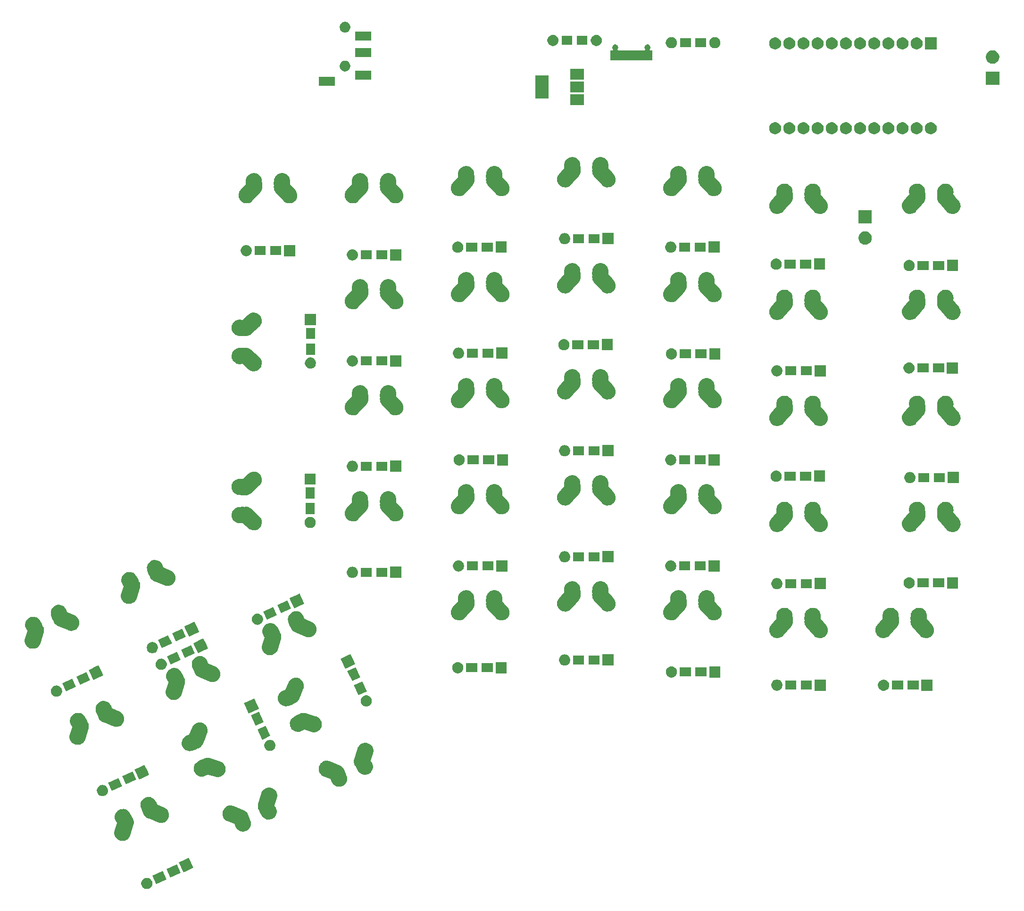
<source format=gts>
G04 #@! TF.GenerationSoftware,KiCad,Pcbnew,(5.0.2)-1*
G04 #@! TF.CreationDate,2019-03-30T19:47:43+05:30*
G04 #@! TF.ProjectId,ErgodoxBle,4572676f-646f-4784-926c-652e6b696361,rev?*
G04 #@! TF.SameCoordinates,Original*
G04 #@! TF.FileFunction,Soldermask,Top*
G04 #@! TF.FilePolarity,Negative*
%FSLAX46Y46*%
G04 Gerber Fmt 4.6, Leading zero omitted, Abs format (unit mm)*
G04 Created by KiCad (PCBNEW (5.0.2)-1) date 3/30/2019 7:47:43 PM*
%MOMM*%
%LPD*%
G01*
G04 APERTURE LIST*
%ADD10C,0.100000*%
G04 APERTURE END LIST*
D10*
G36*
X50831695Y-185213067D02*
X50928603Y-185232343D01*
X51004226Y-185263668D01*
X51111172Y-185307966D01*
X51275486Y-185417757D01*
X51415214Y-185557485D01*
X51525005Y-185721799D01*
X51600628Y-185904369D01*
X51639180Y-186098183D01*
X51639180Y-186295799D01*
X51600628Y-186489613D01*
X51525005Y-186672183D01*
X51415214Y-186836497D01*
X51275486Y-186976225D01*
X51111172Y-187086016D01*
X51004226Y-187130315D01*
X50928603Y-187161639D01*
X50831695Y-187180915D01*
X50734788Y-187200191D01*
X50537172Y-187200191D01*
X50440265Y-187180915D01*
X50343357Y-187161639D01*
X50267734Y-187130315D01*
X50160788Y-187086016D01*
X49996474Y-186976225D01*
X49856746Y-186836497D01*
X49746955Y-186672183D01*
X49671332Y-186489613D01*
X49632780Y-186295799D01*
X49632780Y-186098183D01*
X49671332Y-185904369D01*
X49746955Y-185721799D01*
X49856746Y-185557485D01*
X49996474Y-185417757D01*
X50160788Y-185307966D01*
X50267734Y-185263668D01*
X50343357Y-185232343D01*
X50440265Y-185213067D01*
X50537172Y-185193791D01*
X50734788Y-185193791D01*
X50831695Y-185213067D01*
X50831695Y-185213067D01*
G37*
G36*
X54150405Y-185444422D02*
X52331988Y-186292364D01*
X51653093Y-184836470D01*
X53471510Y-183988528D01*
X54150405Y-185444422D01*
X54150405Y-185444422D01*
G37*
G36*
X56688067Y-184261090D02*
X54869650Y-185109032D01*
X54190755Y-183653138D01*
X56009172Y-182805196D01*
X56688067Y-184261090D01*
X56688067Y-184261090D01*
G37*
G36*
X59038359Y-183385807D02*
X57798226Y-183964090D01*
X57219943Y-184233748D01*
X57219942Y-184233748D01*
X56372001Y-182415331D01*
X57612134Y-181837048D01*
X58190417Y-181567390D01*
X58190418Y-181567390D01*
X59038359Y-183385807D01*
X59038359Y-183385807D01*
G37*
G36*
X46684535Y-172853175D02*
X46754917Y-172866130D01*
X46823518Y-172893402D01*
X47020923Y-172971878D01*
X47261188Y-173127490D01*
X47350090Y-173213883D01*
X47466480Y-173326988D01*
X47588195Y-173503621D01*
X47938672Y-174137331D01*
X48023591Y-174334318D01*
X48033385Y-174380121D01*
X48040833Y-174403466D01*
X48051653Y-174423375D01*
X48131859Y-174543526D01*
X48241289Y-174808039D01*
X48297013Y-175088819D01*
X48296974Y-175177021D01*
X48296888Y-175375077D01*
X48254947Y-175585446D01*
X48254945Y-175585454D01*
X48254944Y-175585457D01*
X47643212Y-177598907D01*
X47643209Y-177598914D01*
X47561031Y-177797066D01*
X47508808Y-177875149D01*
X47401893Y-178035008D01*
X47199391Y-178237333D01*
X46961309Y-178396264D01*
X46696796Y-178505694D01*
X46416016Y-178561418D01*
X46130134Y-178561293D01*
X46129759Y-178561293D01*
X45849034Y-178505326D01*
X45584614Y-178395664D01*
X45346671Y-178236526D01*
X45144346Y-178034024D01*
X44985415Y-177795942D01*
X44875985Y-177531429D01*
X44820261Y-177250649D01*
X44820386Y-176964395D01*
X44820386Y-176964392D01*
X44862327Y-176754024D01*
X44890924Y-176659901D01*
X45273240Y-175401547D01*
X45278030Y-175377518D01*
X45278040Y-175353014D01*
X45273270Y-175328979D01*
X45263022Y-175304716D01*
X45044855Y-174910242D01*
X44959936Y-174713251D01*
X44957515Y-174701929D01*
X44900076Y-174433319D01*
X44896141Y-174158416D01*
X44895979Y-174147097D01*
X44895979Y-174147094D01*
X44938068Y-173918446D01*
X44947801Y-173865568D01*
X44977882Y-173789901D01*
X45053549Y-173599562D01*
X45209161Y-173359297D01*
X45337941Y-173226777D01*
X45408657Y-173154007D01*
X45644369Y-172991582D01*
X45907236Y-172878264D01*
X45985895Y-172861444D01*
X46187166Y-172818405D01*
X46462069Y-172814470D01*
X46473388Y-172814308D01*
X46473391Y-172814308D01*
X46684535Y-172853175D01*
X46684535Y-172853175D01*
G37*
G36*
X65922580Y-172224509D02*
X65984660Y-172231280D01*
X66184796Y-172294287D01*
X66189281Y-172295699D01*
X68123720Y-173120808D01*
X68124899Y-173121311D01*
X68313012Y-173224406D01*
X68424500Y-173317874D01*
X68532377Y-173408313D01*
X68711649Y-173631481D01*
X68843937Y-173885335D01*
X68884424Y-174024012D01*
X68893560Y-174046739D01*
X68905816Y-174065809D01*
X68934600Y-174102744D01*
X69030924Y-174294429D01*
X69291086Y-174970233D01*
X69348161Y-175177021D01*
X69366385Y-175426369D01*
X69369026Y-175462515D01*
X69333794Y-175746594D01*
X69243816Y-176018341D01*
X69102554Y-176267312D01*
X68915433Y-176483941D01*
X68915430Y-176483943D01*
X68689647Y-176659901D01*
X68433867Y-176788433D01*
X68234092Y-176843573D01*
X68157931Y-176864594D01*
X68110349Y-176868072D01*
X67872442Y-176885459D01*
X67872437Y-176885459D01*
X67588359Y-176850227D01*
X67316612Y-176760249D01*
X67305641Y-176754024D01*
X67298345Y-176749885D01*
X67067640Y-176618987D01*
X66851011Y-176431866D01*
X66693041Y-176229163D01*
X66675052Y-176206080D01*
X66578728Y-176014395D01*
X66416778Y-175593708D01*
X66405776Y-175571813D01*
X66390713Y-175552485D01*
X66372169Y-175536467D01*
X66349173Y-175523642D01*
X65128280Y-175002886D01*
X65048983Y-174969063D01*
X64860870Y-174865968D01*
X64698442Y-174729794D01*
X64641505Y-174682061D01*
X64462234Y-174458893D01*
X64329945Y-174205038D01*
X64249722Y-173930254D01*
X64224649Y-173645100D01*
X64255689Y-173360533D01*
X64256078Y-173359298D01*
X64288058Y-173257717D01*
X64341649Y-173087488D01*
X64367008Y-173041217D01*
X64479223Y-172836461D01*
X64606535Y-172684603D01*
X64663130Y-172617096D01*
X64886298Y-172437825D01*
X65140153Y-172305536D01*
X65414937Y-172225313D01*
X65700091Y-172200240D01*
X65922580Y-172224509D01*
X65922580Y-172224509D01*
G37*
G36*
X51276021Y-170697973D02*
X51547768Y-170787951D01*
X51796740Y-170929213D01*
X52013369Y-171116334D01*
X52069156Y-171187919D01*
X52189328Y-171342120D01*
X52285652Y-171533805D01*
X52447602Y-171954492D01*
X52458604Y-171976387D01*
X52473667Y-171995715D01*
X52492211Y-172011733D01*
X52515208Y-172024559D01*
X53815388Y-172579133D01*
X53815397Y-172579137D01*
X54003510Y-172682232D01*
X54121394Y-172781062D01*
X54222875Y-172866139D01*
X54402147Y-173089307D01*
X54534435Y-173343161D01*
X54614658Y-173617945D01*
X54639731Y-173903100D01*
X54615545Y-174124835D01*
X54608691Y-174187669D01*
X54522732Y-174460711D01*
X54385155Y-174711741D01*
X54292391Y-174822390D01*
X54201250Y-174931104D01*
X53978082Y-175110375D01*
X53724227Y-175242664D01*
X53449443Y-175322887D01*
X53164288Y-175347960D01*
X52934425Y-175322887D01*
X52879719Y-175316920D01*
X52725125Y-175268251D01*
X52675098Y-175252501D01*
X51089822Y-174576322D01*
X50739481Y-174426889D01*
X50551368Y-174323794D01*
X50388997Y-174187668D01*
X50332003Y-174139887D01*
X50152732Y-173916719D01*
X50020443Y-173662864D01*
X49979957Y-173524190D01*
X49970820Y-173501461D01*
X49958564Y-173482391D01*
X49929780Y-173445456D01*
X49833456Y-173253771D01*
X49573294Y-172577967D01*
X49516219Y-172371178D01*
X49512048Y-172314108D01*
X49495353Y-172085685D01*
X49530586Y-171801606D01*
X49620564Y-171529859D01*
X49761826Y-171280887D01*
X49948947Y-171064258D01*
X50134946Y-170919306D01*
X50174733Y-170888299D01*
X50430510Y-170759768D01*
X50706453Y-170683605D01*
X50849195Y-170673173D01*
X50991942Y-170662740D01*
X51276021Y-170697973D01*
X51276021Y-170697973D01*
G37*
G36*
X72734617Y-168986908D02*
X72804800Y-169000900D01*
X73015351Y-169042876D01*
X73278319Y-169151936D01*
X73279766Y-169152536D01*
X73517709Y-169311674D01*
X73720034Y-169514176D01*
X73878965Y-169752258D01*
X73988395Y-170016771D01*
X74044119Y-170297551D01*
X74044108Y-170321541D01*
X74043994Y-170583809D01*
X74002053Y-170794178D01*
X74002051Y-170794186D01*
X74002050Y-170794189D01*
X73591140Y-172146655D01*
X73586350Y-172170682D01*
X73586340Y-172195186D01*
X73591110Y-172219221D01*
X73601357Y-172243484D01*
X73819526Y-172637963D01*
X73904445Y-172834950D01*
X73916944Y-172893402D01*
X73964304Y-173114879D01*
X73967820Y-173360532D01*
X73968347Y-173397298D01*
X73968401Y-173401106D01*
X73916579Y-173682631D01*
X73810831Y-173948638D01*
X73770333Y-174011166D01*
X73655219Y-174188903D01*
X73455726Y-174394190D01*
X73220008Y-174556619D01*
X72957146Y-174669935D01*
X72957141Y-174669936D01*
X72677214Y-174729795D01*
X72390988Y-174733892D01*
X72109463Y-174682070D01*
X71843457Y-174576322D01*
X71603192Y-174420709D01*
X71397903Y-174221214D01*
X71397900Y-174221211D01*
X71276180Y-174044571D01*
X70925709Y-173410874D01*
X70840789Y-173213883D01*
X70830995Y-173168079D01*
X70823546Y-173144734D01*
X70812724Y-173124820D01*
X70732521Y-173004674D01*
X70623091Y-172740161D01*
X70567367Y-172459381D01*
X70567492Y-172173127D01*
X70567492Y-172173124D01*
X70609433Y-171962756D01*
X70611944Y-171954492D01*
X71221168Y-169949293D01*
X71221171Y-169949283D01*
X71303347Y-169751136D01*
X71404114Y-169600472D01*
X71462487Y-169513192D01*
X71664989Y-169310867D01*
X71903071Y-169151936D01*
X72167583Y-169042506D01*
X72448363Y-168986783D01*
X72734617Y-168986908D01*
X72734617Y-168986908D01*
G37*
G36*
X42868884Y-168517741D02*
X42965792Y-168537017D01*
X43041415Y-168568341D01*
X43148361Y-168612640D01*
X43312675Y-168722431D01*
X43452403Y-168862159D01*
X43562194Y-169026473D01*
X43568988Y-169042876D01*
X43637817Y-169209042D01*
X43676369Y-169402858D01*
X43676369Y-169600472D01*
X43646401Y-169751135D01*
X43637817Y-169794287D01*
X43562194Y-169976857D01*
X43452403Y-170141171D01*
X43312675Y-170280899D01*
X43148361Y-170390690D01*
X43041415Y-170434989D01*
X42965792Y-170466313D01*
X42868884Y-170485589D01*
X42771977Y-170504865D01*
X42574361Y-170504865D01*
X42477454Y-170485589D01*
X42380546Y-170466313D01*
X42304923Y-170434989D01*
X42197977Y-170390690D01*
X42033663Y-170280899D01*
X41893935Y-170141171D01*
X41784144Y-169976857D01*
X41708521Y-169794287D01*
X41699938Y-169751135D01*
X41669969Y-169600472D01*
X41669969Y-169402858D01*
X41708521Y-169209042D01*
X41777350Y-169042876D01*
X41784144Y-169026473D01*
X41893935Y-168862159D01*
X42033663Y-168722431D01*
X42197977Y-168612640D01*
X42304923Y-168568341D01*
X42380546Y-168537017D01*
X42477454Y-168517741D01*
X42574361Y-168498465D01*
X42771977Y-168498465D01*
X42868884Y-168517741D01*
X42868884Y-168517741D01*
G37*
G36*
X46187594Y-168749096D02*
X44369177Y-169597038D01*
X43690282Y-168141144D01*
X45508699Y-167293202D01*
X46187594Y-168749096D01*
X46187594Y-168749096D01*
G37*
G36*
X83189500Y-164175249D02*
X83251580Y-164182020D01*
X83456195Y-164246437D01*
X83456201Y-164246439D01*
X85391090Y-165071740D01*
X85391819Y-165072051D01*
X85579932Y-165175146D01*
X85697816Y-165273976D01*
X85799297Y-165359053D01*
X85978569Y-165582221D01*
X86110857Y-165836075D01*
X86151344Y-165974752D01*
X86160480Y-165997479D01*
X86172736Y-166016549D01*
X86201520Y-166053484D01*
X86297844Y-166245169D01*
X86558006Y-166920973D01*
X86615081Y-167127761D01*
X86628788Y-167315304D01*
X86635946Y-167413255D01*
X86600714Y-167697334D01*
X86510736Y-167969081D01*
X86369474Y-168218052D01*
X86182353Y-168434681D01*
X86182350Y-168434683D01*
X85956567Y-168610641D01*
X85700787Y-168739173D01*
X85501012Y-168794313D01*
X85424851Y-168815334D01*
X85377269Y-168818812D01*
X85139362Y-168836199D01*
X85139357Y-168836199D01*
X84855279Y-168800967D01*
X84583532Y-168710989D01*
X84334560Y-168569727D01*
X84117931Y-168382606D01*
X83989690Y-168218050D01*
X83941972Y-168156820D01*
X83845648Y-167965135D01*
X83683698Y-167544448D01*
X83672696Y-167522553D01*
X83657633Y-167503225D01*
X83639089Y-167487207D01*
X83616093Y-167474382D01*
X82553862Y-167021301D01*
X82315903Y-166919803D01*
X82127790Y-166816708D01*
X81977227Y-166690481D01*
X81908425Y-166632801D01*
X81729154Y-166409633D01*
X81596865Y-166155778D01*
X81516642Y-165880994D01*
X81491569Y-165595840D01*
X81522609Y-165311273D01*
X81608569Y-165038228D01*
X81665762Y-164933871D01*
X81746143Y-164787201D01*
X81901179Y-164602274D01*
X81930050Y-164567836D01*
X82153218Y-164388565D01*
X82407073Y-164256276D01*
X82681857Y-164176053D01*
X82967011Y-164150980D01*
X83189500Y-164175249D01*
X83189500Y-164175249D01*
G37*
G36*
X48725256Y-167565764D02*
X46906839Y-168413706D01*
X46227944Y-166957812D01*
X48046361Y-166109870D01*
X48725256Y-167565764D01*
X48725256Y-167565764D01*
G37*
G36*
X50757353Y-166008110D02*
X51072821Y-166684631D01*
X51075548Y-166690481D01*
X49858651Y-167257929D01*
X49257132Y-167538422D01*
X49257131Y-167538422D01*
X48652238Y-166241223D01*
X48409190Y-165720006D01*
X48409190Y-165720005D01*
X49698439Y-165118819D01*
X50227606Y-164872064D01*
X50227607Y-164872064D01*
X50757353Y-166008110D01*
X50757353Y-166008110D01*
G37*
G36*
X61613181Y-163620392D02*
X61613556Y-163620392D01*
X61823924Y-163662333D01*
X61823932Y-163662335D01*
X61823935Y-163662336D01*
X63392614Y-164138936D01*
X63837397Y-164274071D01*
X64035544Y-164356247D01*
X64154229Y-164435626D01*
X64273488Y-164515387D01*
X64475813Y-164717889D01*
X64634744Y-164955971D01*
X64744174Y-165220483D01*
X64799897Y-165501263D01*
X64799772Y-165787517D01*
X64791761Y-165827698D01*
X64743804Y-166068251D01*
X64658926Y-166272911D01*
X64634144Y-166332666D01*
X64475006Y-166570609D01*
X64272504Y-166772934D01*
X64034422Y-166931865D01*
X63769909Y-167041295D01*
X63489129Y-167097019D01*
X63346125Y-167096956D01*
X63202871Y-167096894D01*
X62992502Y-167054953D01*
X62992494Y-167054951D01*
X62992491Y-167054950D01*
X61640025Y-166644040D01*
X61615998Y-166639250D01*
X61591494Y-166639240D01*
X61567459Y-166644010D01*
X61543196Y-166654258D01*
X61148722Y-166872425D01*
X60951731Y-166957344D01*
X60951726Y-166957345D01*
X60671799Y-167017204D01*
X60396896Y-167021139D01*
X60385577Y-167021301D01*
X60385574Y-167021301D01*
X60174430Y-166982435D01*
X60104048Y-166969479D01*
X60009429Y-166931864D01*
X59838042Y-166863731D01*
X59597777Y-166708119D01*
X59392487Y-166508623D01*
X59230062Y-166272911D01*
X59116744Y-166010044D01*
X59096883Y-165917164D01*
X59056885Y-165730114D01*
X59052950Y-165455211D01*
X59052788Y-165443892D01*
X59052788Y-165443889D01*
X59098879Y-165193496D01*
X59104610Y-165162363D01*
X59140513Y-165072051D01*
X59210358Y-164896357D01*
X59365970Y-164656092D01*
X59474049Y-164544875D01*
X59565468Y-164450800D01*
X59742101Y-164329085D01*
X60375811Y-163978608D01*
X60572798Y-163893689D01*
X60618601Y-163883895D01*
X60641946Y-163876447D01*
X60661855Y-163865627D01*
X60782006Y-163785421D01*
X61046519Y-163675991D01*
X61327299Y-163620267D01*
X61613181Y-163620392D01*
X61613181Y-163620392D01*
G37*
G36*
X90001537Y-160937648D02*
X90071720Y-160951640D01*
X90282271Y-160993616D01*
X90476560Y-161074193D01*
X90546686Y-161103276D01*
X90784629Y-161262414D01*
X90986954Y-161464916D01*
X91145885Y-161702998D01*
X91255315Y-161967511D01*
X91311039Y-162248291D01*
X91310997Y-162343985D01*
X91310914Y-162534549D01*
X91268973Y-162744918D01*
X91268971Y-162744926D01*
X91268970Y-162744929D01*
X90858060Y-164097395D01*
X90853270Y-164121422D01*
X90853260Y-164145926D01*
X90858030Y-164169961D01*
X90868277Y-164194224D01*
X91086446Y-164588703D01*
X91171365Y-164785690D01*
X91182455Y-164837554D01*
X91231224Y-165065619D01*
X91234009Y-165260176D01*
X91235267Y-165348038D01*
X91235321Y-165351846D01*
X91183499Y-165633371D01*
X91077751Y-165899378D01*
X91041935Y-165954677D01*
X90922139Y-166139643D01*
X90722646Y-166344930D01*
X90486928Y-166507359D01*
X90224066Y-166620675D01*
X90224061Y-166620676D01*
X89944134Y-166680535D01*
X89657908Y-166684632D01*
X89376383Y-166632810D01*
X89110377Y-166527062D01*
X88870112Y-166371449D01*
X88664823Y-166171954D01*
X88664820Y-166171951D01*
X88543100Y-165995311D01*
X88192629Y-165361614D01*
X88107709Y-165164623D01*
X88097915Y-165118819D01*
X88090466Y-165095474D01*
X88079644Y-165075560D01*
X87999441Y-164955414D01*
X87890011Y-164690901D01*
X87834287Y-164410121D01*
X87834412Y-164123867D01*
X87834412Y-164123864D01*
X87876353Y-163913496D01*
X87882371Y-163893689D01*
X88488088Y-161900033D01*
X88488091Y-161900023D01*
X88570267Y-161701876D01*
X88691716Y-161520288D01*
X88729407Y-161463932D01*
X88931909Y-161261607D01*
X89169991Y-161102676D01*
X89434503Y-160993246D01*
X89715283Y-160937523D01*
X90001537Y-160937648D01*
X90001537Y-160937648D01*
G37*
G36*
X60371462Y-157302624D02*
X60426149Y-157308589D01*
X60699191Y-157394548D01*
X60950221Y-157532125D01*
X61047206Y-157613434D01*
X61169584Y-157716030D01*
X61319678Y-157902877D01*
X61348855Y-157939198D01*
X61425406Y-158086094D01*
X61481144Y-158193053D01*
X61561367Y-158467837D01*
X61586440Y-158752992D01*
X61563168Y-158966340D01*
X61555400Y-159037561D01*
X61539313Y-159088659D01*
X61490981Y-159242182D01*
X61002575Y-160387231D01*
X60665369Y-161177799D01*
X60562274Y-161365912D01*
X60458881Y-161489239D01*
X60378367Y-161585277D01*
X60155199Y-161764548D01*
X59901344Y-161896837D01*
X59762670Y-161937323D01*
X59739941Y-161946460D01*
X59720871Y-161958716D01*
X59683936Y-161987500D01*
X59492251Y-162083824D01*
X58816447Y-162343986D01*
X58609658Y-162401061D01*
X58324165Y-162421927D01*
X58040086Y-162386694D01*
X57768339Y-162296716D01*
X57519367Y-162155454D01*
X57302738Y-161968333D01*
X57143925Y-161764548D01*
X57126779Y-161742547D01*
X56998248Y-161486770D01*
X56922085Y-161210827D01*
X56911653Y-161068085D01*
X56901220Y-160925338D01*
X56936453Y-160641259D01*
X57026431Y-160369512D01*
X57167693Y-160120540D01*
X57354814Y-159903911D01*
X57556006Y-159747119D01*
X57580600Y-159727952D01*
X57772285Y-159631628D01*
X58192972Y-159469678D01*
X58214867Y-159458676D01*
X58234195Y-159443613D01*
X58250213Y-159425069D01*
X58263039Y-159402072D01*
X58817613Y-158101892D01*
X58817614Y-158101891D01*
X58817617Y-158101883D01*
X58920712Y-157913770D01*
X59069986Y-157735716D01*
X59104619Y-157694405D01*
X59327787Y-157515133D01*
X59581641Y-157382845D01*
X59856425Y-157302622D01*
X60141580Y-157277549D01*
X60371462Y-157302624D01*
X60371462Y-157302624D01*
G37*
G36*
X72902391Y-160402332D02*
X73020288Y-160425783D01*
X73095911Y-160457107D01*
X73202857Y-160501406D01*
X73367171Y-160611197D01*
X73506899Y-160750925D01*
X73616690Y-160915239D01*
X73649002Y-160993247D01*
X73692313Y-161097808D01*
X73730865Y-161291624D01*
X73730865Y-161489238D01*
X73692313Y-161683054D01*
X73665595Y-161747557D01*
X73616690Y-161865623D01*
X73506899Y-162029937D01*
X73367171Y-162169665D01*
X73202857Y-162279456D01*
X73095911Y-162323755D01*
X73020288Y-162355079D01*
X72923380Y-162374355D01*
X72826473Y-162393631D01*
X72628857Y-162393631D01*
X72531950Y-162374355D01*
X72435042Y-162355079D01*
X72359419Y-162323755D01*
X72252473Y-162279456D01*
X72088159Y-162169665D01*
X71948431Y-162029937D01*
X71838640Y-161865623D01*
X71789735Y-161747557D01*
X71763017Y-161683054D01*
X71724465Y-161489238D01*
X71724465Y-161291624D01*
X71763017Y-161097808D01*
X71806328Y-160993247D01*
X71838640Y-160915239D01*
X71948431Y-160750925D01*
X72088159Y-160611197D01*
X72252473Y-160501406D01*
X72359419Y-160457107D01*
X72435042Y-160425783D01*
X72552939Y-160402332D01*
X72628857Y-160387231D01*
X72826473Y-160387231D01*
X72902391Y-160402332D01*
X72902391Y-160402332D01*
G37*
G36*
X38632735Y-155586255D02*
X38703117Y-155599210D01*
X38765955Y-155624191D01*
X38969123Y-155704958D01*
X39209388Y-155860570D01*
X39286497Y-155935503D01*
X39414680Y-156060068D01*
X39536395Y-156236701D01*
X39886872Y-156870411D01*
X39971791Y-157067398D01*
X39981585Y-157113201D01*
X39989033Y-157136546D01*
X39999853Y-157156455D01*
X40080059Y-157276606D01*
X40189489Y-157541119D01*
X40245213Y-157821899D01*
X40245172Y-157915079D01*
X40245088Y-158108157D01*
X40203147Y-158318526D01*
X40203145Y-158318534D01*
X40203144Y-158318537D01*
X39591412Y-160331987D01*
X39591409Y-160331994D01*
X39509231Y-160530146D01*
X39457008Y-160608229D01*
X39350093Y-160768088D01*
X39147591Y-160970413D01*
X38909509Y-161129344D01*
X38644996Y-161238774D01*
X38364216Y-161294498D01*
X38078334Y-161294373D01*
X38077959Y-161294373D01*
X37797234Y-161238406D01*
X37532814Y-161128744D01*
X37294871Y-160969606D01*
X37092546Y-160767104D01*
X36933615Y-160529022D01*
X36824185Y-160264509D01*
X36768461Y-159983729D01*
X36768586Y-159697475D01*
X36768586Y-159697472D01*
X36810527Y-159487104D01*
X36823741Y-159443613D01*
X37221440Y-158134627D01*
X37226230Y-158110598D01*
X37226240Y-158086094D01*
X37221470Y-158062059D01*
X37211222Y-158037796D01*
X36993055Y-157643322D01*
X36908136Y-157446331D01*
X36897063Y-157394548D01*
X36848276Y-157166399D01*
X36844341Y-156891496D01*
X36844179Y-156880177D01*
X36844179Y-156880174D01*
X36886268Y-156651526D01*
X36896001Y-156598648D01*
X36930793Y-156511131D01*
X37001749Y-156332642D01*
X37157361Y-156092377D01*
X37290413Y-155955461D01*
X37356857Y-155887087D01*
X37592569Y-155724662D01*
X37855436Y-155611344D01*
X37934095Y-155594524D01*
X38135366Y-155551485D01*
X38410269Y-155547550D01*
X38421588Y-155547388D01*
X38421591Y-155547388D01*
X38632735Y-155586255D01*
X38632735Y-155586255D01*
G37*
G36*
X72823038Y-159694423D02*
X71367144Y-160373318D01*
X70519202Y-158554901D01*
X71975096Y-157876006D01*
X72823038Y-159694423D01*
X72823038Y-159694423D01*
G37*
G36*
X78877561Y-155568592D02*
X78877936Y-155568592D01*
X79088304Y-155610533D01*
X79088312Y-155610535D01*
X79088315Y-155610536D01*
X80899383Y-156160779D01*
X81101777Y-156222271D01*
X81299924Y-156304447D01*
X81379159Y-156357441D01*
X81537868Y-156463587D01*
X81740193Y-156666089D01*
X81899124Y-156904171D01*
X82008554Y-157168683D01*
X82063355Y-157444819D01*
X82064277Y-157449463D01*
X82064152Y-157735716D01*
X82008184Y-158016451D01*
X81923306Y-158221111D01*
X81898524Y-158280866D01*
X81739386Y-158518809D01*
X81536884Y-158721134D01*
X81298802Y-158880065D01*
X81034289Y-158989495D01*
X80753509Y-159045219D01*
X80610505Y-159045156D01*
X80467251Y-159045094D01*
X80256882Y-159003153D01*
X80256874Y-159003151D01*
X80256871Y-159003150D01*
X78904405Y-158592240D01*
X78880378Y-158587450D01*
X78855874Y-158587440D01*
X78831839Y-158592210D01*
X78807576Y-158602458D01*
X78413102Y-158820625D01*
X78216111Y-158905544D01*
X78216106Y-158905545D01*
X77936179Y-158965404D01*
X77661276Y-158969339D01*
X77649957Y-158969501D01*
X77649954Y-158969501D01*
X77438810Y-158930634D01*
X77368428Y-158917679D01*
X77273809Y-158880064D01*
X77102422Y-158811931D01*
X76862157Y-158656319D01*
X76736619Y-158534324D01*
X76656867Y-158456823D01*
X76494442Y-158221111D01*
X76381124Y-157958244D01*
X76357099Y-157845890D01*
X76321265Y-157678314D01*
X76317330Y-157403411D01*
X76317168Y-157392092D01*
X76317168Y-157392089D01*
X76360541Y-157156465D01*
X76368990Y-157110563D01*
X76424137Y-156971844D01*
X76474738Y-156844557D01*
X76630350Y-156604292D01*
X76733082Y-156498577D01*
X76829848Y-156399000D01*
X77006481Y-156277285D01*
X77640191Y-155926808D01*
X77837178Y-155841889D01*
X77882981Y-155832095D01*
X77906326Y-155824647D01*
X77926235Y-155813827D01*
X78046386Y-155733621D01*
X78310899Y-155624191D01*
X78591679Y-155568467D01*
X78877561Y-155568592D01*
X78877561Y-155568592D01*
G37*
G36*
X43224221Y-153431053D02*
X43495968Y-153521031D01*
X43744940Y-153662293D01*
X43961569Y-153849414D01*
X44060703Y-153976621D01*
X44137528Y-154075200D01*
X44233852Y-154266885D01*
X44395802Y-154687572D01*
X44406804Y-154709467D01*
X44421867Y-154728795D01*
X44440411Y-154744813D01*
X44463408Y-154757639D01*
X45763588Y-155312213D01*
X45763597Y-155312217D01*
X45951710Y-155415312D01*
X46069594Y-155514142D01*
X46171075Y-155599219D01*
X46350347Y-155822387D01*
X46482635Y-156076241D01*
X46562858Y-156351025D01*
X46587931Y-156636180D01*
X46565202Y-156844557D01*
X46556891Y-156920749D01*
X46470932Y-157193791D01*
X46333355Y-157444821D01*
X46252622Y-157541119D01*
X46149450Y-157664184D01*
X45935992Y-157835655D01*
X45926282Y-157843455D01*
X45706009Y-157958244D01*
X45672427Y-157975744D01*
X45397643Y-158055967D01*
X45112488Y-158081040D01*
X44882625Y-158055967D01*
X44827919Y-158050000D01*
X44669185Y-158000027D01*
X44623298Y-157985581D01*
X42963346Y-157277550D01*
X42687681Y-157159969D01*
X42499568Y-157056874D01*
X42337197Y-156920748D01*
X42280203Y-156872967D01*
X42100932Y-156649799D01*
X41968643Y-156395944D01*
X41928157Y-156257270D01*
X41919020Y-156234541D01*
X41906764Y-156215471D01*
X41877980Y-156178536D01*
X41781656Y-155986851D01*
X41521494Y-155311047D01*
X41464419Y-155104258D01*
X41458799Y-155027367D01*
X41443553Y-154818765D01*
X41478786Y-154534686D01*
X41568764Y-154262939D01*
X41710026Y-154013967D01*
X41897147Y-153797338D01*
X42089870Y-153647146D01*
X42122933Y-153621379D01*
X42378710Y-153492848D01*
X42654653Y-153416685D01*
X42797396Y-153406253D01*
X42940142Y-153395820D01*
X43224221Y-153431053D01*
X43224221Y-153431053D01*
G37*
G36*
X71639706Y-157156761D02*
X70183812Y-157835656D01*
X69335870Y-156017239D01*
X70791764Y-155338344D01*
X71639706Y-157156761D01*
X71639706Y-157156761D01*
G37*
G36*
X70419752Y-154067321D02*
X70735672Y-154744813D01*
X70764422Y-154806469D01*
X69679841Y-155312217D01*
X68946006Y-155654410D01*
X68946005Y-155654410D01*
X68310790Y-154292185D01*
X68098064Y-153835994D01*
X68098064Y-153835993D01*
X69549815Y-153159031D01*
X69916480Y-152988052D01*
X69916481Y-152988052D01*
X70419752Y-154067321D01*
X70419752Y-154067321D01*
G37*
G36*
X90235926Y-152410676D02*
X90332834Y-152429952D01*
X90388044Y-152452821D01*
X90515403Y-152505575D01*
X90679717Y-152615366D01*
X90819445Y-152755094D01*
X90929236Y-152919408D01*
X90957669Y-152988052D01*
X90984346Y-153052454D01*
X91004859Y-153101978D01*
X91043411Y-153295792D01*
X91043411Y-153493408D01*
X91004859Y-153687222D01*
X90929236Y-153869792D01*
X90819445Y-154034106D01*
X90679717Y-154173834D01*
X90515403Y-154283625D01*
X90408457Y-154327924D01*
X90332834Y-154359248D01*
X90278146Y-154370126D01*
X90139019Y-154397800D01*
X89941403Y-154397800D01*
X89802276Y-154370126D01*
X89747588Y-154359248D01*
X89671965Y-154327924D01*
X89565019Y-154283625D01*
X89400705Y-154173834D01*
X89260977Y-154034106D01*
X89151186Y-153869792D01*
X89075563Y-153687222D01*
X89037011Y-153493408D01*
X89037011Y-153295792D01*
X89075563Y-153101978D01*
X89096077Y-153052454D01*
X89122753Y-152988052D01*
X89151186Y-152919408D01*
X89260977Y-152755094D01*
X89400705Y-152615366D01*
X89565019Y-152505575D01*
X89692378Y-152452821D01*
X89747588Y-152429952D01*
X89844496Y-152410676D01*
X89941403Y-152391400D01*
X90139019Y-152391400D01*
X90235926Y-152410676D01*
X90235926Y-152410676D01*
G37*
G36*
X77635842Y-149250824D02*
X77690529Y-149256789D01*
X77963571Y-149342748D01*
X78214601Y-149480325D01*
X78314616Y-149564174D01*
X78433964Y-149664230D01*
X78613235Y-149887398D01*
X78745524Y-150141253D01*
X78825747Y-150416037D01*
X78850820Y-150701192D01*
X78832924Y-150865258D01*
X78819780Y-150985761D01*
X78778043Y-151118335D01*
X78755361Y-151190382D01*
X78194382Y-152505576D01*
X77929749Y-153125999D01*
X77826654Y-153314112D01*
X77725331Y-153434970D01*
X77642747Y-153533477D01*
X77419579Y-153712748D01*
X77165724Y-153845037D01*
X77027050Y-153885523D01*
X77004321Y-153894660D01*
X76985251Y-153906916D01*
X76948316Y-153935700D01*
X76756631Y-154032024D01*
X76080827Y-154292186D01*
X75926098Y-154334892D01*
X75874038Y-154349261D01*
X75588545Y-154370127D01*
X75304466Y-154334894D01*
X75032719Y-154244916D01*
X74783747Y-154103654D01*
X74567118Y-153916533D01*
X74397298Y-153698624D01*
X74391159Y-153690747D01*
X74262628Y-153434970D01*
X74186465Y-153159027D01*
X74171111Y-152948936D01*
X74165600Y-152873538D01*
X74200833Y-152589459D01*
X74290811Y-152317712D01*
X74432073Y-152068740D01*
X74619194Y-151852111D01*
X74820386Y-151695319D01*
X74844980Y-151676152D01*
X75036665Y-151579828D01*
X75457352Y-151417878D01*
X75479247Y-151406876D01*
X75498575Y-151391813D01*
X75514593Y-151373269D01*
X75527419Y-151350272D01*
X76081993Y-150050092D01*
X76081994Y-150050091D01*
X76081997Y-150050083D01*
X76185092Y-149861970D01*
X76296917Y-149728585D01*
X76368999Y-149642605D01*
X76592167Y-149463333D01*
X76846021Y-149331045D01*
X77120805Y-149250822D01*
X77405960Y-149225749D01*
X77635842Y-149250824D01*
X77635842Y-149250824D01*
G37*
G36*
X55899655Y-147536995D02*
X55970037Y-147549950D01*
X56045704Y-147580031D01*
X56236043Y-147655698D01*
X56476308Y-147811310D01*
X56539365Y-147872588D01*
X56681600Y-148010808D01*
X56803315Y-148187441D01*
X57153792Y-148821151D01*
X57238711Y-149018138D01*
X57248505Y-149063941D01*
X57255953Y-149087286D01*
X57266773Y-149107195D01*
X57346979Y-149227346D01*
X57456409Y-149491859D01*
X57512133Y-149772639D01*
X57512082Y-149887398D01*
X57512008Y-150058897D01*
X57470067Y-150269266D01*
X57470065Y-150269274D01*
X57470064Y-150269277D01*
X56858332Y-152282727D01*
X56858329Y-152282734D01*
X56776151Y-152480886D01*
X56747158Y-152524236D01*
X56617013Y-152718828D01*
X56414511Y-152921153D01*
X56176429Y-153080084D01*
X55911916Y-153189514D01*
X55631136Y-153245238D01*
X55345254Y-153245113D01*
X55344879Y-153245113D01*
X55064154Y-153189146D01*
X54799734Y-153079484D01*
X54561791Y-152920346D01*
X54359466Y-152717844D01*
X54200535Y-152479762D01*
X54091105Y-152215249D01*
X54035381Y-151934469D01*
X54035506Y-151648215D01*
X54035506Y-151648212D01*
X54077447Y-151437844D01*
X54081677Y-151423922D01*
X54488360Y-150085367D01*
X54493150Y-150061338D01*
X54493160Y-150036834D01*
X54488390Y-150012799D01*
X54478142Y-149988536D01*
X54259975Y-149594062D01*
X54175056Y-149397071D01*
X54172635Y-149385749D01*
X54115196Y-149117139D01*
X54111261Y-148842236D01*
X54111099Y-148830917D01*
X54111099Y-148830914D01*
X54153188Y-148602266D01*
X54162921Y-148549388D01*
X54197713Y-148461871D01*
X54268669Y-148283382D01*
X54424281Y-148043117D01*
X54541793Y-147922193D01*
X54623777Y-147837827D01*
X54859489Y-147675402D01*
X55122356Y-147562084D01*
X55201015Y-147545264D01*
X55402286Y-147502225D01*
X55677189Y-147498290D01*
X55688508Y-147498128D01*
X55688511Y-147498128D01*
X55899655Y-147536995D01*
X55899655Y-147536995D01*
G37*
G36*
X34634115Y-150651287D02*
X34731023Y-150670563D01*
X34772607Y-150687788D01*
X34913592Y-150746186D01*
X35077906Y-150855977D01*
X35217634Y-150995705D01*
X35327425Y-151160019D01*
X35345264Y-151203086D01*
X35403048Y-151342588D01*
X35418024Y-151417878D01*
X35441600Y-151536403D01*
X35441600Y-151734019D01*
X35437745Y-151753397D01*
X35403048Y-151927834D01*
X35383191Y-151975772D01*
X35327425Y-152110403D01*
X35217634Y-152274717D01*
X35077906Y-152414445D01*
X34913592Y-152524236D01*
X34829739Y-152558969D01*
X34731023Y-152599859D01*
X34686631Y-152608689D01*
X34537208Y-152638411D01*
X34339592Y-152638411D01*
X34190169Y-152608689D01*
X34145777Y-152599859D01*
X34047061Y-152558969D01*
X33963208Y-152524236D01*
X33798894Y-152414445D01*
X33659166Y-152274717D01*
X33549375Y-152110403D01*
X33493609Y-151975772D01*
X33473752Y-151927834D01*
X33439055Y-151753397D01*
X33435200Y-151734019D01*
X33435200Y-151536403D01*
X33458776Y-151417878D01*
X33473752Y-151342588D01*
X33531536Y-151203086D01*
X33549375Y-151160019D01*
X33659166Y-150995705D01*
X33798894Y-150855977D01*
X33963208Y-150746186D01*
X34104193Y-150687788D01*
X34145777Y-150670563D01*
X34242685Y-150651287D01*
X34339592Y-150632011D01*
X34537208Y-150632011D01*
X34634115Y-150651287D01*
X34634115Y-150651287D01*
G37*
G36*
X90135584Y-151698592D02*
X88679690Y-152377487D01*
X87831748Y-150559070D01*
X89287642Y-149880175D01*
X90135584Y-151698592D01*
X90135584Y-151698592D01*
G37*
G36*
X37952825Y-150882642D02*
X36134408Y-151730584D01*
X35455513Y-150274690D01*
X37273930Y-149426748D01*
X37952825Y-150882642D01*
X37952825Y-150882642D01*
G37*
G36*
X183079695Y-149605056D02*
X183176603Y-149624332D01*
X183209322Y-149637885D01*
X183359172Y-149699955D01*
X183523486Y-149809746D01*
X183663214Y-149949474D01*
X183773005Y-150113788D01*
X183848628Y-150296358D01*
X183882128Y-150464772D01*
X183887180Y-150490173D01*
X183887180Y-150687787D01*
X183848628Y-150881603D01*
X183835630Y-150912983D01*
X183773005Y-151064172D01*
X183663214Y-151228486D01*
X183523486Y-151368214D01*
X183359172Y-151478005D01*
X183252226Y-151522304D01*
X183176603Y-151553628D01*
X183079695Y-151572904D01*
X182982788Y-151592180D01*
X182785172Y-151592180D01*
X182688265Y-151572904D01*
X182591357Y-151553628D01*
X182515734Y-151522304D01*
X182408788Y-151478005D01*
X182244474Y-151368214D01*
X182104746Y-151228486D01*
X181994955Y-151064172D01*
X181932330Y-150912983D01*
X181919332Y-150881603D01*
X181880780Y-150687787D01*
X181880780Y-150490173D01*
X181885833Y-150464772D01*
X181919332Y-150296358D01*
X181994955Y-150113788D01*
X182104746Y-149949474D01*
X182244474Y-149809746D01*
X182408788Y-149699955D01*
X182558638Y-149637885D01*
X182591357Y-149624332D01*
X182688265Y-149605056D01*
X182785172Y-149585780D01*
X182982788Y-149585780D01*
X183079695Y-149605056D01*
X183079695Y-149605056D01*
G37*
G36*
X191687180Y-151592180D02*
X189680780Y-151592180D01*
X189680780Y-149585780D01*
X191687180Y-149585780D01*
X191687180Y-151592180D01*
X191687180Y-151592180D01*
G37*
G36*
X172543200Y-151566780D02*
X170536800Y-151566780D01*
X170536800Y-149560380D01*
X172543200Y-149560380D01*
X172543200Y-151566780D01*
X172543200Y-151566780D01*
G37*
G36*
X163935715Y-149579656D02*
X164032623Y-149598932D01*
X164082606Y-149619636D01*
X164215192Y-149674555D01*
X164379506Y-149784346D01*
X164519234Y-149924074D01*
X164629025Y-150088388D01*
X164673324Y-150195334D01*
X164704648Y-150270957D01*
X164717374Y-150334937D01*
X164743200Y-150464772D01*
X164743200Y-150662388D01*
X164735481Y-150701192D01*
X164704648Y-150856203D01*
X164673323Y-150931826D01*
X164629025Y-151038772D01*
X164519234Y-151203086D01*
X164379506Y-151342814D01*
X164215192Y-151452605D01*
X164108246Y-151496904D01*
X164032623Y-151528228D01*
X163950661Y-151544531D01*
X163838808Y-151566780D01*
X163641192Y-151566780D01*
X163529339Y-151544531D01*
X163447377Y-151528228D01*
X163371754Y-151496904D01*
X163264808Y-151452605D01*
X163100494Y-151342814D01*
X162960766Y-151203086D01*
X162850975Y-151038772D01*
X162806676Y-150931826D01*
X162775352Y-150856203D01*
X162744519Y-150701192D01*
X162736800Y-150662388D01*
X162736800Y-150464772D01*
X162762626Y-150334937D01*
X162775352Y-150270957D01*
X162806676Y-150195334D01*
X162850975Y-150088388D01*
X162960766Y-149924074D01*
X163100494Y-149784346D01*
X163264808Y-149674555D01*
X163397394Y-149619636D01*
X163447377Y-149598932D01*
X163544285Y-149579656D01*
X163641192Y-149560380D01*
X163838808Y-149560380D01*
X163935715Y-149579656D01*
X163935715Y-149579656D01*
G37*
G36*
X189187180Y-151392180D02*
X187180780Y-151392180D01*
X187180780Y-149785780D01*
X189187180Y-149785780D01*
X189187180Y-151392180D01*
X189187180Y-151392180D01*
G37*
G36*
X186387180Y-151392180D02*
X184380780Y-151392180D01*
X184380780Y-149785780D01*
X186387180Y-149785780D01*
X186387180Y-151392180D01*
X186387180Y-151392180D01*
G37*
G36*
X167243200Y-151366780D02*
X165236800Y-151366780D01*
X165236800Y-149760380D01*
X167243200Y-149760380D01*
X167243200Y-151366780D01*
X167243200Y-151366780D01*
G37*
G36*
X170043200Y-151366780D02*
X168036800Y-151366780D01*
X168036800Y-149760380D01*
X170043200Y-149760380D01*
X170043200Y-151366780D01*
X170043200Y-151366780D01*
G37*
G36*
X40490487Y-149699310D02*
X38672070Y-150547252D01*
X37993175Y-149091358D01*
X39811592Y-148243416D01*
X40490487Y-149699310D01*
X40490487Y-149699310D01*
G37*
G36*
X60491141Y-145381793D02*
X60762888Y-145471771D01*
X61011860Y-145613033D01*
X61228489Y-145800154D01*
X61346195Y-145951192D01*
X61404448Y-146025940D01*
X61500772Y-146217625D01*
X61662722Y-146638312D01*
X61673724Y-146660207D01*
X61688787Y-146679535D01*
X61707331Y-146695553D01*
X61730328Y-146708379D01*
X63030508Y-147262953D01*
X63030517Y-147262957D01*
X63218630Y-147366052D01*
X63336514Y-147464882D01*
X63437995Y-147549959D01*
X63617267Y-147773127D01*
X63749555Y-148026981D01*
X63829778Y-148301765D01*
X63854851Y-148586920D01*
X63830665Y-148808655D01*
X63823811Y-148871489D01*
X63737852Y-149144531D01*
X63600275Y-149395561D01*
X63527222Y-149482698D01*
X63416370Y-149614924D01*
X63193202Y-149794195D01*
X62939347Y-149926484D01*
X62664563Y-150006707D01*
X62379408Y-150031780D01*
X62149545Y-150006707D01*
X62094839Y-150000740D01*
X61931998Y-149949474D01*
X61890218Y-149936321D01*
X60283091Y-149250822D01*
X59954601Y-149110709D01*
X59766488Y-149007614D01*
X59604117Y-148871488D01*
X59547123Y-148823707D01*
X59367852Y-148600539D01*
X59235563Y-148346684D01*
X59195077Y-148208010D01*
X59185940Y-148185281D01*
X59173684Y-148166211D01*
X59144900Y-148129276D01*
X59048576Y-147937591D01*
X58788414Y-147261787D01*
X58731339Y-147054998D01*
X58722863Y-146939024D01*
X58710473Y-146769505D01*
X58745706Y-146485426D01*
X58835684Y-146213679D01*
X58976946Y-145964707D01*
X59164067Y-145748078D01*
X59386403Y-145574808D01*
X59389853Y-145572119D01*
X59645630Y-145443588D01*
X59921573Y-145367425D01*
X60064315Y-145356993D01*
X60207062Y-145346560D01*
X60491141Y-145381793D01*
X60491141Y-145381793D01*
G37*
G36*
X88952252Y-149160930D02*
X87496358Y-149839825D01*
X86648416Y-148021408D01*
X88104310Y-147342513D01*
X88952252Y-149160930D01*
X88952252Y-149160930D01*
G37*
G36*
X42553529Y-148208017D02*
X42840630Y-148823706D01*
X42840779Y-148824027D01*
X41912717Y-149256789D01*
X41022363Y-149671968D01*
X41022362Y-149671968D01*
X40348206Y-148226234D01*
X40174421Y-147853552D01*
X40174421Y-147853551D01*
X41667565Y-147157287D01*
X41992837Y-147005610D01*
X41992838Y-147005610D01*
X42553529Y-148208017D01*
X42553529Y-148208017D01*
G37*
G36*
X145012715Y-147225076D02*
X145109623Y-147244352D01*
X145185246Y-147275676D01*
X145292192Y-147319975D01*
X145456506Y-147429766D01*
X145596234Y-147569494D01*
X145706025Y-147733808D01*
X145750324Y-147840754D01*
X145781648Y-147916377D01*
X145790979Y-147963288D01*
X145820200Y-148110192D01*
X145820200Y-148307808D01*
X145807437Y-148371972D01*
X145781648Y-148501623D01*
X145774879Y-148517964D01*
X145706025Y-148684192D01*
X145596234Y-148848506D01*
X145456506Y-148988234D01*
X145292192Y-149098025D01*
X145187109Y-149141552D01*
X145109623Y-149173648D01*
X145012715Y-149192924D01*
X144915808Y-149212200D01*
X144718192Y-149212200D01*
X144621285Y-149192924D01*
X144524377Y-149173648D01*
X144446891Y-149141552D01*
X144341808Y-149098025D01*
X144177494Y-148988234D01*
X144037766Y-148848506D01*
X143927975Y-148684192D01*
X143859121Y-148517964D01*
X143852352Y-148501623D01*
X143826563Y-148371972D01*
X143813800Y-148307808D01*
X143813800Y-148110192D01*
X143843021Y-147963288D01*
X143852352Y-147916377D01*
X143883676Y-147840754D01*
X143927975Y-147733808D01*
X144037766Y-147569494D01*
X144177494Y-147429766D01*
X144341808Y-147319975D01*
X144448754Y-147275676D01*
X144524377Y-147244352D01*
X144621285Y-147225076D01*
X144718192Y-147205800D01*
X144915808Y-147205800D01*
X145012715Y-147225076D01*
X145012715Y-147225076D01*
G37*
G36*
X153620200Y-149212200D02*
X151613800Y-149212200D01*
X151613800Y-147205800D01*
X153620200Y-147205800D01*
X153620200Y-149212200D01*
X153620200Y-149212200D01*
G37*
G36*
X151120200Y-149012200D02*
X149113800Y-149012200D01*
X149113800Y-147405800D01*
X151120200Y-147405800D01*
X151120200Y-149012200D01*
X151120200Y-149012200D01*
G37*
G36*
X148320200Y-149012200D02*
X146313800Y-149012200D01*
X146313800Y-147405800D01*
X148320200Y-147405800D01*
X148320200Y-149012200D01*
X148320200Y-149012200D01*
G37*
G36*
X106578810Y-146447182D02*
X106755623Y-146482352D01*
X106831246Y-146513676D01*
X106938192Y-146557975D01*
X107102506Y-146667766D01*
X107242234Y-146807494D01*
X107352025Y-146971808D01*
X107354634Y-146978107D01*
X107427648Y-147154377D01*
X107442518Y-147229134D01*
X107466200Y-147348192D01*
X107466200Y-147545808D01*
X107448054Y-147637036D01*
X107427648Y-147739623D01*
X107423338Y-147750027D01*
X107352025Y-147922192D01*
X107242234Y-148086506D01*
X107102506Y-148226234D01*
X106938192Y-148336025D01*
X106851408Y-148371972D01*
X106755623Y-148411648D01*
X106658715Y-148430924D01*
X106561808Y-148450200D01*
X106364192Y-148450200D01*
X106267285Y-148430924D01*
X106170377Y-148411648D01*
X106074592Y-148371972D01*
X105987808Y-148336025D01*
X105823494Y-148226234D01*
X105683766Y-148086506D01*
X105573975Y-147922192D01*
X105502662Y-147750027D01*
X105498352Y-147739623D01*
X105477946Y-147637036D01*
X105459800Y-147545808D01*
X105459800Y-147348192D01*
X105483482Y-147229134D01*
X105498352Y-147154377D01*
X105571366Y-146978107D01*
X105573975Y-146971808D01*
X105683766Y-146807494D01*
X105823494Y-146667766D01*
X105987808Y-146557975D01*
X106094754Y-146513676D01*
X106170377Y-146482352D01*
X106347190Y-146447182D01*
X106364192Y-146443800D01*
X106561808Y-146443800D01*
X106578810Y-146447182D01*
X106578810Y-146447182D01*
G37*
G36*
X115266200Y-148450200D02*
X113259800Y-148450200D01*
X113259800Y-146443800D01*
X115266200Y-146443800D01*
X115266200Y-148450200D01*
X115266200Y-148450200D01*
G37*
G36*
X112766200Y-148250200D02*
X110759800Y-148250200D01*
X110759800Y-146643800D01*
X112766200Y-146643800D01*
X112766200Y-148250200D01*
X112766200Y-148250200D01*
G37*
G36*
X109966200Y-148250200D02*
X107959800Y-148250200D01*
X107959800Y-146643800D01*
X109966200Y-146643800D01*
X109966200Y-148250200D01*
X109966200Y-148250200D01*
G37*
G36*
X53430115Y-145825287D02*
X53527023Y-145844563D01*
X53592631Y-145871739D01*
X53709592Y-145920186D01*
X53873906Y-146029977D01*
X54013634Y-146169705D01*
X54123425Y-146334019D01*
X54156679Y-146414302D01*
X54199048Y-146516588D01*
X54207280Y-146557975D01*
X54237600Y-146710403D01*
X54237600Y-146908019D01*
X54224912Y-146971807D01*
X54199370Y-147100217D01*
X54199048Y-147101833D01*
X54123425Y-147284403D01*
X54013634Y-147448717D01*
X53873906Y-147588445D01*
X53709592Y-147698236D01*
X53609677Y-147739622D01*
X53527023Y-147773859D01*
X53462235Y-147786746D01*
X53333208Y-147812411D01*
X53135592Y-147812411D01*
X53006565Y-147786746D01*
X52941777Y-147773859D01*
X52859123Y-147739622D01*
X52759208Y-147698236D01*
X52594894Y-147588445D01*
X52455166Y-147448717D01*
X52345375Y-147284403D01*
X52269752Y-147101833D01*
X52269431Y-147100217D01*
X52243888Y-146971807D01*
X52231200Y-146908019D01*
X52231200Y-146710403D01*
X52261520Y-146557975D01*
X52269752Y-146516588D01*
X52312121Y-146414302D01*
X52345375Y-146334019D01*
X52455166Y-146169705D01*
X52594894Y-146029977D01*
X52759208Y-145920186D01*
X52876169Y-145871739D01*
X52941777Y-145844563D01*
X53038685Y-145825287D01*
X53135592Y-145806011D01*
X53333208Y-145806011D01*
X53430115Y-145825287D01*
X53430115Y-145825287D01*
G37*
G36*
X87712939Y-146029975D02*
X88075504Y-146807497D01*
X88076968Y-146810638D01*
X86885878Y-147366052D01*
X86258552Y-147658579D01*
X86258551Y-147658579D01*
X85644911Y-146342622D01*
X85410610Y-145840163D01*
X85410610Y-145840162D01*
X86797515Y-145193438D01*
X87229026Y-144992221D01*
X87229027Y-144992221D01*
X87712939Y-146029975D01*
X87712939Y-146029975D01*
G37*
G36*
X125835715Y-145066076D02*
X125932623Y-145085352D01*
X126008246Y-145116676D01*
X126115192Y-145160975D01*
X126279506Y-145270766D01*
X126419234Y-145410494D01*
X126529025Y-145574808D01*
X126544858Y-145613033D01*
X126600796Y-145748077D01*
X126604648Y-145757378D01*
X126643200Y-145951192D01*
X126643200Y-146148808D01*
X126630296Y-146213679D01*
X126604648Y-146342623D01*
X126592096Y-146372926D01*
X126529025Y-146525192D01*
X126419234Y-146689506D01*
X126279506Y-146829234D01*
X126115192Y-146939025D01*
X126036049Y-146971807D01*
X125932623Y-147014648D01*
X125835715Y-147033924D01*
X125738808Y-147053200D01*
X125541192Y-147053200D01*
X125444285Y-147033924D01*
X125347377Y-147014648D01*
X125243951Y-146971807D01*
X125164808Y-146939025D01*
X125000494Y-146829234D01*
X124860766Y-146689506D01*
X124750975Y-146525192D01*
X124687904Y-146372926D01*
X124675352Y-146342623D01*
X124649704Y-146213679D01*
X124636800Y-146148808D01*
X124636800Y-145951192D01*
X124675352Y-145757378D01*
X124679205Y-145748077D01*
X124735142Y-145613033D01*
X124750975Y-145574808D01*
X124860766Y-145410494D01*
X125000494Y-145270766D01*
X125164808Y-145160975D01*
X125271754Y-145116676D01*
X125347377Y-145085352D01*
X125444285Y-145066076D01*
X125541192Y-145046800D01*
X125738808Y-145046800D01*
X125835715Y-145066076D01*
X125835715Y-145066076D01*
G37*
G36*
X134443200Y-147053200D02*
X132436800Y-147053200D01*
X132436800Y-145046800D01*
X134443200Y-145046800D01*
X134443200Y-147053200D01*
X134443200Y-147053200D01*
G37*
G36*
X56748825Y-146056642D02*
X54930408Y-146904584D01*
X54251513Y-145448690D01*
X56069930Y-144600748D01*
X56748825Y-146056642D01*
X56748825Y-146056642D01*
G37*
G36*
X131943200Y-146853200D02*
X129936800Y-146853200D01*
X129936800Y-145246800D01*
X131943200Y-145246800D01*
X131943200Y-146853200D01*
X131943200Y-146853200D01*
G37*
G36*
X129143200Y-146853200D02*
X127136800Y-146853200D01*
X127136800Y-145246800D01*
X129143200Y-145246800D01*
X129143200Y-146853200D01*
X129143200Y-146853200D01*
G37*
G36*
X59286487Y-144873310D02*
X57468070Y-145721252D01*
X56789175Y-144265358D01*
X58607592Y-143417416D01*
X59286487Y-144873310D01*
X59286487Y-144873310D01*
G37*
G36*
X73135087Y-139479866D02*
X73234417Y-139498150D01*
X73310084Y-139528231D01*
X73500423Y-139603898D01*
X73740688Y-139759510D01*
X73803745Y-139820788D01*
X73945980Y-139959008D01*
X74067695Y-140135641D01*
X74418172Y-140769351D01*
X74503091Y-140966338D01*
X74512885Y-141012141D01*
X74520333Y-141035486D01*
X74531153Y-141055395D01*
X74611359Y-141175546D01*
X74720789Y-141440059D01*
X74776513Y-141720839D01*
X74776464Y-141831152D01*
X74776388Y-142007097D01*
X74734447Y-142217466D01*
X74734445Y-142217474D01*
X74734444Y-142217477D01*
X74122712Y-144230927D01*
X74122709Y-144230934D01*
X74040531Y-144429086D01*
X73988308Y-144507169D01*
X73881393Y-144667028D01*
X73678891Y-144869353D01*
X73440809Y-145028284D01*
X73176296Y-145137714D01*
X72895516Y-145193438D01*
X72609634Y-145193313D01*
X72609259Y-145193313D01*
X72328534Y-145137346D01*
X72064114Y-145027684D01*
X72011090Y-144992221D01*
X71826171Y-144868546D01*
X71623846Y-144666044D01*
X71464915Y-144427962D01*
X71355485Y-144163449D01*
X71299761Y-143882669D01*
X71299886Y-143596415D01*
X71299886Y-143596412D01*
X71341827Y-143386044D01*
X71353668Y-143347072D01*
X71752740Y-142033567D01*
X71757530Y-142009538D01*
X71757540Y-141985034D01*
X71752770Y-141960999D01*
X71742522Y-141936736D01*
X71524355Y-141542262D01*
X71439436Y-141345271D01*
X71428389Y-141293609D01*
X71379576Y-141065339D01*
X71375572Y-140785620D01*
X71375479Y-140779117D01*
X71375479Y-140779114D01*
X71417568Y-140550466D01*
X71427301Y-140497588D01*
X71463767Y-140405860D01*
X71533049Y-140231582D01*
X71688661Y-139991317D01*
X71809452Y-139867018D01*
X71888157Y-139786027D01*
X72123869Y-139623602D01*
X72386736Y-139510284D01*
X72465395Y-139493464D01*
X72666666Y-139450425D01*
X72941569Y-139446490D01*
X72952888Y-139446328D01*
X72952891Y-139446328D01*
X73135087Y-139479866D01*
X73135087Y-139479866D01*
G37*
G36*
X61256615Y-143182762D02*
X61625759Y-143974393D01*
X61636779Y-143998027D01*
X60544919Y-144507169D01*
X59818363Y-144845968D01*
X59818362Y-144845968D01*
X59192456Y-143503708D01*
X58970421Y-143027552D01*
X58970421Y-143027551D01*
X60487148Y-142320290D01*
X60788837Y-142179610D01*
X60788838Y-142179610D01*
X61256615Y-143182762D01*
X61256615Y-143182762D01*
G37*
G36*
X51835084Y-142838341D02*
X51931992Y-142857617D01*
X52007615Y-142888942D01*
X52114561Y-142933240D01*
X52278875Y-143043031D01*
X52418603Y-143182759D01*
X52528394Y-143347073D01*
X52544536Y-143386044D01*
X52596478Y-143511441D01*
X52604017Y-143529643D01*
X52642569Y-143723457D01*
X52642569Y-143921073D01*
X52604017Y-144114887D01*
X52528394Y-144297457D01*
X52418603Y-144461771D01*
X52278875Y-144601499D01*
X52114561Y-144711290D01*
X52007615Y-144755589D01*
X51931992Y-144786913D01*
X51835084Y-144806189D01*
X51738177Y-144825465D01*
X51540561Y-144825465D01*
X51443654Y-144806189D01*
X51346746Y-144786913D01*
X51271123Y-144755589D01*
X51164177Y-144711290D01*
X50999863Y-144601499D01*
X50860135Y-144461771D01*
X50750344Y-144297457D01*
X50674721Y-144114887D01*
X50636169Y-143921073D01*
X50636169Y-143723457D01*
X50674721Y-143529643D01*
X50682261Y-143511441D01*
X50734202Y-143386044D01*
X50750344Y-143347073D01*
X50860135Y-143182759D01*
X50999863Y-143043031D01*
X51164177Y-142933240D01*
X51271123Y-142888942D01*
X51346746Y-142857617D01*
X51443654Y-142838341D01*
X51540561Y-142819065D01*
X51738177Y-142819065D01*
X51835084Y-142838341D01*
X51835084Y-142838341D01*
G37*
G36*
X30579408Y-138321126D02*
X30653857Y-138334830D01*
X30723464Y-138362502D01*
X30919863Y-138440578D01*
X31160128Y-138596190D01*
X31240102Y-138673907D01*
X31365420Y-138795688D01*
X31487135Y-138972321D01*
X31837612Y-139606031D01*
X31922531Y-139803018D01*
X31932325Y-139848821D01*
X31939773Y-139872166D01*
X31950593Y-139892075D01*
X32030799Y-140012226D01*
X32140229Y-140276739D01*
X32195953Y-140557519D01*
X32195942Y-140581510D01*
X32195828Y-140843777D01*
X32153887Y-141054146D01*
X32153885Y-141054154D01*
X32153884Y-141054157D01*
X31542152Y-143067607D01*
X31542149Y-143067614D01*
X31459971Y-143265766D01*
X31407748Y-143343849D01*
X31300833Y-143503708D01*
X31098331Y-143706033D01*
X30860249Y-143864964D01*
X30595736Y-143974394D01*
X30314956Y-144030118D01*
X30029074Y-144029993D01*
X30028699Y-144029993D01*
X29747974Y-143974026D01*
X29483554Y-143864364D01*
X29475054Y-143858679D01*
X29245611Y-143705226D01*
X29043286Y-143502724D01*
X28884355Y-143264642D01*
X28774925Y-143000129D01*
X28719201Y-142719349D01*
X28719326Y-142433095D01*
X28719326Y-142433092D01*
X28761267Y-142222724D01*
X28763828Y-142214296D01*
X29172180Y-140870247D01*
X29176970Y-140846218D01*
X29176980Y-140821714D01*
X29172210Y-140797679D01*
X29161962Y-140773416D01*
X28943795Y-140378942D01*
X28858876Y-140181951D01*
X28856077Y-140168862D01*
X28799016Y-139902019D01*
X28795031Y-139623602D01*
X28794919Y-139615797D01*
X28794919Y-139615794D01*
X28837008Y-139387146D01*
X28846741Y-139334268D01*
X28881533Y-139246751D01*
X28952489Y-139068262D01*
X29108101Y-138827997D01*
X29228892Y-138703698D01*
X29307597Y-138622707D01*
X29543309Y-138460282D01*
X29806176Y-138346964D01*
X29899900Y-138326923D01*
X30086106Y-138287105D01*
X30361009Y-138283170D01*
X30372328Y-138283008D01*
X30372331Y-138283008D01*
X30579408Y-138321126D01*
X30579408Y-138321126D01*
G37*
G36*
X55153794Y-143069696D02*
X53335377Y-143917638D01*
X52656482Y-142461744D01*
X54474899Y-141613802D01*
X55153794Y-143069696D01*
X55153794Y-143069696D01*
G37*
G36*
X57691456Y-141886364D02*
X55873039Y-142734306D01*
X55194144Y-141278412D01*
X57012561Y-140430470D01*
X57691456Y-141886364D01*
X57691456Y-141886364D01*
G37*
G36*
X170562732Y-136713478D02*
X170776411Y-136794734D01*
X170830295Y-136815224D01*
X171072868Y-136967213D01*
X171281128Y-137163605D01*
X171447073Y-137396852D01*
X171554713Y-137636586D01*
X171564326Y-137657996D01*
X171628378Y-137936989D01*
X171634336Y-138140127D01*
X171634667Y-138151420D01*
X171603653Y-138601136D01*
X171603653Y-138601137D01*
X171604372Y-138625631D01*
X171609855Y-138649514D01*
X171619892Y-138671868D01*
X171635316Y-138693213D01*
X172098991Y-139209988D01*
X172579306Y-139745307D01*
X172706228Y-139918247D01*
X172740339Y-139991317D01*
X172827318Y-140177631D01*
X172895478Y-140455654D01*
X172908088Y-140741631D01*
X172864666Y-141024574D01*
X172864665Y-141024577D01*
X172766879Y-141293609D01*
X172618485Y-141538396D01*
X172425184Y-141749531D01*
X172194411Y-141918897D01*
X172104224Y-141960999D01*
X171935027Y-142039987D01*
X171657004Y-142108147D01*
X171371027Y-142120758D01*
X171371023Y-142120758D01*
X171088085Y-142077336D01*
X170894370Y-142006925D01*
X170819049Y-141979548D01*
X170719001Y-141918897D01*
X170574262Y-141831154D01*
X170416038Y-141686295D01*
X169010691Y-140120009D01*
X168883773Y-139947073D01*
X168762683Y-139687690D01*
X168762682Y-139687688D01*
X168694522Y-139409665D01*
X168681912Y-139123689D01*
X168703825Y-138980900D01*
X168705150Y-138956436D01*
X168702101Y-138933972D01*
X168691622Y-138888329D01*
X168685333Y-138673908D01*
X168685333Y-138673900D01*
X168735154Y-137951464D01*
X168735155Y-137951456D01*
X168735155Y-137951454D01*
X168770818Y-137739930D01*
X168770819Y-137739927D01*
X168770819Y-137739926D01*
X168872563Y-137472363D01*
X169024552Y-137229790D01*
X169220944Y-137021530D01*
X169220946Y-137021528D01*
X169339982Y-136936840D01*
X169454192Y-136855585D01*
X169715332Y-136738333D01*
X169715336Y-136738332D01*
X169994328Y-136674280D01*
X170265035Y-136666341D01*
X170280460Y-136665889D01*
X170280462Y-136665889D01*
X170562732Y-136713478D01*
X170562732Y-136713478D01*
G37*
G36*
X189612732Y-136713478D02*
X189826411Y-136794734D01*
X189880295Y-136815224D01*
X190122868Y-136967213D01*
X190331128Y-137163605D01*
X190497073Y-137396852D01*
X190604713Y-137636586D01*
X190614326Y-137657996D01*
X190678378Y-137936989D01*
X190684336Y-138140127D01*
X190684667Y-138151420D01*
X190653653Y-138601136D01*
X190653653Y-138601137D01*
X190654372Y-138625631D01*
X190659855Y-138649514D01*
X190669892Y-138671868D01*
X190685316Y-138693213D01*
X191148991Y-139209988D01*
X191629306Y-139745307D01*
X191756228Y-139918247D01*
X191790339Y-139991317D01*
X191877318Y-140177631D01*
X191945478Y-140455654D01*
X191958088Y-140741631D01*
X191914666Y-141024574D01*
X191914665Y-141024577D01*
X191816879Y-141293609D01*
X191668485Y-141538396D01*
X191475184Y-141749531D01*
X191244411Y-141918897D01*
X191154224Y-141960999D01*
X190985027Y-142039987D01*
X190707004Y-142108147D01*
X190421027Y-142120758D01*
X190421023Y-142120758D01*
X190138085Y-142077336D01*
X189944370Y-142006925D01*
X189869049Y-141979548D01*
X189769001Y-141918897D01*
X189624262Y-141831154D01*
X189466038Y-141686295D01*
X188060691Y-140120009D01*
X187933773Y-139947073D01*
X187812683Y-139687690D01*
X187812682Y-139687688D01*
X187744522Y-139409665D01*
X187731912Y-139123689D01*
X187753825Y-138980900D01*
X187755150Y-138956436D01*
X187752101Y-138933972D01*
X187741622Y-138888329D01*
X187735333Y-138673908D01*
X187735333Y-138673900D01*
X187785154Y-137951464D01*
X187785155Y-137951456D01*
X187785155Y-137951454D01*
X187820818Y-137739930D01*
X187820819Y-137739927D01*
X187820819Y-137739926D01*
X187922563Y-137472363D01*
X188074552Y-137229790D01*
X188270944Y-137021530D01*
X188270946Y-137021528D01*
X188389982Y-136936840D01*
X188504192Y-136855585D01*
X188765332Y-136738333D01*
X188765336Y-136738332D01*
X189044328Y-136674280D01*
X189315035Y-136666341D01*
X189330460Y-136665889D01*
X189330462Y-136665889D01*
X189612732Y-136713478D01*
X189612732Y-136713478D01*
G37*
G36*
X165007693Y-136666128D02*
X165285671Y-136674281D01*
X165476874Y-136718178D01*
X165564668Y-136738334D01*
X165825808Y-136855586D01*
X166059056Y-137021531D01*
X166255448Y-137229791D01*
X166407437Y-137472364D01*
X166509181Y-137739927D01*
X166509182Y-137739930D01*
X166544845Y-137951456D01*
X166544846Y-137951464D01*
X166594637Y-138673460D01*
X166594667Y-138673907D01*
X166588378Y-138888330D01*
X166577899Y-138933973D01*
X166574783Y-138958279D01*
X166576176Y-138980905D01*
X166598088Y-139123684D01*
X166598088Y-139123689D01*
X166585478Y-139409666D01*
X166517318Y-139687689D01*
X166463117Y-139803790D01*
X166396228Y-139947073D01*
X166269306Y-140120013D01*
X165642571Y-140818520D01*
X164910343Y-141634602D01*
X164863961Y-141686295D01*
X164705737Y-141831154D01*
X164460950Y-141979548D01*
X164191918Y-142077334D01*
X164191915Y-142077335D01*
X163908972Y-142120757D01*
X163622996Y-142108147D01*
X163344973Y-142039987D01*
X163085591Y-141918897D01*
X163038751Y-141884521D01*
X162854816Y-141749531D01*
X162661515Y-141538396D01*
X162513121Y-141293609D01*
X162415335Y-141024577D01*
X162415334Y-141024574D01*
X162371912Y-140741631D01*
X162384522Y-140455655D01*
X162452682Y-140177632D01*
X162472285Y-140135641D01*
X162573773Y-139918247D01*
X162700691Y-139745311D01*
X163644682Y-138693215D01*
X163659180Y-138673460D01*
X163669546Y-138651256D01*
X163675381Y-138627457D01*
X163676347Y-138601136D01*
X163645333Y-138151420D01*
X163645664Y-138140127D01*
X163651622Y-137936990D01*
X163706886Y-137696277D01*
X163715675Y-137657993D01*
X163832927Y-137396853D01*
X163998872Y-137163605D01*
X164207132Y-136967213D01*
X164449705Y-136815224D01*
X164717268Y-136713480D01*
X164717269Y-136713480D01*
X164717271Y-136713479D01*
X164999539Y-136665889D01*
X164999540Y-136665889D01*
X165007693Y-136666128D01*
X165007693Y-136666128D01*
G37*
G36*
X184057693Y-136666128D02*
X184335671Y-136674281D01*
X184526874Y-136718178D01*
X184614668Y-136738334D01*
X184875808Y-136855586D01*
X185109056Y-137021531D01*
X185305448Y-137229791D01*
X185457437Y-137472364D01*
X185559181Y-137739927D01*
X185559182Y-137739930D01*
X185594845Y-137951456D01*
X185594846Y-137951464D01*
X185644637Y-138673460D01*
X185644667Y-138673907D01*
X185638378Y-138888330D01*
X185627899Y-138933973D01*
X185624783Y-138958279D01*
X185626176Y-138980905D01*
X185648088Y-139123684D01*
X185648088Y-139123689D01*
X185635478Y-139409666D01*
X185567318Y-139687689D01*
X185513117Y-139803790D01*
X185446228Y-139947073D01*
X185319306Y-140120013D01*
X184692571Y-140818520D01*
X183960343Y-141634602D01*
X183913961Y-141686295D01*
X183755737Y-141831154D01*
X183510950Y-141979548D01*
X183241918Y-142077334D01*
X183241915Y-142077335D01*
X182958972Y-142120757D01*
X182672996Y-142108147D01*
X182394973Y-142039987D01*
X182135591Y-141918897D01*
X182088751Y-141884521D01*
X181904816Y-141749531D01*
X181711515Y-141538396D01*
X181563121Y-141293609D01*
X181465335Y-141024577D01*
X181465334Y-141024574D01*
X181421912Y-140741631D01*
X181434522Y-140455655D01*
X181502682Y-140177632D01*
X181522285Y-140135641D01*
X181623773Y-139918247D01*
X181750691Y-139745311D01*
X182694682Y-138693215D01*
X182709180Y-138673460D01*
X182719546Y-138651256D01*
X182725381Y-138627457D01*
X182726347Y-138601136D01*
X182695333Y-138151420D01*
X182695664Y-138140127D01*
X182701622Y-137936990D01*
X182756886Y-137696277D01*
X182765675Y-137657993D01*
X182882927Y-137396853D01*
X183048872Y-137163605D01*
X183257132Y-136967213D01*
X183499705Y-136815224D01*
X183767268Y-136713480D01*
X183767269Y-136713480D01*
X183767271Y-136713479D01*
X184049539Y-136665889D01*
X184049540Y-136665889D01*
X184057693Y-136666128D01*
X184057693Y-136666128D01*
G37*
G36*
X77755521Y-137329993D02*
X78027268Y-137419971D01*
X78276240Y-137561233D01*
X78492869Y-137748354D01*
X78599435Y-137885097D01*
X78668828Y-137974140D01*
X78765152Y-138165825D01*
X78927102Y-138586512D01*
X78938104Y-138608407D01*
X78953167Y-138627735D01*
X78971711Y-138643753D01*
X78994708Y-138656579D01*
X80294888Y-139211153D01*
X80294897Y-139211157D01*
X80483010Y-139314252D01*
X80596818Y-139409665D01*
X80702375Y-139498159D01*
X80881647Y-139721327D01*
X81013935Y-139975181D01*
X81094158Y-140249965D01*
X81119231Y-140535120D01*
X81096705Y-140741631D01*
X81088191Y-140819689D01*
X81002232Y-141092731D01*
X80864655Y-141343761D01*
X80783922Y-141440059D01*
X80680750Y-141563124D01*
X80474354Y-141728922D01*
X80457582Y-141742395D01*
X80233782Y-141859022D01*
X80203727Y-141874684D01*
X79928943Y-141954907D01*
X79643788Y-141979980D01*
X79413925Y-141954907D01*
X79359219Y-141948940D01*
X79204625Y-141900271D01*
X79154598Y-141884521D01*
X77506270Y-141181448D01*
X77218981Y-141058909D01*
X77030868Y-140955814D01*
X76867104Y-140818520D01*
X76811503Y-140771907D01*
X76632232Y-140548739D01*
X76499943Y-140294884D01*
X76459457Y-140156210D01*
X76450320Y-140133481D01*
X76438064Y-140114411D01*
X76409280Y-140077476D01*
X76312956Y-139885791D01*
X76052794Y-139209987D01*
X75995719Y-139003198D01*
X75994090Y-138980904D01*
X75974853Y-138717705D01*
X76010086Y-138433626D01*
X76100064Y-138161879D01*
X76241326Y-137912907D01*
X76428447Y-137696278D01*
X76594807Y-137566631D01*
X76654233Y-137520319D01*
X76910010Y-137391788D01*
X77185953Y-137315625D01*
X77328696Y-137305193D01*
X77471442Y-137294760D01*
X77755521Y-137329993D01*
X77755521Y-137329993D01*
G37*
G36*
X59733040Y-140349054D02*
X60020886Y-140966341D01*
X60041748Y-141011081D01*
X58902621Y-141542264D01*
X58223332Y-141859022D01*
X58223331Y-141859022D01*
X57585125Y-140490383D01*
X57375390Y-140040606D01*
X57375390Y-140040605D01*
X58688125Y-139428467D01*
X59193806Y-139192664D01*
X59193807Y-139192664D01*
X59733040Y-140349054D01*
X59733040Y-140349054D01*
G37*
G36*
X35174961Y-136166673D02*
X35446708Y-136256651D01*
X35695680Y-136397913D01*
X35912309Y-136585034D01*
X35989919Y-136684622D01*
X36088268Y-136810820D01*
X36184592Y-137002505D01*
X36346542Y-137423192D01*
X36357544Y-137445087D01*
X36372607Y-137464415D01*
X36391151Y-137480433D01*
X36414148Y-137493259D01*
X37714328Y-138047833D01*
X37714337Y-138047837D01*
X37902450Y-138150932D01*
X38010080Y-138241165D01*
X38121815Y-138334839D01*
X38301087Y-138558007D01*
X38433375Y-138811861D01*
X38513598Y-139086645D01*
X38538671Y-139371800D01*
X38515390Y-139585236D01*
X38507631Y-139656369D01*
X38421672Y-139929411D01*
X38284095Y-140180441D01*
X38203362Y-140276739D01*
X38100190Y-140399804D01*
X37881816Y-140575224D01*
X37877022Y-140579075D01*
X37632745Y-140706373D01*
X37623167Y-140711364D01*
X37348383Y-140791587D01*
X37063228Y-140816660D01*
X36833365Y-140791587D01*
X36778659Y-140785620D01*
X36615186Y-140734155D01*
X36574038Y-140721201D01*
X35033452Y-140064084D01*
X34638421Y-139895589D01*
X34450308Y-139792494D01*
X34287937Y-139656368D01*
X34230943Y-139608587D01*
X34051672Y-139385419D01*
X33919383Y-139131564D01*
X33878897Y-138992890D01*
X33869760Y-138970161D01*
X33857504Y-138951091D01*
X33828720Y-138914156D01*
X33732396Y-138722471D01*
X33472234Y-138046667D01*
X33415159Y-137839878D01*
X33409539Y-137762987D01*
X33394293Y-137554385D01*
X33429526Y-137270306D01*
X33519504Y-136998559D01*
X33660766Y-136749587D01*
X33847887Y-136532958D01*
X34033886Y-136388006D01*
X34073673Y-136356999D01*
X34329450Y-136228468D01*
X34605393Y-136152305D01*
X34748136Y-136141873D01*
X34890882Y-136131440D01*
X35174961Y-136166673D01*
X35174961Y-136166673D01*
G37*
G36*
X70698621Y-137739926D02*
X70799023Y-137759897D01*
X70874646Y-137791221D01*
X70981592Y-137835520D01*
X71145906Y-137945311D01*
X71285634Y-138085039D01*
X71395425Y-138249353D01*
X71427556Y-138326924D01*
X71471048Y-138431922D01*
X71486836Y-138511295D01*
X71509600Y-138625737D01*
X71509600Y-138823353D01*
X71493889Y-138902336D01*
X71471048Y-139017168D01*
X71449884Y-139068262D01*
X71395425Y-139199737D01*
X71285634Y-139364051D01*
X71145906Y-139503779D01*
X70981592Y-139613570D01*
X70878266Y-139656369D01*
X70799023Y-139689193D01*
X70702115Y-139708469D01*
X70605208Y-139727745D01*
X70407592Y-139727745D01*
X70310685Y-139708469D01*
X70213777Y-139689193D01*
X70134534Y-139656369D01*
X70031208Y-139613570D01*
X69866894Y-139503779D01*
X69727166Y-139364051D01*
X69617375Y-139199737D01*
X69562916Y-139068262D01*
X69541752Y-139017168D01*
X69518911Y-138902336D01*
X69503200Y-138823353D01*
X69503200Y-138625737D01*
X69525964Y-138511295D01*
X69541752Y-138431922D01*
X69585244Y-138326924D01*
X69617375Y-138249353D01*
X69727166Y-138085039D01*
X69866894Y-137945311D01*
X70031208Y-137835520D01*
X70138154Y-137791221D01*
X70213777Y-137759897D01*
X70314179Y-137739926D01*
X70407592Y-137721345D01*
X70605208Y-137721345D01*
X70698621Y-137739926D01*
X70698621Y-137739926D01*
G37*
G36*
X113412732Y-133538478D02*
X113637549Y-133623969D01*
X113680295Y-133640224D01*
X113922868Y-133792213D01*
X114131128Y-133988605D01*
X114297073Y-134221852D01*
X114404629Y-134461398D01*
X114414326Y-134482996D01*
X114478378Y-134761989D01*
X114484667Y-134976412D01*
X114484667Y-134976420D01*
X114453653Y-135426136D01*
X114453653Y-135426137D01*
X114454372Y-135450631D01*
X114459855Y-135474514D01*
X114469892Y-135496868D01*
X114485316Y-135518213D01*
X114839861Y-135913360D01*
X115429306Y-136570307D01*
X115556228Y-136743247D01*
X115594200Y-136824587D01*
X115677318Y-137002631D01*
X115745478Y-137280654D01*
X115758088Y-137566631D01*
X115714666Y-137849574D01*
X115714665Y-137849577D01*
X115616879Y-138118609D01*
X115468485Y-138363396D01*
X115275184Y-138574531D01*
X115044411Y-138743897D01*
X114943523Y-138790994D01*
X114785027Y-138864987D01*
X114507004Y-138933147D01*
X114221027Y-138945758D01*
X114221023Y-138945758D01*
X113938085Y-138902336D01*
X113766837Y-138840091D01*
X113669049Y-138804548D01*
X113569001Y-138743897D01*
X113424262Y-138656154D01*
X113266038Y-138511295D01*
X111860691Y-136945009D01*
X111733773Y-136772073D01*
X111614267Y-136516083D01*
X111612682Y-136512688D01*
X111544522Y-136234665D01*
X111531912Y-135948689D01*
X111553825Y-135805900D01*
X111555150Y-135781436D01*
X111552101Y-135758972D01*
X111541622Y-135713329D01*
X111535333Y-135498908D01*
X111535333Y-135498900D01*
X111585154Y-134776464D01*
X111585155Y-134776456D01*
X111585155Y-134776454D01*
X111620818Y-134564930D01*
X111620819Y-134564927D01*
X111620819Y-134564926D01*
X111722563Y-134297363D01*
X111874552Y-134054790D01*
X112070944Y-133846530D01*
X112070946Y-133846528D01*
X112164243Y-133780152D01*
X112304192Y-133680585D01*
X112565332Y-133563333D01*
X112565336Y-133563332D01*
X112844328Y-133499280D01*
X113115035Y-133491341D01*
X113130460Y-133490889D01*
X113130462Y-133490889D01*
X113412732Y-133538478D01*
X113412732Y-133538478D01*
G37*
G36*
X151512732Y-133538478D02*
X151737549Y-133623969D01*
X151780295Y-133640224D01*
X152022868Y-133792213D01*
X152231128Y-133988605D01*
X152397073Y-134221852D01*
X152504629Y-134461398D01*
X152514326Y-134482996D01*
X152578378Y-134761989D01*
X152584667Y-134976412D01*
X152584667Y-134976420D01*
X152553653Y-135426136D01*
X152553653Y-135426137D01*
X152554372Y-135450631D01*
X152559855Y-135474514D01*
X152569892Y-135496868D01*
X152585316Y-135518213D01*
X152939861Y-135913360D01*
X153529306Y-136570307D01*
X153656228Y-136743247D01*
X153694200Y-136824587D01*
X153777318Y-137002631D01*
X153845478Y-137280654D01*
X153858088Y-137566631D01*
X153814666Y-137849574D01*
X153814665Y-137849577D01*
X153716879Y-138118609D01*
X153568485Y-138363396D01*
X153375184Y-138574531D01*
X153144411Y-138743897D01*
X153043523Y-138790994D01*
X152885027Y-138864987D01*
X152607004Y-138933147D01*
X152321027Y-138945758D01*
X152321023Y-138945758D01*
X152038085Y-138902336D01*
X151866837Y-138840091D01*
X151769049Y-138804548D01*
X151669001Y-138743897D01*
X151524262Y-138656154D01*
X151366038Y-138511295D01*
X149960691Y-136945009D01*
X149833773Y-136772073D01*
X149714267Y-136516083D01*
X149712682Y-136512688D01*
X149644522Y-136234665D01*
X149631912Y-135948689D01*
X149653825Y-135805900D01*
X149655150Y-135781436D01*
X149652101Y-135758972D01*
X149641622Y-135713329D01*
X149635333Y-135498908D01*
X149635333Y-135498900D01*
X149685154Y-134776464D01*
X149685155Y-134776456D01*
X149685155Y-134776454D01*
X149720818Y-134564930D01*
X149720819Y-134564927D01*
X149720819Y-134564926D01*
X149822563Y-134297363D01*
X149974552Y-134054790D01*
X150170944Y-133846530D01*
X150170946Y-133846528D01*
X150264243Y-133780152D01*
X150404192Y-133680585D01*
X150665332Y-133563333D01*
X150665336Y-133563332D01*
X150944328Y-133499280D01*
X151215035Y-133491341D01*
X151230460Y-133490889D01*
X151230462Y-133490889D01*
X151512732Y-133538478D01*
X151512732Y-133538478D01*
G37*
G36*
X145957693Y-133491128D02*
X146235671Y-133499281D01*
X146426874Y-133543178D01*
X146514668Y-133563334D01*
X146775808Y-133680586D01*
X147009056Y-133846531D01*
X147205448Y-134054791D01*
X147357437Y-134297364D01*
X147459181Y-134564927D01*
X147459182Y-134564930D01*
X147494845Y-134776456D01*
X147494846Y-134776464D01*
X147544637Y-135498460D01*
X147544667Y-135498907D01*
X147538378Y-135713330D01*
X147527899Y-135758973D01*
X147524783Y-135783279D01*
X147526176Y-135805905D01*
X147548088Y-135948684D01*
X147548088Y-135948689D01*
X147535478Y-136234666D01*
X147467318Y-136512689D01*
X147413117Y-136628790D01*
X147346228Y-136772073D01*
X147219306Y-136945013D01*
X146672544Y-137554389D01*
X145837797Y-138484730D01*
X145813961Y-138511295D01*
X145655737Y-138656154D01*
X145410950Y-138804548D01*
X145146237Y-138900764D01*
X145141915Y-138902335D01*
X144858972Y-138945757D01*
X144572996Y-138933147D01*
X144294973Y-138864987D01*
X144035591Y-138743897D01*
X143804816Y-138574531D01*
X143611515Y-138363396D01*
X143463121Y-138118609D01*
X143365335Y-137849577D01*
X143365334Y-137849574D01*
X143321912Y-137566631D01*
X143334522Y-137280655D01*
X143402682Y-137002632D01*
X143471329Y-136855585D01*
X143523773Y-136743247D01*
X143650691Y-136570311D01*
X144594682Y-135518215D01*
X144609180Y-135498460D01*
X144619546Y-135476256D01*
X144625381Y-135452457D01*
X144626347Y-135426136D01*
X144595333Y-134976420D01*
X144595333Y-134976412D01*
X144601622Y-134761990D01*
X144650635Y-134548505D01*
X144665675Y-134482993D01*
X144782927Y-134221853D01*
X144948872Y-133988605D01*
X145157132Y-133792213D01*
X145399705Y-133640224D01*
X145667268Y-133538480D01*
X145667269Y-133538480D01*
X145667271Y-133538479D01*
X145949539Y-133490889D01*
X145949540Y-133490889D01*
X145957693Y-133491128D01*
X145957693Y-133491128D01*
G37*
G36*
X107857693Y-133491128D02*
X108135671Y-133499281D01*
X108326874Y-133543178D01*
X108414668Y-133563334D01*
X108675808Y-133680586D01*
X108909056Y-133846531D01*
X109105448Y-134054791D01*
X109257437Y-134297364D01*
X109359181Y-134564927D01*
X109359182Y-134564930D01*
X109394845Y-134776456D01*
X109394846Y-134776464D01*
X109444637Y-135498460D01*
X109444667Y-135498907D01*
X109438378Y-135713330D01*
X109427899Y-135758973D01*
X109424783Y-135783279D01*
X109426176Y-135805905D01*
X109448088Y-135948684D01*
X109448088Y-135948689D01*
X109435478Y-136234666D01*
X109367318Y-136512689D01*
X109313117Y-136628790D01*
X109246228Y-136772073D01*
X109119306Y-136945013D01*
X108572544Y-137554389D01*
X107737797Y-138484730D01*
X107713961Y-138511295D01*
X107555737Y-138656154D01*
X107310950Y-138804548D01*
X107046237Y-138900764D01*
X107041915Y-138902335D01*
X106758972Y-138945757D01*
X106472996Y-138933147D01*
X106194973Y-138864987D01*
X105935591Y-138743897D01*
X105704816Y-138574531D01*
X105511515Y-138363396D01*
X105363121Y-138118609D01*
X105265335Y-137849577D01*
X105265334Y-137849574D01*
X105221912Y-137566631D01*
X105234522Y-137280655D01*
X105302682Y-137002632D01*
X105371329Y-136855585D01*
X105423773Y-136743247D01*
X105550691Y-136570311D01*
X106494682Y-135518215D01*
X106509180Y-135498460D01*
X106519546Y-135476256D01*
X106525381Y-135452457D01*
X106526347Y-135426136D01*
X106495333Y-134976420D01*
X106495333Y-134976412D01*
X106501622Y-134761990D01*
X106550635Y-134548505D01*
X106565675Y-134482993D01*
X106682927Y-134221853D01*
X106848872Y-133988605D01*
X107057132Y-133792213D01*
X107299705Y-133640224D01*
X107567268Y-133538480D01*
X107567269Y-133538480D01*
X107567271Y-133538479D01*
X107849539Y-133490889D01*
X107849540Y-133490889D01*
X107857693Y-133491128D01*
X107857693Y-133491128D01*
G37*
G36*
X74020825Y-137971976D02*
X72202408Y-138819918D01*
X71523513Y-137364024D01*
X73341930Y-136516082D01*
X74020825Y-137971976D01*
X74020825Y-137971976D01*
G37*
G36*
X76558487Y-136788644D02*
X74740070Y-137636586D01*
X74061175Y-136180692D01*
X75879592Y-135332750D01*
X76558487Y-136788644D01*
X76558487Y-136788644D01*
G37*
G36*
X132462732Y-131940818D02*
X132687549Y-132026309D01*
X132730295Y-132042564D01*
X132972868Y-132194553D01*
X133181128Y-132390945D01*
X133347073Y-132624192D01*
X133464325Y-132885333D01*
X133464326Y-132885336D01*
X133528378Y-133164329D01*
X133534429Y-133370632D01*
X133534667Y-133378760D01*
X133503653Y-133828476D01*
X133503653Y-133828477D01*
X133504372Y-133852971D01*
X133509855Y-133876854D01*
X133519892Y-133899208D01*
X133535316Y-133920553D01*
X133897721Y-134324460D01*
X134479306Y-134972647D01*
X134606228Y-135145587D01*
X134639335Y-135216506D01*
X134727318Y-135404971D01*
X134795478Y-135682994D01*
X134808088Y-135968971D01*
X134764666Y-136251914D01*
X134764665Y-136251917D01*
X134666879Y-136520949D01*
X134518485Y-136765736D01*
X134325184Y-136976871D01*
X134094411Y-137146237D01*
X134012186Y-137184622D01*
X133835027Y-137267327D01*
X133557004Y-137335487D01*
X133271027Y-137348098D01*
X133271023Y-137348098D01*
X132988085Y-137304676D01*
X132782066Y-137229793D01*
X132719049Y-137206888D01*
X132603268Y-137136699D01*
X132474262Y-137058494D01*
X132316038Y-136913635D01*
X130910691Y-135347349D01*
X130783773Y-135174413D01*
X130662683Y-134915030D01*
X130662682Y-134915028D01*
X130594522Y-134637005D01*
X130581912Y-134351029D01*
X130603825Y-134208240D01*
X130605150Y-134183776D01*
X130602101Y-134161312D01*
X130591622Y-134115669D01*
X130585333Y-133901248D01*
X130585333Y-133901240D01*
X130635154Y-133178804D01*
X130635155Y-133178796D01*
X130635155Y-133178794D01*
X130670818Y-132967270D01*
X130670819Y-132967267D01*
X130670819Y-132967266D01*
X130772563Y-132699703D01*
X130924552Y-132457130D01*
X131120944Y-132248870D01*
X131120946Y-132248868D01*
X131264411Y-132146800D01*
X131354192Y-132082925D01*
X131615332Y-131965673D01*
X131627123Y-131962966D01*
X131894328Y-131901620D01*
X132165035Y-131893681D01*
X132180460Y-131893229D01*
X132180462Y-131893229D01*
X132462732Y-131940818D01*
X132462732Y-131940818D01*
G37*
G36*
X126907693Y-131893468D02*
X127185671Y-131901621D01*
X127376874Y-131945518D01*
X127464668Y-131965674D01*
X127725808Y-132082926D01*
X127959056Y-132248871D01*
X128155448Y-132457131D01*
X128307437Y-132699704D01*
X128409181Y-132967267D01*
X128409182Y-132967270D01*
X128444845Y-133178796D01*
X128444846Y-133178804D01*
X128494637Y-133900800D01*
X128494667Y-133901247D01*
X128488378Y-134115670D01*
X128477899Y-134161313D01*
X128474783Y-134185619D01*
X128476176Y-134208245D01*
X128498088Y-134351024D01*
X128498088Y-134351029D01*
X128485478Y-134637006D01*
X128417318Y-134915029D01*
X128363117Y-135031130D01*
X128296228Y-135174413D01*
X128169306Y-135347353D01*
X127629762Y-135948684D01*
X126816046Y-136855586D01*
X126763961Y-136913635D01*
X126605737Y-137058494D01*
X126360950Y-137206888D01*
X126091918Y-137304674D01*
X126091915Y-137304675D01*
X125808972Y-137348097D01*
X125522996Y-137335487D01*
X125244973Y-137267327D01*
X124985591Y-137146237D01*
X124913324Y-137093200D01*
X124754816Y-136976871D01*
X124561515Y-136765736D01*
X124413121Y-136520949D01*
X124315335Y-136251917D01*
X124315334Y-136251914D01*
X124271912Y-135968971D01*
X124284522Y-135682995D01*
X124352682Y-135404972D01*
X124420050Y-135260665D01*
X124473773Y-135145587D01*
X124600691Y-134972651D01*
X125544682Y-133920555D01*
X125559180Y-133900800D01*
X125569546Y-133878596D01*
X125575381Y-133854797D01*
X125576347Y-133828476D01*
X125545333Y-133378760D01*
X125545571Y-133370632D01*
X125551622Y-133164330D01*
X125614134Y-132892047D01*
X125615675Y-132885333D01*
X125732927Y-132624193D01*
X125898872Y-132390945D01*
X126107132Y-132194553D01*
X126349705Y-132042564D01*
X126617268Y-131940820D01*
X126617269Y-131940820D01*
X126617271Y-131940819D01*
X126899539Y-131893229D01*
X126899540Y-131893229D01*
X126907693Y-131893468D01*
X126907693Y-131893468D01*
G37*
G36*
X78481129Y-134996262D02*
X78907396Y-135910394D01*
X78908779Y-135913361D01*
X77819289Y-136421398D01*
X77090363Y-136761302D01*
X77090362Y-136761302D01*
X76482497Y-135457731D01*
X76242421Y-134942886D01*
X76242421Y-134942885D01*
X77593785Y-134312734D01*
X78060837Y-134094944D01*
X78060838Y-134094944D01*
X78481129Y-134996262D01*
X78481129Y-134996262D01*
G37*
G36*
X47847855Y-130272615D02*
X47918237Y-130285570D01*
X47993904Y-130315651D01*
X48184243Y-130391318D01*
X48424508Y-130546930D01*
X48487565Y-130608208D01*
X48629800Y-130746428D01*
X48751515Y-130923061D01*
X49101992Y-131556771D01*
X49186911Y-131753758D01*
X49196705Y-131799561D01*
X49204153Y-131822906D01*
X49214973Y-131842815D01*
X49295179Y-131962966D01*
X49404609Y-132227479D01*
X49460333Y-132508259D01*
X49460322Y-132532250D01*
X49460208Y-132794517D01*
X49418267Y-133004886D01*
X49418265Y-133004894D01*
X49418264Y-133004897D01*
X48806532Y-135018347D01*
X48806529Y-135018354D01*
X48724351Y-135216506D01*
X48672128Y-135294589D01*
X48565213Y-135454448D01*
X48362711Y-135656773D01*
X48124629Y-135815704D01*
X47860116Y-135925134D01*
X47579336Y-135980858D01*
X47293454Y-135980733D01*
X47293079Y-135980733D01*
X47012354Y-135924766D01*
X46747934Y-135815104D01*
X46734178Y-135805904D01*
X46509991Y-135655966D01*
X46307666Y-135453464D01*
X46148735Y-135215382D01*
X46039305Y-134950869D01*
X45983581Y-134670089D01*
X45983706Y-134383835D01*
X45983706Y-134383832D01*
X46025647Y-134173464D01*
X46029339Y-134161313D01*
X46436560Y-132820987D01*
X46441350Y-132796958D01*
X46441360Y-132772454D01*
X46436590Y-132748419D01*
X46426342Y-132724156D01*
X46208175Y-132329682D01*
X46123256Y-132132691D01*
X46120835Y-132121369D01*
X46063396Y-131852759D01*
X46059461Y-131577856D01*
X46059299Y-131566537D01*
X46059299Y-131566534D01*
X46101388Y-131337886D01*
X46111121Y-131285008D01*
X46148484Y-131191024D01*
X46216869Y-131019002D01*
X46372481Y-130778737D01*
X46493272Y-130654438D01*
X46571977Y-130573447D01*
X46807689Y-130411022D01*
X47070556Y-130297704D01*
X47149215Y-130280884D01*
X47350486Y-130237845D01*
X47625389Y-130233910D01*
X47636708Y-130233748D01*
X47636711Y-130233748D01*
X47847855Y-130272615D01*
X47847855Y-130272615D01*
G37*
G36*
X172543200Y-133337200D02*
X170536800Y-133337200D01*
X170536800Y-131330800D01*
X172543200Y-131330800D01*
X172543200Y-133337200D01*
X172543200Y-133337200D01*
G37*
G36*
X163935715Y-131350076D02*
X164032623Y-131369352D01*
X164108246Y-131400676D01*
X164215192Y-131444975D01*
X164379506Y-131554766D01*
X164519234Y-131694494D01*
X164629025Y-131858808D01*
X164672169Y-131962966D01*
X164704648Y-132041377D01*
X164743200Y-132235193D01*
X164743200Y-132432807D01*
X164704648Y-132626623D01*
X164681630Y-132682192D01*
X164629025Y-132809192D01*
X164519234Y-132973506D01*
X164379506Y-133113234D01*
X164215192Y-133223025D01*
X164122288Y-133261507D01*
X164032623Y-133298648D01*
X163960475Y-133312999D01*
X163838808Y-133337200D01*
X163641192Y-133337200D01*
X163519525Y-133312999D01*
X163447377Y-133298648D01*
X163357712Y-133261507D01*
X163264808Y-133223025D01*
X163100494Y-133113234D01*
X162960766Y-132973506D01*
X162850975Y-132809192D01*
X162798370Y-132682192D01*
X162775352Y-132626623D01*
X162736800Y-132432807D01*
X162736800Y-132235193D01*
X162775352Y-132041377D01*
X162807831Y-131962966D01*
X162850975Y-131858808D01*
X162960766Y-131694494D01*
X163100494Y-131554766D01*
X163264808Y-131444975D01*
X163371754Y-131400676D01*
X163447377Y-131369352D01*
X163544285Y-131350076D01*
X163641192Y-131330800D01*
X163838808Y-131330800D01*
X163935715Y-131350076D01*
X163935715Y-131350076D01*
G37*
G36*
X187684715Y-131223076D02*
X187781623Y-131242352D01*
X187840278Y-131266648D01*
X187964192Y-131317975D01*
X188128506Y-131427766D01*
X188268234Y-131567494D01*
X188378025Y-131731808D01*
X188387117Y-131753758D01*
X188453648Y-131914377D01*
X188472924Y-132011285D01*
X188492200Y-132108192D01*
X188492200Y-132305808D01*
X188489394Y-132319914D01*
X188453648Y-132499623D01*
X188422323Y-132575246D01*
X188378025Y-132682192D01*
X188268234Y-132846506D01*
X188128506Y-132986234D01*
X187964192Y-133096025D01*
X187876887Y-133132188D01*
X187781623Y-133171648D01*
X187684715Y-133190924D01*
X187587808Y-133210200D01*
X187390192Y-133210200D01*
X187293285Y-133190924D01*
X187196377Y-133171648D01*
X187101113Y-133132188D01*
X187013808Y-133096025D01*
X186849494Y-132986234D01*
X186709766Y-132846506D01*
X186599975Y-132682192D01*
X186555676Y-132575246D01*
X186524352Y-132499623D01*
X186488606Y-132319914D01*
X186485800Y-132305808D01*
X186485800Y-132108192D01*
X186505076Y-132011285D01*
X186524352Y-131914377D01*
X186590883Y-131753758D01*
X186599975Y-131731808D01*
X186709766Y-131567494D01*
X186849494Y-131427766D01*
X187013808Y-131317975D01*
X187137722Y-131266648D01*
X187196377Y-131242352D01*
X187293285Y-131223076D01*
X187390192Y-131203800D01*
X187587808Y-131203800D01*
X187684715Y-131223076D01*
X187684715Y-131223076D01*
G37*
G36*
X196292200Y-133210200D02*
X194285800Y-133210200D01*
X194285800Y-131203800D01*
X196292200Y-131203800D01*
X196292200Y-133210200D01*
X196292200Y-133210200D01*
G37*
G36*
X170043200Y-133137200D02*
X168036800Y-133137200D01*
X168036800Y-131530800D01*
X170043200Y-131530800D01*
X170043200Y-133137200D01*
X170043200Y-133137200D01*
G37*
G36*
X167243200Y-133137200D02*
X165236800Y-133137200D01*
X165236800Y-131530800D01*
X167243200Y-131530800D01*
X167243200Y-133137200D01*
X167243200Y-133137200D01*
G37*
G36*
X193792200Y-133010200D02*
X191785800Y-133010200D01*
X191785800Y-131403800D01*
X193792200Y-131403800D01*
X193792200Y-133010200D01*
X193792200Y-133010200D01*
G37*
G36*
X190992200Y-133010200D02*
X188985800Y-133010200D01*
X188985800Y-131403800D01*
X190992200Y-131403800D01*
X190992200Y-133010200D01*
X190992200Y-133010200D01*
G37*
G36*
X52439341Y-128117413D02*
X52711088Y-128207391D01*
X52960060Y-128348653D01*
X53176689Y-128535774D01*
X53232476Y-128607359D01*
X53352648Y-128761560D01*
X53448972Y-128953245D01*
X53610922Y-129373932D01*
X53621924Y-129395827D01*
X53636987Y-129415155D01*
X53655531Y-129431173D01*
X53678528Y-129443999D01*
X54978708Y-129998573D01*
X54978717Y-129998577D01*
X55166830Y-130101672D01*
X55284714Y-130200502D01*
X55386195Y-130285579D01*
X55565467Y-130508747D01*
X55697755Y-130762601D01*
X55777978Y-131037385D01*
X55803051Y-131322540D01*
X55780334Y-131530800D01*
X55772011Y-131607109D01*
X55686052Y-131880151D01*
X55548475Y-132131181D01*
X55467742Y-132227479D01*
X55364570Y-132350544D01*
X55141402Y-132529815D01*
X54887547Y-132662104D01*
X54612763Y-132742327D01*
X54327608Y-132767400D01*
X54097745Y-132742327D01*
X54043039Y-132736360D01*
X53870980Y-132682192D01*
X53838418Y-132671941D01*
X52182597Y-131965672D01*
X51902801Y-131846329D01*
X51714688Y-131743234D01*
X51552317Y-131607108D01*
X51495323Y-131559327D01*
X51316052Y-131336159D01*
X51183763Y-131082304D01*
X51143277Y-130943630D01*
X51134140Y-130920901D01*
X51121884Y-130901831D01*
X51093100Y-130864896D01*
X50996776Y-130673211D01*
X50736614Y-129997407D01*
X50679539Y-129790618D01*
X50670175Y-129662494D01*
X50658673Y-129505125D01*
X50693906Y-129221046D01*
X50783884Y-128949299D01*
X50925146Y-128700327D01*
X51112267Y-128483698D01*
X51298266Y-128338746D01*
X51338053Y-128307739D01*
X51593830Y-128179208D01*
X51869773Y-128103045D01*
X52012515Y-128092613D01*
X52155262Y-128082180D01*
X52439341Y-128117413D01*
X52439341Y-128117413D01*
G37*
G36*
X96343200Y-131305200D02*
X94336800Y-131305200D01*
X94336800Y-129298800D01*
X96343200Y-129298800D01*
X96343200Y-131305200D01*
X96343200Y-131305200D01*
G37*
G36*
X87720708Y-129315091D02*
X87832623Y-129337352D01*
X87908246Y-129368676D01*
X88015192Y-129412975D01*
X88179506Y-129522766D01*
X88319234Y-129662494D01*
X88429025Y-129826808D01*
X88456404Y-129892907D01*
X88500173Y-129998573D01*
X88504648Y-130009378D01*
X88543200Y-130203192D01*
X88543200Y-130400808D01*
X88541168Y-130411022D01*
X88504648Y-130594623D01*
X88479871Y-130654438D01*
X88429025Y-130777192D01*
X88319234Y-130941506D01*
X88179506Y-131081234D01*
X88015192Y-131191025D01*
X87908246Y-131235324D01*
X87832623Y-131266648D01*
X87776542Y-131277803D01*
X87638808Y-131305200D01*
X87441192Y-131305200D01*
X87303458Y-131277803D01*
X87247377Y-131266648D01*
X87171754Y-131235324D01*
X87064808Y-131191025D01*
X86900494Y-131081234D01*
X86760766Y-130941506D01*
X86650975Y-130777192D01*
X86600129Y-130654438D01*
X86575352Y-130594623D01*
X86538832Y-130411022D01*
X86536800Y-130400808D01*
X86536800Y-130203192D01*
X86575352Y-130009378D01*
X86579828Y-129998573D01*
X86623596Y-129892907D01*
X86650975Y-129826808D01*
X86760766Y-129662494D01*
X86900494Y-129522766D01*
X87064808Y-129412975D01*
X87171754Y-129368676D01*
X87247377Y-129337352D01*
X87359292Y-129315091D01*
X87441192Y-129298800D01*
X87638808Y-129298800D01*
X87720708Y-129315091D01*
X87720708Y-129315091D01*
G37*
G36*
X91043200Y-131105200D02*
X89036800Y-131105200D01*
X89036800Y-129498800D01*
X91043200Y-129498800D01*
X91043200Y-131105200D01*
X91043200Y-131105200D01*
G37*
G36*
X93843200Y-131105200D02*
X91836800Y-131105200D01*
X91836800Y-129498800D01*
X93843200Y-129498800D01*
X93843200Y-131105200D01*
X93843200Y-131105200D01*
G37*
G36*
X106785715Y-128175076D02*
X106882623Y-128194352D01*
X106958246Y-128225676D01*
X107065192Y-128269975D01*
X107229506Y-128379766D01*
X107369234Y-128519494D01*
X107479025Y-128683808D01*
X107511231Y-128761560D01*
X107554648Y-128866377D01*
X107593200Y-129060193D01*
X107593200Y-129257807D01*
X107554648Y-129451623D01*
X107536945Y-129494362D01*
X107479025Y-129634192D01*
X107369234Y-129798506D01*
X107229506Y-129938234D01*
X107065192Y-130048025D01*
X106958246Y-130092324D01*
X106882623Y-130123648D01*
X106785715Y-130142924D01*
X106688808Y-130162200D01*
X106491192Y-130162200D01*
X106394285Y-130142924D01*
X106297377Y-130123648D01*
X106221754Y-130092324D01*
X106114808Y-130048025D01*
X105950494Y-129938234D01*
X105810766Y-129798506D01*
X105700975Y-129634192D01*
X105643055Y-129494362D01*
X105625352Y-129451623D01*
X105586800Y-129257807D01*
X105586800Y-129060193D01*
X105625352Y-128866377D01*
X105668769Y-128761560D01*
X105700975Y-128683808D01*
X105810766Y-128519494D01*
X105950494Y-128379766D01*
X106114808Y-128269975D01*
X106221754Y-128225676D01*
X106297377Y-128194352D01*
X106394285Y-128175076D01*
X106491192Y-128155800D01*
X106688808Y-128155800D01*
X106785715Y-128175076D01*
X106785715Y-128175076D01*
G37*
G36*
X115393200Y-130162200D02*
X113386800Y-130162200D01*
X113386800Y-128155800D01*
X115393200Y-128155800D01*
X115393200Y-130162200D01*
X115393200Y-130162200D01*
G37*
G36*
X144885715Y-128175076D02*
X144982623Y-128194352D01*
X145058246Y-128225676D01*
X145165192Y-128269975D01*
X145329506Y-128379766D01*
X145469234Y-128519494D01*
X145579025Y-128683808D01*
X145611231Y-128761560D01*
X145654648Y-128866377D01*
X145693200Y-129060193D01*
X145693200Y-129257807D01*
X145654648Y-129451623D01*
X145636945Y-129494362D01*
X145579025Y-129634192D01*
X145469234Y-129798506D01*
X145329506Y-129938234D01*
X145165192Y-130048025D01*
X145058246Y-130092324D01*
X144982623Y-130123648D01*
X144885715Y-130142924D01*
X144788808Y-130162200D01*
X144591192Y-130162200D01*
X144494285Y-130142924D01*
X144397377Y-130123648D01*
X144321754Y-130092324D01*
X144214808Y-130048025D01*
X144050494Y-129938234D01*
X143910766Y-129798506D01*
X143800975Y-129634192D01*
X143743055Y-129494362D01*
X143725352Y-129451623D01*
X143686800Y-129257807D01*
X143686800Y-129060193D01*
X143725352Y-128866377D01*
X143768769Y-128761560D01*
X143800975Y-128683808D01*
X143910766Y-128519494D01*
X144050494Y-128379766D01*
X144214808Y-128269975D01*
X144321754Y-128225676D01*
X144397377Y-128194352D01*
X144494285Y-128175076D01*
X144591192Y-128155800D01*
X144788808Y-128155800D01*
X144885715Y-128175076D01*
X144885715Y-128175076D01*
G37*
G36*
X153493200Y-130162200D02*
X151486800Y-130162200D01*
X151486800Y-128155800D01*
X153493200Y-128155800D01*
X153493200Y-130162200D01*
X153493200Y-130162200D01*
G37*
G36*
X150993200Y-129962200D02*
X148986800Y-129962200D01*
X148986800Y-128355800D01*
X150993200Y-128355800D01*
X150993200Y-129962200D01*
X150993200Y-129962200D01*
G37*
G36*
X110093200Y-129962200D02*
X108086800Y-129962200D01*
X108086800Y-128355800D01*
X110093200Y-128355800D01*
X110093200Y-129962200D01*
X110093200Y-129962200D01*
G37*
G36*
X112893200Y-129962200D02*
X110886800Y-129962200D01*
X110886800Y-128355800D01*
X112893200Y-128355800D01*
X112893200Y-129962200D01*
X112893200Y-129962200D01*
G37*
G36*
X148193200Y-129962200D02*
X146186800Y-129962200D01*
X146186800Y-128355800D01*
X148193200Y-128355800D01*
X148193200Y-129962200D01*
X148193200Y-129962200D01*
G37*
G36*
X134443200Y-128511200D02*
X132436800Y-128511200D01*
X132436800Y-126504800D01*
X134443200Y-126504800D01*
X134443200Y-128511200D01*
X134443200Y-128511200D01*
G37*
G36*
X125835715Y-126524076D02*
X125932623Y-126543352D01*
X126008246Y-126574676D01*
X126115192Y-126618975D01*
X126279506Y-126728766D01*
X126419234Y-126868494D01*
X126529025Y-127032808D01*
X126604648Y-127215378D01*
X126643200Y-127409192D01*
X126643200Y-127606808D01*
X126604648Y-127800622D01*
X126529025Y-127983192D01*
X126419234Y-128147506D01*
X126279506Y-128287234D01*
X126115192Y-128397025D01*
X126008246Y-128441324D01*
X125932623Y-128472648D01*
X125877075Y-128483697D01*
X125738808Y-128511200D01*
X125541192Y-128511200D01*
X125402925Y-128483697D01*
X125347377Y-128472648D01*
X125271754Y-128441324D01*
X125164808Y-128397025D01*
X125000494Y-128287234D01*
X124860766Y-128147506D01*
X124750975Y-127983192D01*
X124675352Y-127800622D01*
X124636800Y-127606808D01*
X124636800Y-127409192D01*
X124675352Y-127215378D01*
X124750975Y-127032808D01*
X124860766Y-126868494D01*
X125000494Y-126728766D01*
X125164808Y-126618975D01*
X125271754Y-126574676D01*
X125347377Y-126543352D01*
X125444285Y-126524076D01*
X125541192Y-126504800D01*
X125738808Y-126504800D01*
X125835715Y-126524076D01*
X125835715Y-126524076D01*
G37*
G36*
X131943200Y-128311200D02*
X129936800Y-128311200D01*
X129936800Y-126704800D01*
X131943200Y-126704800D01*
X131943200Y-128311200D01*
X131943200Y-128311200D01*
G37*
G36*
X129143200Y-128311200D02*
X127136800Y-128311200D01*
X127136800Y-126704800D01*
X129143200Y-126704800D01*
X129143200Y-128311200D01*
X129143200Y-128311200D01*
G37*
G36*
X170562732Y-117663478D02*
X170776411Y-117744734D01*
X170830295Y-117765224D01*
X171072868Y-117917213D01*
X171281128Y-118113605D01*
X171447073Y-118346852D01*
X171564325Y-118607993D01*
X171564326Y-118607996D01*
X171628378Y-118886989D01*
X171634349Y-119090573D01*
X171634667Y-119101420D01*
X171603653Y-119551136D01*
X171603653Y-119551137D01*
X171604372Y-119575631D01*
X171609855Y-119599514D01*
X171619892Y-119621868D01*
X171635316Y-119643213D01*
X172017870Y-120069577D01*
X172579306Y-120695307D01*
X172706228Y-120868247D01*
X172748943Y-120959747D01*
X172827318Y-121127631D01*
X172895478Y-121405654D01*
X172908088Y-121691631D01*
X172864666Y-121974574D01*
X172864665Y-121974577D01*
X172766879Y-122243609D01*
X172618485Y-122488396D01*
X172425184Y-122699531D01*
X172194411Y-122868897D01*
X172093523Y-122915994D01*
X171935027Y-122989987D01*
X171657004Y-123058147D01*
X171371027Y-123070758D01*
X171371023Y-123070758D01*
X171088085Y-123027336D01*
X170916837Y-122965091D01*
X170819049Y-122929548D01*
X170719001Y-122868897D01*
X170574262Y-122781154D01*
X170416038Y-122636295D01*
X169010691Y-121070009D01*
X168883773Y-120897073D01*
X168762683Y-120637690D01*
X168762682Y-120637688D01*
X168694522Y-120359665D01*
X168681912Y-120073689D01*
X168703825Y-119930900D01*
X168705150Y-119906436D01*
X168702101Y-119883972D01*
X168691622Y-119838329D01*
X168685333Y-119623908D01*
X168685333Y-119623900D01*
X168735154Y-118901464D01*
X168735155Y-118901456D01*
X168735155Y-118901454D01*
X168770818Y-118689930D01*
X168770819Y-118689927D01*
X168770819Y-118689926D01*
X168872563Y-118422363D01*
X169024552Y-118179790D01*
X169220944Y-117971530D01*
X169220946Y-117971528D01*
X169364411Y-117869460D01*
X169454192Y-117805585D01*
X169715332Y-117688333D01*
X169715336Y-117688332D01*
X169994328Y-117624280D01*
X170265035Y-117616341D01*
X170280460Y-117615889D01*
X170280462Y-117615889D01*
X170562732Y-117663478D01*
X170562732Y-117663478D01*
G37*
G36*
X194375232Y-117663478D02*
X194588911Y-117744734D01*
X194642795Y-117765224D01*
X194885368Y-117917213D01*
X195093628Y-118113605D01*
X195259573Y-118346852D01*
X195376825Y-118607993D01*
X195376826Y-118607996D01*
X195440878Y-118886989D01*
X195446849Y-119090573D01*
X195447167Y-119101420D01*
X195416153Y-119551136D01*
X195416153Y-119551137D01*
X195416872Y-119575631D01*
X195422355Y-119599514D01*
X195432392Y-119621868D01*
X195447816Y-119643213D01*
X195830370Y-120069577D01*
X196391806Y-120695307D01*
X196518728Y-120868247D01*
X196561443Y-120959747D01*
X196639818Y-121127631D01*
X196707978Y-121405654D01*
X196720588Y-121691631D01*
X196677166Y-121974574D01*
X196677165Y-121974577D01*
X196579379Y-122243609D01*
X196430985Y-122488396D01*
X196237684Y-122699531D01*
X196006911Y-122868897D01*
X195906023Y-122915994D01*
X195747527Y-122989987D01*
X195469504Y-123058147D01*
X195183527Y-123070758D01*
X195183523Y-123070758D01*
X194900585Y-123027336D01*
X194729337Y-122965091D01*
X194631549Y-122929548D01*
X194531501Y-122868897D01*
X194386762Y-122781154D01*
X194228538Y-122636295D01*
X192823191Y-121070009D01*
X192696273Y-120897073D01*
X192575183Y-120637690D01*
X192575182Y-120637688D01*
X192507022Y-120359665D01*
X192494412Y-120073689D01*
X192516325Y-119930900D01*
X192517650Y-119906436D01*
X192514601Y-119883972D01*
X192504122Y-119838329D01*
X192497833Y-119623908D01*
X192497833Y-119623900D01*
X192547654Y-118901464D01*
X192547655Y-118901456D01*
X192547655Y-118901454D01*
X192583318Y-118689930D01*
X192583319Y-118689927D01*
X192583319Y-118689926D01*
X192685063Y-118422363D01*
X192837052Y-118179790D01*
X193033444Y-117971530D01*
X193033446Y-117971528D01*
X193176911Y-117869460D01*
X193266692Y-117805585D01*
X193527832Y-117688333D01*
X193527836Y-117688332D01*
X193806828Y-117624280D01*
X194077535Y-117616341D01*
X194092960Y-117615889D01*
X194092962Y-117615889D01*
X194375232Y-117663478D01*
X194375232Y-117663478D01*
G37*
G36*
X165007693Y-117616128D02*
X165285671Y-117624281D01*
X165476874Y-117668178D01*
X165564668Y-117688334D01*
X165825808Y-117805586D01*
X166059056Y-117971531D01*
X166255448Y-118179791D01*
X166407437Y-118422364D01*
X166509181Y-118689927D01*
X166509182Y-118689930D01*
X166544845Y-118901456D01*
X166544846Y-118901464D01*
X166594637Y-119623460D01*
X166594667Y-119623907D01*
X166588378Y-119838330D01*
X166577899Y-119883973D01*
X166574783Y-119908279D01*
X166576176Y-119930905D01*
X166598088Y-120073684D01*
X166598088Y-120073689D01*
X166585478Y-120359666D01*
X166517318Y-120637689D01*
X166463117Y-120753790D01*
X166396228Y-120897073D01*
X166269306Y-121070013D01*
X165901601Y-121479827D01*
X164943860Y-122547247D01*
X164863961Y-122636295D01*
X164705737Y-122781154D01*
X164460950Y-122929548D01*
X164191918Y-123027334D01*
X164191915Y-123027335D01*
X163908972Y-123070757D01*
X163622996Y-123058147D01*
X163344973Y-122989987D01*
X163085591Y-122868897D01*
X163013324Y-122815860D01*
X162854816Y-122699531D01*
X162661515Y-122488396D01*
X162513121Y-122243609D01*
X162415335Y-121974577D01*
X162415334Y-121974574D01*
X162371912Y-121691631D01*
X162384522Y-121405655D01*
X162452682Y-121127632D01*
X162529120Y-120963897D01*
X162573773Y-120868247D01*
X162700691Y-120695311D01*
X163644682Y-119643215D01*
X163659180Y-119623460D01*
X163669546Y-119601256D01*
X163675381Y-119577457D01*
X163676347Y-119551136D01*
X163645333Y-119101420D01*
X163645333Y-119101412D01*
X163651622Y-118886990D01*
X163708205Y-118640530D01*
X163715675Y-118607993D01*
X163832927Y-118346853D01*
X163998872Y-118113605D01*
X164207132Y-117917213D01*
X164449705Y-117765224D01*
X164717268Y-117663480D01*
X164717269Y-117663480D01*
X164717271Y-117663479D01*
X164999539Y-117615889D01*
X164999540Y-117615889D01*
X165007693Y-117616128D01*
X165007693Y-117616128D01*
G37*
G36*
X188820193Y-117616128D02*
X189098171Y-117624281D01*
X189289374Y-117668178D01*
X189377168Y-117688334D01*
X189638308Y-117805586D01*
X189871556Y-117971531D01*
X190067948Y-118179791D01*
X190219937Y-118422364D01*
X190321681Y-118689927D01*
X190321682Y-118689930D01*
X190357345Y-118901456D01*
X190357346Y-118901464D01*
X190407137Y-119623460D01*
X190407167Y-119623907D01*
X190400878Y-119838330D01*
X190390399Y-119883973D01*
X190387283Y-119908279D01*
X190388676Y-119930905D01*
X190410588Y-120073684D01*
X190410588Y-120073689D01*
X190397978Y-120359666D01*
X190329818Y-120637689D01*
X190275617Y-120753790D01*
X190208728Y-120897073D01*
X190081806Y-121070013D01*
X189714101Y-121479827D01*
X188756360Y-122547247D01*
X188676461Y-122636295D01*
X188518237Y-122781154D01*
X188273450Y-122929548D01*
X188004418Y-123027334D01*
X188004415Y-123027335D01*
X187721472Y-123070757D01*
X187435496Y-123058147D01*
X187157473Y-122989987D01*
X186898091Y-122868897D01*
X186825824Y-122815860D01*
X186667316Y-122699531D01*
X186474015Y-122488396D01*
X186325621Y-122243609D01*
X186227835Y-121974577D01*
X186227834Y-121974574D01*
X186184412Y-121691631D01*
X186197022Y-121405655D01*
X186265182Y-121127632D01*
X186341620Y-120963897D01*
X186386273Y-120868247D01*
X186513191Y-120695311D01*
X187457182Y-119643215D01*
X187471680Y-119623460D01*
X187482046Y-119601256D01*
X187487881Y-119577457D01*
X187488847Y-119551136D01*
X187457833Y-119101420D01*
X187457833Y-119101412D01*
X187464122Y-118886990D01*
X187520705Y-118640530D01*
X187528175Y-118607993D01*
X187645427Y-118346853D01*
X187811372Y-118113605D01*
X188019632Y-117917213D01*
X188262205Y-117765224D01*
X188529768Y-117663480D01*
X188529769Y-117663480D01*
X188529771Y-117663479D01*
X188812039Y-117615889D01*
X188812040Y-117615889D01*
X188820193Y-117616128D01*
X188820193Y-117616128D01*
G37*
G36*
X68597005Y-118539682D02*
X68875028Y-118607842D01*
X68875030Y-118607843D01*
X69134413Y-118728933D01*
X69307349Y-118855851D01*
X70873635Y-120261198D01*
X71018494Y-120419422D01*
X71094942Y-120545529D01*
X71166888Y-120664209D01*
X71189068Y-120725231D01*
X71264676Y-120933245D01*
X71308098Y-121216183D01*
X71308098Y-121216187D01*
X71295487Y-121502164D01*
X71227327Y-121780187D01*
X71187691Y-121865089D01*
X71106237Y-122039571D01*
X70936871Y-122270344D01*
X70725736Y-122463645D01*
X70668471Y-122498360D01*
X70480949Y-122612039D01*
X70211914Y-122709826D01*
X69928971Y-122753248D01*
X69642994Y-122740638D01*
X69364971Y-122672478D01*
X69206475Y-122598485D01*
X69105587Y-122551388D01*
X68932647Y-122424466D01*
X68431238Y-121974577D01*
X67880553Y-121480476D01*
X67860801Y-121465980D01*
X67838597Y-121455614D01*
X67814798Y-121449779D01*
X67788481Y-121448813D01*
X67338760Y-121479827D01*
X67338752Y-121479827D01*
X67124330Y-121473538D01*
X66933127Y-121429641D01*
X66845333Y-121409485D01*
X66610831Y-121304193D01*
X66584195Y-121292234D01*
X66584193Y-121292233D01*
X66350945Y-121126288D01*
X66154553Y-120918028D01*
X66002564Y-120675455D01*
X65900820Y-120407892D01*
X65895859Y-120378467D01*
X65853229Y-120125621D01*
X65861621Y-119839489D01*
X65906682Y-119643216D01*
X65925674Y-119560492D01*
X66042926Y-119299352D01*
X66208871Y-119066104D01*
X66417131Y-118869712D01*
X66659704Y-118717723D01*
X66927267Y-118615979D01*
X66927268Y-118615979D01*
X66927270Y-118615978D01*
X67138796Y-118580315D01*
X67138800Y-118580315D01*
X67138804Y-118580314D01*
X67861240Y-118530493D01*
X67861247Y-118530493D01*
X68075670Y-118536782D01*
X68121313Y-118547261D01*
X68145619Y-118550377D01*
X68168245Y-118548984D01*
X68311024Y-118527072D01*
X68311029Y-118527072D01*
X68597005Y-118539682D01*
X68597005Y-118539682D01*
G37*
G36*
X80129260Y-120360573D02*
X80251823Y-120384952D01*
X80307197Y-120407889D01*
X80434392Y-120460575D01*
X80598706Y-120570366D01*
X80738434Y-120710094D01*
X80848225Y-120874408D01*
X80892524Y-120981354D01*
X80923848Y-121056977D01*
X80929419Y-121084986D01*
X80962400Y-121250792D01*
X80962400Y-121448408D01*
X80923848Y-121642222D01*
X80848225Y-121824792D01*
X80738434Y-121989106D01*
X80598706Y-122128834D01*
X80434392Y-122238625D01*
X80327446Y-122282924D01*
X80251823Y-122314248D01*
X80154915Y-122333524D01*
X80058008Y-122352800D01*
X79860392Y-122352800D01*
X79763485Y-122333524D01*
X79666577Y-122314248D01*
X79590954Y-122282924D01*
X79484008Y-122238625D01*
X79319694Y-122128834D01*
X79179966Y-121989106D01*
X79070175Y-121824792D01*
X78994552Y-121642222D01*
X78956000Y-121448408D01*
X78956000Y-121250792D01*
X78988981Y-121084986D01*
X78994552Y-121056977D01*
X79025876Y-120981354D01*
X79070175Y-120874408D01*
X79179966Y-120710094D01*
X79319694Y-120570366D01*
X79484008Y-120460575D01*
X79611203Y-120407889D01*
X79666577Y-120384952D01*
X79789140Y-120360573D01*
X79860392Y-120346400D01*
X80058008Y-120346400D01*
X80129260Y-120360573D01*
X80129260Y-120360573D01*
G37*
G36*
X94362732Y-115758478D02*
X94587549Y-115843969D01*
X94630295Y-115860224D01*
X94872868Y-116012213D01*
X95081128Y-116208605D01*
X95247073Y-116441852D01*
X95346516Y-116663329D01*
X95364326Y-116702996D01*
X95428378Y-116981989D01*
X95434322Y-117184665D01*
X95434667Y-117196420D01*
X95404552Y-117633107D01*
X95403653Y-117646137D01*
X95404372Y-117670631D01*
X95409855Y-117694514D01*
X95419892Y-117716868D01*
X95435316Y-117738213D01*
X95926356Y-118285486D01*
X96379306Y-118790307D01*
X96506228Y-118963247D01*
X96530264Y-119014735D01*
X96627318Y-119222631D01*
X96695478Y-119500654D01*
X96708088Y-119786631D01*
X96664666Y-120069574D01*
X96664665Y-120069577D01*
X96566879Y-120338609D01*
X96418485Y-120583396D01*
X96225184Y-120794531D01*
X95994411Y-120963897D01*
X95893523Y-121010994D01*
X95735027Y-121084987D01*
X95457004Y-121153147D01*
X95171027Y-121165758D01*
X95171023Y-121165758D01*
X94888085Y-121122336D01*
X94653272Y-121036987D01*
X94619049Y-121024548D01*
X94512731Y-120960096D01*
X94374262Y-120876154D01*
X94216038Y-120731295D01*
X92810691Y-119165009D01*
X92683773Y-118992073D01*
X92562683Y-118732690D01*
X92562682Y-118732688D01*
X92494522Y-118454665D01*
X92481912Y-118168689D01*
X92503825Y-118025900D01*
X92505150Y-118001436D01*
X92502101Y-117978972D01*
X92491622Y-117933329D01*
X92485333Y-117718908D01*
X92485333Y-117718900D01*
X92535154Y-116996464D01*
X92535155Y-116996456D01*
X92535155Y-116996454D01*
X92570818Y-116784930D01*
X92570819Y-116784927D01*
X92570819Y-116784926D01*
X92672563Y-116517363D01*
X92824552Y-116274790D01*
X93020944Y-116066530D01*
X93020946Y-116066528D01*
X93140980Y-115981130D01*
X93254192Y-115900585D01*
X93515332Y-115783333D01*
X93533530Y-115779155D01*
X93794328Y-115719280D01*
X94065035Y-115711341D01*
X94080460Y-115710889D01*
X94080462Y-115710889D01*
X94362732Y-115758478D01*
X94362732Y-115758478D01*
G37*
G36*
X88807693Y-115711128D02*
X89085671Y-115719281D01*
X89276874Y-115763178D01*
X89364668Y-115783334D01*
X89625808Y-115900586D01*
X89859056Y-116066531D01*
X90055448Y-116274791D01*
X90207437Y-116517364D01*
X90309181Y-116784927D01*
X90309182Y-116784930D01*
X90344845Y-116996456D01*
X90344846Y-116996464D01*
X90394637Y-117718460D01*
X90394667Y-117718907D01*
X90388378Y-117933330D01*
X90377899Y-117978973D01*
X90374783Y-118003279D01*
X90376176Y-118025905D01*
X90398088Y-118168684D01*
X90398088Y-118168689D01*
X90385478Y-118454666D01*
X90317318Y-118732689D01*
X90245284Y-118886990D01*
X90196228Y-118992073D01*
X90069306Y-119165013D01*
X89673493Y-119606154D01*
X88671773Y-120722589D01*
X88663961Y-120731295D01*
X88505737Y-120876154D01*
X88260950Y-121024548D01*
X88050505Y-121101039D01*
X87991915Y-121122335D01*
X87708972Y-121165757D01*
X87422996Y-121153147D01*
X87144973Y-121084987D01*
X86885591Y-120963897D01*
X86825417Y-120919735D01*
X86654816Y-120794531D01*
X86461515Y-120583396D01*
X86313121Y-120338609D01*
X86215335Y-120069577D01*
X86215334Y-120069574D01*
X86171912Y-119786631D01*
X86184522Y-119500655D01*
X86252682Y-119222632D01*
X86314332Y-119090573D01*
X86373773Y-118963247D01*
X86500691Y-118790311D01*
X87444682Y-117738215D01*
X87459180Y-117718460D01*
X87469546Y-117696256D01*
X87475381Y-117672457D01*
X87476347Y-117646136D01*
X87475448Y-117633107D01*
X87445333Y-117196420D01*
X87445678Y-117184665D01*
X87451622Y-116981990D01*
X87496865Y-116784926D01*
X87515675Y-116702993D01*
X87632927Y-116441853D01*
X87798872Y-116208605D01*
X88007132Y-116012213D01*
X88249705Y-115860224D01*
X88517268Y-115758480D01*
X88517269Y-115758480D01*
X88517271Y-115758479D01*
X88799539Y-115710889D01*
X88799540Y-115710889D01*
X88807693Y-115711128D01*
X88807693Y-115711128D01*
G37*
G36*
X151512732Y-114488478D02*
X151737549Y-114573969D01*
X151780295Y-114590224D01*
X152022868Y-114742213D01*
X152231128Y-114938605D01*
X152397073Y-115171852D01*
X152503923Y-115409826D01*
X152514326Y-115432996D01*
X152578378Y-115711989D01*
X152584667Y-115926412D01*
X152584667Y-115926420D01*
X152554595Y-116362477D01*
X152553653Y-116376137D01*
X152554372Y-116400631D01*
X152559855Y-116424514D01*
X152569892Y-116446868D01*
X152585316Y-116468213D01*
X152946117Y-116870333D01*
X153529306Y-117520307D01*
X153656228Y-117693247D01*
X153680264Y-117744735D01*
X153777318Y-117952631D01*
X153845478Y-118230654D01*
X153858088Y-118516631D01*
X153814666Y-118799574D01*
X153814665Y-118799577D01*
X153716879Y-119068609D01*
X153568485Y-119313396D01*
X153375184Y-119524531D01*
X153144411Y-119693897D01*
X153043523Y-119740994D01*
X152885027Y-119814987D01*
X152607004Y-119883147D01*
X152321027Y-119895758D01*
X152321023Y-119895758D01*
X152038085Y-119852336D01*
X151834000Y-119778156D01*
X151769049Y-119754548D01*
X151636508Y-119674199D01*
X151524262Y-119606154D01*
X151366038Y-119461295D01*
X149960691Y-117895009D01*
X149833773Y-117722073D01*
X149712683Y-117462690D01*
X149712682Y-117462688D01*
X149644522Y-117184665D01*
X149631912Y-116898689D01*
X149653825Y-116755900D01*
X149655150Y-116731436D01*
X149652101Y-116708972D01*
X149641622Y-116663329D01*
X149635333Y-116448908D01*
X149635333Y-116448900D01*
X149685154Y-115726464D01*
X149685155Y-115726456D01*
X149685155Y-115726454D01*
X149720818Y-115514930D01*
X149720819Y-115514927D01*
X149720819Y-115514926D01*
X149822563Y-115247363D01*
X149974552Y-115004790D01*
X150170944Y-114796530D01*
X150170946Y-114796528D01*
X150293800Y-114709124D01*
X150404192Y-114630585D01*
X150665332Y-114513333D01*
X150665336Y-114513332D01*
X150944328Y-114449280D01*
X151215035Y-114441341D01*
X151230460Y-114440889D01*
X151230462Y-114440889D01*
X151512732Y-114488478D01*
X151512732Y-114488478D01*
G37*
G36*
X113412732Y-114488478D02*
X113637549Y-114573969D01*
X113680295Y-114590224D01*
X113922868Y-114742213D01*
X114131128Y-114938605D01*
X114297073Y-115171852D01*
X114403923Y-115409826D01*
X114414326Y-115432996D01*
X114478378Y-115711989D01*
X114484667Y-115926412D01*
X114484667Y-115926420D01*
X114454595Y-116362477D01*
X114453653Y-116376137D01*
X114454372Y-116400631D01*
X114459855Y-116424514D01*
X114469892Y-116446868D01*
X114485316Y-116468213D01*
X114846117Y-116870333D01*
X115429306Y-117520307D01*
X115556228Y-117693247D01*
X115580264Y-117744735D01*
X115677318Y-117952631D01*
X115745478Y-118230654D01*
X115758088Y-118516631D01*
X115714666Y-118799574D01*
X115714665Y-118799577D01*
X115616879Y-119068609D01*
X115468485Y-119313396D01*
X115275184Y-119524531D01*
X115044411Y-119693897D01*
X114943523Y-119740994D01*
X114785027Y-119814987D01*
X114507004Y-119883147D01*
X114221027Y-119895758D01*
X114221023Y-119895758D01*
X113938085Y-119852336D01*
X113734000Y-119778156D01*
X113669049Y-119754548D01*
X113536508Y-119674199D01*
X113424262Y-119606154D01*
X113266038Y-119461295D01*
X111860691Y-117895009D01*
X111733773Y-117722073D01*
X111612683Y-117462690D01*
X111612682Y-117462688D01*
X111544522Y-117184665D01*
X111531912Y-116898689D01*
X111553825Y-116755900D01*
X111555150Y-116731436D01*
X111552101Y-116708972D01*
X111541622Y-116663329D01*
X111535333Y-116448908D01*
X111535333Y-116448900D01*
X111585154Y-115726464D01*
X111585155Y-115726456D01*
X111585155Y-115726454D01*
X111620818Y-115514930D01*
X111620819Y-115514927D01*
X111620819Y-115514926D01*
X111722563Y-115247363D01*
X111874552Y-115004790D01*
X112070944Y-114796530D01*
X112070946Y-114796528D01*
X112193800Y-114709124D01*
X112304192Y-114630585D01*
X112565332Y-114513333D01*
X112565336Y-114513332D01*
X112844328Y-114449280D01*
X113115035Y-114441341D01*
X113130460Y-114440889D01*
X113130462Y-114440889D01*
X113412732Y-114488478D01*
X113412732Y-114488478D01*
G37*
G36*
X145957693Y-114441128D02*
X146235671Y-114449281D01*
X146426874Y-114493178D01*
X146514668Y-114513334D01*
X146775808Y-114630586D01*
X147009056Y-114796531D01*
X147205448Y-115004791D01*
X147357437Y-115247364D01*
X147459181Y-115514927D01*
X147459182Y-115514930D01*
X147494845Y-115726456D01*
X147494846Y-115726464D01*
X147544637Y-116448460D01*
X147544667Y-116448907D01*
X147538378Y-116663330D01*
X147527899Y-116708973D01*
X147524783Y-116733279D01*
X147526176Y-116755905D01*
X147548088Y-116898684D01*
X147548088Y-116898689D01*
X147535478Y-117184666D01*
X147467318Y-117462689D01*
X147413117Y-117578790D01*
X147346228Y-117722073D01*
X147219306Y-117895013D01*
X146857639Y-118298097D01*
X145893860Y-119372247D01*
X145813961Y-119461295D01*
X145655737Y-119606154D01*
X145410950Y-119754548D01*
X145141918Y-119852334D01*
X145141915Y-119852335D01*
X144858972Y-119895757D01*
X144572996Y-119883147D01*
X144294973Y-119814987D01*
X144035591Y-119693897D01*
X143954248Y-119634199D01*
X143804816Y-119524531D01*
X143611515Y-119313396D01*
X143463121Y-119068609D01*
X143365335Y-118799577D01*
X143365334Y-118799574D01*
X143321912Y-118516631D01*
X143334522Y-118230655D01*
X143402682Y-117952632D01*
X143471329Y-117805585D01*
X143523773Y-117693247D01*
X143650691Y-117520311D01*
X144594682Y-116468215D01*
X144609180Y-116448460D01*
X144619546Y-116426256D01*
X144625381Y-116402457D01*
X144626347Y-116376136D01*
X144625405Y-116362477D01*
X144595333Y-115926420D01*
X144595333Y-115926412D01*
X144601622Y-115711990D01*
X144657136Y-115470187D01*
X144665675Y-115432993D01*
X144782927Y-115171853D01*
X144948872Y-114938605D01*
X145157132Y-114742213D01*
X145399705Y-114590224D01*
X145667268Y-114488480D01*
X145667269Y-114488480D01*
X145667271Y-114488479D01*
X145949539Y-114440889D01*
X145949540Y-114440889D01*
X145957693Y-114441128D01*
X145957693Y-114441128D01*
G37*
G36*
X107857693Y-114441128D02*
X108135671Y-114449281D01*
X108326874Y-114493178D01*
X108414668Y-114513334D01*
X108675808Y-114630586D01*
X108909056Y-114796531D01*
X109105448Y-115004791D01*
X109257437Y-115247364D01*
X109359181Y-115514927D01*
X109359182Y-115514930D01*
X109394845Y-115726456D01*
X109394846Y-115726464D01*
X109444637Y-116448460D01*
X109444667Y-116448907D01*
X109438378Y-116663330D01*
X109427899Y-116708973D01*
X109424783Y-116733279D01*
X109426176Y-116755905D01*
X109448088Y-116898684D01*
X109448088Y-116898689D01*
X109435478Y-117184666D01*
X109367318Y-117462689D01*
X109313117Y-117578790D01*
X109246228Y-117722073D01*
X109119306Y-117895013D01*
X108757639Y-118298097D01*
X107793860Y-119372247D01*
X107713961Y-119461295D01*
X107555737Y-119606154D01*
X107310950Y-119754548D01*
X107041918Y-119852334D01*
X107041915Y-119852335D01*
X106758972Y-119895757D01*
X106472996Y-119883147D01*
X106194973Y-119814987D01*
X105935591Y-119693897D01*
X105854248Y-119634199D01*
X105704816Y-119524531D01*
X105511515Y-119313396D01*
X105363121Y-119068609D01*
X105265335Y-118799577D01*
X105265334Y-118799574D01*
X105221912Y-118516631D01*
X105234522Y-118230655D01*
X105302682Y-117952632D01*
X105371329Y-117805585D01*
X105423773Y-117693247D01*
X105550691Y-117520311D01*
X106494682Y-116468215D01*
X106509180Y-116448460D01*
X106519546Y-116426256D01*
X106525381Y-116402457D01*
X106526347Y-116376136D01*
X106525405Y-116362477D01*
X106495333Y-115926420D01*
X106495333Y-115926412D01*
X106501622Y-115711990D01*
X106557136Y-115470187D01*
X106565675Y-115432993D01*
X106682927Y-115171853D01*
X106848872Y-114938605D01*
X107057132Y-114742213D01*
X107299705Y-114590224D01*
X107567268Y-114488480D01*
X107567269Y-114488480D01*
X107567271Y-114488479D01*
X107849539Y-114440889D01*
X107849540Y-114440889D01*
X107857693Y-114441128D01*
X107857693Y-114441128D01*
G37*
G36*
X80762400Y-119852800D02*
X79156000Y-119852800D01*
X79156000Y-117846400D01*
X80762400Y-117846400D01*
X80762400Y-119852800D01*
X80762400Y-119852800D01*
G37*
G36*
X132462732Y-112890818D02*
X132687549Y-112976309D01*
X132730295Y-112992564D01*
X132972868Y-113144553D01*
X133181128Y-113340945D01*
X133347073Y-113574192D01*
X133452607Y-113809236D01*
X133464326Y-113835336D01*
X133528378Y-114114329D01*
X133534667Y-114328752D01*
X133534667Y-114328760D01*
X133503653Y-114778476D01*
X133503653Y-114778477D01*
X133504372Y-114802971D01*
X133509855Y-114826854D01*
X133519892Y-114849208D01*
X133535316Y-114870553D01*
X134020588Y-115411398D01*
X134479306Y-115922647D01*
X134606228Y-116095587D01*
X134630264Y-116147075D01*
X134727318Y-116354971D01*
X134795478Y-116632994D01*
X134808088Y-116918971D01*
X134764666Y-117201914D01*
X134764665Y-117201917D01*
X134666879Y-117470949D01*
X134518485Y-117715736D01*
X134325184Y-117926871D01*
X134094411Y-118096237D01*
X134023897Y-118129155D01*
X133835027Y-118217327D01*
X133557004Y-118285487D01*
X133271027Y-118298098D01*
X133271023Y-118298098D01*
X132988085Y-118254676D01*
X132782066Y-118179793D01*
X132719049Y-118156888D01*
X132603268Y-118086699D01*
X132474262Y-118008494D01*
X132316038Y-117863635D01*
X130910691Y-116297349D01*
X130783773Y-116124413D01*
X130662683Y-115865030D01*
X130662682Y-115865028D01*
X130594522Y-115587005D01*
X130581912Y-115301029D01*
X130603825Y-115158240D01*
X130605150Y-115133776D01*
X130602101Y-115111312D01*
X130591622Y-115065669D01*
X130585333Y-114851248D01*
X130585333Y-114851240D01*
X130635154Y-114128804D01*
X130635155Y-114128796D01*
X130635155Y-114128794D01*
X130670818Y-113917270D01*
X130670819Y-113917267D01*
X130670819Y-113917266D01*
X130772563Y-113649703D01*
X130924552Y-113407130D01*
X131120944Y-113198870D01*
X131120946Y-113198868D01*
X131264411Y-113096800D01*
X131354192Y-113032925D01*
X131615332Y-112915673D01*
X131615336Y-112915672D01*
X131894328Y-112851620D01*
X132165035Y-112843681D01*
X132180460Y-112843229D01*
X132180462Y-112843229D01*
X132462732Y-112890818D01*
X132462732Y-112890818D01*
G37*
G36*
X126907693Y-112843468D02*
X127185671Y-112851621D01*
X127376874Y-112895518D01*
X127464668Y-112915674D01*
X127725808Y-113032926D01*
X127959056Y-113198871D01*
X128155448Y-113407131D01*
X128307437Y-113649704D01*
X128409181Y-113917267D01*
X128409182Y-113917270D01*
X128444845Y-114128796D01*
X128444846Y-114128804D01*
X128494637Y-114850800D01*
X128494667Y-114851247D01*
X128488378Y-115065670D01*
X128477899Y-115111313D01*
X128474783Y-115135619D01*
X128476176Y-115158245D01*
X128498088Y-115301024D01*
X128498088Y-115301029D01*
X128485478Y-115587006D01*
X128417318Y-115865029D01*
X128346762Y-116016165D01*
X128296228Y-116124413D01*
X128169306Y-116297353D01*
X127542029Y-116996464D01*
X126816046Y-117805586D01*
X126763961Y-117863635D01*
X126605737Y-118008494D01*
X126360950Y-118156888D01*
X126091918Y-118254674D01*
X126091915Y-118254675D01*
X125808972Y-118298097D01*
X125522996Y-118285487D01*
X125244973Y-118217327D01*
X124985591Y-118096237D01*
X124889757Y-118025904D01*
X124754816Y-117926871D01*
X124561515Y-117715736D01*
X124413121Y-117470949D01*
X124315335Y-117201917D01*
X124315334Y-117201914D01*
X124271912Y-116918971D01*
X124284522Y-116632995D01*
X124352682Y-116354972D01*
X124402331Y-116248621D01*
X124473773Y-116095587D01*
X124600691Y-115922651D01*
X125544682Y-114870555D01*
X125559180Y-114850800D01*
X125569546Y-114828596D01*
X125575381Y-114804797D01*
X125576347Y-114778476D01*
X125545333Y-114328760D01*
X125545333Y-114328752D01*
X125551622Y-114114330D01*
X125596865Y-113917266D01*
X125615675Y-113835333D01*
X125732927Y-113574193D01*
X125898872Y-113340945D01*
X126107132Y-113144553D01*
X126349705Y-112992564D01*
X126617268Y-112890820D01*
X126617269Y-112890820D01*
X126617271Y-112890819D01*
X126899539Y-112843229D01*
X126899540Y-112843229D01*
X126907693Y-112843468D01*
X126907693Y-112843468D01*
G37*
G36*
X80762400Y-117052800D02*
X79156000Y-117052800D01*
X79156000Y-115046400D01*
X80762400Y-115046400D01*
X80762400Y-117052800D01*
X80762400Y-117052800D01*
G37*
G36*
X70211914Y-112260494D02*
X70211917Y-112260495D01*
X70480949Y-112358281D01*
X70725736Y-112506675D01*
X70936871Y-112699976D01*
X71106237Y-112930749D01*
X71135094Y-112992564D01*
X71227327Y-113190133D01*
X71295487Y-113468156D01*
X71306727Y-113723038D01*
X71308098Y-113754137D01*
X71264676Y-114037075D01*
X71215262Y-114173024D01*
X71166888Y-114306111D01*
X71137729Y-114354210D01*
X71018494Y-114550898D01*
X70873635Y-114709122D01*
X69307349Y-116114469D01*
X69134413Y-116241387D01*
X68948072Y-116328378D01*
X68875028Y-116362478D01*
X68597005Y-116430638D01*
X68311029Y-116443248D01*
X68311024Y-116443248D01*
X68168245Y-116421336D01*
X68143777Y-116420010D01*
X68121313Y-116423059D01*
X68075670Y-116433538D01*
X67861247Y-116439827D01*
X67861240Y-116439827D01*
X67138804Y-116390006D01*
X67138800Y-116390005D01*
X67138796Y-116390005D01*
X66927270Y-116354342D01*
X66907202Y-116346711D01*
X66659704Y-116252597D01*
X66417131Y-116100608D01*
X66208871Y-115904216D01*
X66042926Y-115670968D01*
X65925674Y-115409828D01*
X65891904Y-115262733D01*
X65861621Y-115130831D01*
X65853229Y-114844699D01*
X65900819Y-114562431D01*
X65904481Y-114552800D01*
X66002564Y-114294865D01*
X66154553Y-114052292D01*
X66350945Y-113844032D01*
X66584193Y-113678087D01*
X66585004Y-113677723D01*
X66647411Y-113649702D01*
X66845333Y-113560835D01*
X66934718Y-113540314D01*
X67124330Y-113496782D01*
X67338752Y-113490493D01*
X67338760Y-113490493D01*
X67788481Y-113521507D01*
X67812971Y-113520788D01*
X67836854Y-113515305D01*
X67859208Y-113505268D01*
X67880553Y-113489844D01*
X68591864Y-112851621D01*
X68932647Y-112545854D01*
X69105587Y-112418932D01*
X69206475Y-112371835D01*
X69364971Y-112297842D01*
X69642994Y-112229682D01*
X69928971Y-112217072D01*
X70211914Y-112260494D01*
X70211914Y-112260494D01*
G37*
G36*
X80962400Y-114552800D02*
X78956000Y-114552800D01*
X78956000Y-112546400D01*
X80962400Y-112546400D01*
X80962400Y-114552800D01*
X80962400Y-114552800D01*
G37*
G36*
X187800484Y-112297842D02*
X187908623Y-112319352D01*
X187984246Y-112350676D01*
X188091192Y-112394975D01*
X188255506Y-112504766D01*
X188395234Y-112644494D01*
X188505025Y-112808808D01*
X188522759Y-112851622D01*
X188580648Y-112991377D01*
X188588913Y-113032928D01*
X188607985Y-113128808D01*
X188619200Y-113185193D01*
X188619200Y-113382807D01*
X188581132Y-113574192D01*
X188580648Y-113576622D01*
X188505025Y-113759192D01*
X188395234Y-113923506D01*
X188255506Y-114063234D01*
X188091192Y-114173025D01*
X187998288Y-114211507D01*
X187908623Y-114248648D01*
X187811715Y-114267924D01*
X187714808Y-114287200D01*
X187517192Y-114287200D01*
X187420285Y-114267924D01*
X187323377Y-114248648D01*
X187233712Y-114211507D01*
X187140808Y-114173025D01*
X186976494Y-114063234D01*
X186836766Y-113923506D01*
X186726975Y-113759192D01*
X186651352Y-113576622D01*
X186650869Y-113574192D01*
X186612800Y-113382807D01*
X186612800Y-113185193D01*
X186624016Y-113128808D01*
X186643087Y-113032928D01*
X186651352Y-112991377D01*
X186709241Y-112851622D01*
X186726975Y-112808808D01*
X186836766Y-112644494D01*
X186976494Y-112504766D01*
X187140808Y-112394975D01*
X187247754Y-112350676D01*
X187323377Y-112319352D01*
X187431516Y-112297842D01*
X187517192Y-112280800D01*
X187714808Y-112280800D01*
X187800484Y-112297842D01*
X187800484Y-112297842D01*
G37*
G36*
X196419200Y-114287200D02*
X194412800Y-114287200D01*
X194412800Y-112280800D01*
X196419200Y-112280800D01*
X196419200Y-114287200D01*
X196419200Y-114287200D01*
G37*
G36*
X193919200Y-114087200D02*
X191912800Y-114087200D01*
X191912800Y-112480800D01*
X193919200Y-112480800D01*
X193919200Y-114087200D01*
X193919200Y-114087200D01*
G37*
G36*
X191119200Y-114087200D02*
X189112800Y-114087200D01*
X189112800Y-112480800D01*
X191119200Y-112480800D01*
X191119200Y-114087200D01*
X191119200Y-114087200D01*
G37*
G36*
X172416200Y-114033200D02*
X170409800Y-114033200D01*
X170409800Y-112026800D01*
X172416200Y-112026800D01*
X172416200Y-114033200D01*
X172416200Y-114033200D01*
G37*
G36*
X163734109Y-112031236D02*
X163905623Y-112065352D01*
X163981246Y-112096676D01*
X164088192Y-112140975D01*
X164252506Y-112250766D01*
X164392234Y-112390494D01*
X164502025Y-112554808D01*
X164577648Y-112737378D01*
X164616200Y-112931192D01*
X164616200Y-113128808D01*
X164602264Y-113198868D01*
X164577648Y-113322623D01*
X164552719Y-113382807D01*
X164502025Y-113505192D01*
X164392234Y-113669506D01*
X164252506Y-113809234D01*
X164088192Y-113919025D01*
X164010524Y-113951196D01*
X163905623Y-113994648D01*
X163865278Y-114002673D01*
X163711808Y-114033200D01*
X163514192Y-114033200D01*
X163360722Y-114002673D01*
X163320377Y-113994648D01*
X163215476Y-113951196D01*
X163137808Y-113919025D01*
X162973494Y-113809234D01*
X162833766Y-113669506D01*
X162723975Y-113505192D01*
X162673281Y-113382807D01*
X162648352Y-113322623D01*
X162623736Y-113198868D01*
X162609800Y-113128808D01*
X162609800Y-112931192D01*
X162648352Y-112737378D01*
X162723975Y-112554808D01*
X162833766Y-112390494D01*
X162973494Y-112250766D01*
X163137808Y-112140975D01*
X163244754Y-112096676D01*
X163320377Y-112065352D01*
X163491891Y-112031236D01*
X163514192Y-112026800D01*
X163711808Y-112026800D01*
X163734109Y-112031236D01*
X163734109Y-112031236D01*
G37*
G36*
X169916200Y-113833200D02*
X167909800Y-113833200D01*
X167909800Y-112226800D01*
X169916200Y-112226800D01*
X169916200Y-113833200D01*
X169916200Y-113833200D01*
G37*
G36*
X167116200Y-113833200D02*
X165109800Y-113833200D01*
X165109800Y-112226800D01*
X167116200Y-112226800D01*
X167116200Y-113833200D01*
X167116200Y-113833200D01*
G37*
G36*
X96343200Y-112255200D02*
X94336800Y-112255200D01*
X94336800Y-110248800D01*
X96343200Y-110248800D01*
X96343200Y-112255200D01*
X96343200Y-112255200D01*
G37*
G36*
X87735715Y-110268076D02*
X87832623Y-110287352D01*
X87908246Y-110318676D01*
X88015192Y-110362975D01*
X88179506Y-110472766D01*
X88319234Y-110612494D01*
X88429025Y-110776808D01*
X88504648Y-110959378D01*
X88543200Y-111153192D01*
X88543200Y-111350808D01*
X88504648Y-111544622D01*
X88429025Y-111727192D01*
X88319234Y-111891506D01*
X88179506Y-112031234D01*
X88015192Y-112141025D01*
X87908246Y-112185324D01*
X87832623Y-112216648D01*
X87767096Y-112229682D01*
X87638808Y-112255200D01*
X87441192Y-112255200D01*
X87312904Y-112229682D01*
X87247377Y-112216648D01*
X87171754Y-112185324D01*
X87064808Y-112141025D01*
X86900494Y-112031234D01*
X86760766Y-111891506D01*
X86650975Y-111727192D01*
X86575352Y-111544622D01*
X86536800Y-111350808D01*
X86536800Y-111153192D01*
X86575352Y-110959378D01*
X86650975Y-110776808D01*
X86760766Y-110612494D01*
X86900494Y-110472766D01*
X87064808Y-110362975D01*
X87171754Y-110318676D01*
X87247377Y-110287352D01*
X87344285Y-110268076D01*
X87441192Y-110248800D01*
X87638808Y-110248800D01*
X87735715Y-110268076D01*
X87735715Y-110268076D01*
G37*
G36*
X93843200Y-112055200D02*
X91836800Y-112055200D01*
X91836800Y-110448800D01*
X93843200Y-110448800D01*
X93843200Y-112055200D01*
X93843200Y-112055200D01*
G37*
G36*
X91043200Y-112055200D02*
X89036800Y-112055200D01*
X89036800Y-110448800D01*
X91043200Y-110448800D01*
X91043200Y-112055200D01*
X91043200Y-112055200D01*
G37*
G36*
X115520200Y-111112200D02*
X113513800Y-111112200D01*
X113513800Y-109105800D01*
X115520200Y-109105800D01*
X115520200Y-111112200D01*
X115520200Y-111112200D01*
G37*
G36*
X144885715Y-109125076D02*
X144982623Y-109144352D01*
X145058246Y-109175676D01*
X145165192Y-109219975D01*
X145329506Y-109329766D01*
X145469234Y-109469494D01*
X145579025Y-109633808D01*
X145654648Y-109816378D01*
X145693200Y-110010192D01*
X145693200Y-110207808D01*
X145654648Y-110401622D01*
X145579025Y-110584192D01*
X145469234Y-110748506D01*
X145329506Y-110888234D01*
X145165192Y-110998025D01*
X145058246Y-111042324D01*
X144982623Y-111073648D01*
X144885715Y-111092924D01*
X144788808Y-111112200D01*
X144591192Y-111112200D01*
X144494285Y-111092924D01*
X144397377Y-111073648D01*
X144321754Y-111042324D01*
X144214808Y-110998025D01*
X144050494Y-110888234D01*
X143910766Y-110748506D01*
X143800975Y-110584192D01*
X143725352Y-110401622D01*
X143686800Y-110207808D01*
X143686800Y-110010192D01*
X143725352Y-109816378D01*
X143800975Y-109633808D01*
X143910766Y-109469494D01*
X144050494Y-109329766D01*
X144214808Y-109219975D01*
X144321754Y-109175676D01*
X144397377Y-109144352D01*
X144494285Y-109125076D01*
X144591192Y-109105800D01*
X144788808Y-109105800D01*
X144885715Y-109125076D01*
X144885715Y-109125076D01*
G37*
G36*
X153493200Y-111112200D02*
X151486800Y-111112200D01*
X151486800Y-109105800D01*
X153493200Y-109105800D01*
X153493200Y-111112200D01*
X153493200Y-111112200D01*
G37*
G36*
X106912715Y-109125076D02*
X107009623Y-109144352D01*
X107085246Y-109175676D01*
X107192192Y-109219975D01*
X107356506Y-109329766D01*
X107496234Y-109469494D01*
X107606025Y-109633808D01*
X107681648Y-109816378D01*
X107720200Y-110010192D01*
X107720200Y-110207808D01*
X107681648Y-110401622D01*
X107606025Y-110584192D01*
X107496234Y-110748506D01*
X107356506Y-110888234D01*
X107192192Y-110998025D01*
X107085246Y-111042324D01*
X107009623Y-111073648D01*
X106912715Y-111092924D01*
X106815808Y-111112200D01*
X106618192Y-111112200D01*
X106521285Y-111092924D01*
X106424377Y-111073648D01*
X106348754Y-111042324D01*
X106241808Y-110998025D01*
X106077494Y-110888234D01*
X105937766Y-110748506D01*
X105827975Y-110584192D01*
X105752352Y-110401622D01*
X105713800Y-110207808D01*
X105713800Y-110010192D01*
X105752352Y-109816378D01*
X105827975Y-109633808D01*
X105937766Y-109469494D01*
X106077494Y-109329766D01*
X106241808Y-109219975D01*
X106348754Y-109175676D01*
X106424377Y-109144352D01*
X106521285Y-109125076D01*
X106618192Y-109105800D01*
X106815808Y-109105800D01*
X106912715Y-109125076D01*
X106912715Y-109125076D01*
G37*
G36*
X148193200Y-110912200D02*
X146186800Y-110912200D01*
X146186800Y-109305800D01*
X148193200Y-109305800D01*
X148193200Y-110912200D01*
X148193200Y-110912200D01*
G37*
G36*
X113020200Y-110912200D02*
X111013800Y-110912200D01*
X111013800Y-109305800D01*
X113020200Y-109305800D01*
X113020200Y-110912200D01*
X113020200Y-110912200D01*
G37*
G36*
X110220200Y-110912200D02*
X108213800Y-110912200D01*
X108213800Y-109305800D01*
X110220200Y-109305800D01*
X110220200Y-110912200D01*
X110220200Y-110912200D01*
G37*
G36*
X150993200Y-110912200D02*
X148986800Y-110912200D01*
X148986800Y-109305800D01*
X150993200Y-109305800D01*
X150993200Y-110912200D01*
X150993200Y-110912200D01*
G37*
G36*
X125835715Y-107474076D02*
X125932623Y-107493352D01*
X126008246Y-107524676D01*
X126115192Y-107568975D01*
X126279506Y-107678766D01*
X126419234Y-107818494D01*
X126529025Y-107982808D01*
X126604648Y-108165378D01*
X126643200Y-108359192D01*
X126643200Y-108556808D01*
X126604648Y-108750622D01*
X126529025Y-108933192D01*
X126419234Y-109097506D01*
X126279506Y-109237234D01*
X126115192Y-109347025D01*
X126008246Y-109391324D01*
X125932623Y-109422648D01*
X125835715Y-109441924D01*
X125738808Y-109461200D01*
X125541192Y-109461200D01*
X125444285Y-109441924D01*
X125347377Y-109422648D01*
X125271754Y-109391324D01*
X125164808Y-109347025D01*
X125000494Y-109237234D01*
X124860766Y-109097506D01*
X124750975Y-108933192D01*
X124675352Y-108750622D01*
X124636800Y-108556808D01*
X124636800Y-108359192D01*
X124675352Y-108165378D01*
X124750975Y-107982808D01*
X124860766Y-107818494D01*
X125000494Y-107678766D01*
X125164808Y-107568975D01*
X125271754Y-107524676D01*
X125347377Y-107493352D01*
X125444285Y-107474076D01*
X125541192Y-107454800D01*
X125738808Y-107454800D01*
X125835715Y-107474076D01*
X125835715Y-107474076D01*
G37*
G36*
X134443200Y-109461200D02*
X132436800Y-109461200D01*
X132436800Y-107454800D01*
X134443200Y-107454800D01*
X134443200Y-109461200D01*
X134443200Y-109461200D01*
G37*
G36*
X129143200Y-109261200D02*
X127136800Y-109261200D01*
X127136800Y-107654800D01*
X129143200Y-107654800D01*
X129143200Y-109261200D01*
X129143200Y-109261200D01*
G37*
G36*
X131943200Y-109261200D02*
X129936800Y-109261200D01*
X129936800Y-107654800D01*
X131943200Y-107654800D01*
X131943200Y-109261200D01*
X131943200Y-109261200D01*
G37*
G36*
X194375232Y-98613478D02*
X194588911Y-98694734D01*
X194642795Y-98715224D01*
X194885368Y-98867213D01*
X195093628Y-99063605D01*
X195259573Y-99296852D01*
X195353554Y-99506165D01*
X195376826Y-99557996D01*
X195440878Y-99836989D01*
X195447167Y-100051412D01*
X195447167Y-100051420D01*
X195416153Y-100501136D01*
X195416153Y-100501137D01*
X195416872Y-100525631D01*
X195422355Y-100549514D01*
X195432392Y-100571868D01*
X195447816Y-100593213D01*
X195830370Y-101019577D01*
X196391806Y-101645307D01*
X196518728Y-101818247D01*
X196542764Y-101869735D01*
X196639818Y-102077631D01*
X196707978Y-102355654D01*
X196720588Y-102641631D01*
X196677166Y-102924574D01*
X196677165Y-102924577D01*
X196579379Y-103193609D01*
X196430985Y-103438396D01*
X196237684Y-103649531D01*
X196006911Y-103818897D01*
X195906023Y-103865994D01*
X195747527Y-103939987D01*
X195469504Y-104008147D01*
X195183527Y-104020758D01*
X195183523Y-104020758D01*
X194900585Y-103977336D01*
X194729337Y-103915091D01*
X194631549Y-103879548D01*
X194531501Y-103818897D01*
X194386762Y-103731154D01*
X194228538Y-103586295D01*
X192823191Y-102020009D01*
X192696273Y-101847073D01*
X192575183Y-101587690D01*
X192575182Y-101587688D01*
X192507022Y-101309665D01*
X192494412Y-101023689D01*
X192516325Y-100880900D01*
X192517650Y-100856436D01*
X192514601Y-100833972D01*
X192504122Y-100788329D01*
X192497833Y-100573908D01*
X192497833Y-100573900D01*
X192547654Y-99851464D01*
X192547655Y-99851456D01*
X192547655Y-99851454D01*
X192583318Y-99639930D01*
X192583319Y-99639927D01*
X192583319Y-99639926D01*
X192685063Y-99372363D01*
X192837052Y-99129790D01*
X193033444Y-98921530D01*
X193033446Y-98921528D01*
X193176911Y-98819460D01*
X193266692Y-98755585D01*
X193527832Y-98638333D01*
X193527836Y-98638332D01*
X193806828Y-98574280D01*
X194077535Y-98566341D01*
X194092960Y-98565889D01*
X194092962Y-98565889D01*
X194375232Y-98613478D01*
X194375232Y-98613478D01*
G37*
G36*
X170562732Y-98613478D02*
X170776411Y-98694734D01*
X170830295Y-98715224D01*
X171072868Y-98867213D01*
X171281128Y-99063605D01*
X171447073Y-99296852D01*
X171541054Y-99506165D01*
X171564326Y-99557996D01*
X171628378Y-99836989D01*
X171634667Y-100051412D01*
X171634667Y-100051420D01*
X171603653Y-100501136D01*
X171603653Y-100501137D01*
X171604372Y-100525631D01*
X171609855Y-100549514D01*
X171619892Y-100571868D01*
X171635316Y-100593213D01*
X172017870Y-101019577D01*
X172579306Y-101645307D01*
X172706228Y-101818247D01*
X172730264Y-101869735D01*
X172827318Y-102077631D01*
X172895478Y-102355654D01*
X172908088Y-102641631D01*
X172864666Y-102924574D01*
X172864665Y-102924577D01*
X172766879Y-103193609D01*
X172618485Y-103438396D01*
X172425184Y-103649531D01*
X172194411Y-103818897D01*
X172093523Y-103865994D01*
X171935027Y-103939987D01*
X171657004Y-104008147D01*
X171371027Y-104020758D01*
X171371023Y-104020758D01*
X171088085Y-103977336D01*
X170916837Y-103915091D01*
X170819049Y-103879548D01*
X170719001Y-103818897D01*
X170574262Y-103731154D01*
X170416038Y-103586295D01*
X169010691Y-102020009D01*
X168883773Y-101847073D01*
X168762683Y-101587690D01*
X168762682Y-101587688D01*
X168694522Y-101309665D01*
X168681912Y-101023689D01*
X168703825Y-100880900D01*
X168705150Y-100856436D01*
X168702101Y-100833972D01*
X168691622Y-100788329D01*
X168685333Y-100573908D01*
X168685333Y-100573900D01*
X168735154Y-99851464D01*
X168735155Y-99851456D01*
X168735155Y-99851454D01*
X168770818Y-99639930D01*
X168770819Y-99639927D01*
X168770819Y-99639926D01*
X168872563Y-99372363D01*
X169024552Y-99129790D01*
X169220944Y-98921530D01*
X169220946Y-98921528D01*
X169364411Y-98819460D01*
X169454192Y-98755585D01*
X169715332Y-98638333D01*
X169715336Y-98638332D01*
X169994328Y-98574280D01*
X170265035Y-98566341D01*
X170280460Y-98565889D01*
X170280462Y-98565889D01*
X170562732Y-98613478D01*
X170562732Y-98613478D01*
G37*
G36*
X165007693Y-98566128D02*
X165285671Y-98574281D01*
X165476874Y-98618178D01*
X165564668Y-98638334D01*
X165825808Y-98755586D01*
X166059056Y-98921531D01*
X166255448Y-99129791D01*
X166407437Y-99372364D01*
X166509181Y-99639927D01*
X166509182Y-99639930D01*
X166544845Y-99851456D01*
X166544846Y-99851464D01*
X166594637Y-100573460D01*
X166594667Y-100573907D01*
X166588378Y-100788330D01*
X166577899Y-100833973D01*
X166574783Y-100858279D01*
X166576176Y-100880905D01*
X166598088Y-101023684D01*
X166598088Y-101023689D01*
X166585478Y-101309666D01*
X166517318Y-101587689D01*
X166463117Y-101703790D01*
X166396228Y-101847073D01*
X166269306Y-102020013D01*
X165888745Y-102444155D01*
X164943860Y-103497247D01*
X164863961Y-103586295D01*
X164705737Y-103731154D01*
X164460950Y-103879548D01*
X164191918Y-103977334D01*
X164191915Y-103977335D01*
X163908972Y-104020757D01*
X163622996Y-104008147D01*
X163344973Y-103939987D01*
X163085591Y-103818897D01*
X163013324Y-103765860D01*
X162854816Y-103649531D01*
X162661515Y-103438396D01*
X162513121Y-103193609D01*
X162415335Y-102924577D01*
X162415334Y-102924574D01*
X162371912Y-102641631D01*
X162384522Y-102355655D01*
X162452682Y-102077632D01*
X162529120Y-101913897D01*
X162573773Y-101818247D01*
X162700691Y-101645311D01*
X163644682Y-100593215D01*
X163659180Y-100573460D01*
X163669546Y-100551256D01*
X163675381Y-100527457D01*
X163676347Y-100501136D01*
X163645333Y-100051420D01*
X163645333Y-100051412D01*
X163651622Y-99836990D01*
X163708205Y-99590530D01*
X163715675Y-99557993D01*
X163832927Y-99296853D01*
X163998872Y-99063605D01*
X164207132Y-98867213D01*
X164449705Y-98715224D01*
X164717268Y-98613480D01*
X164717269Y-98613480D01*
X164717271Y-98613479D01*
X164999539Y-98565889D01*
X164999540Y-98565889D01*
X165007693Y-98566128D01*
X165007693Y-98566128D01*
G37*
G36*
X188820193Y-98566128D02*
X189098171Y-98574281D01*
X189289374Y-98618178D01*
X189377168Y-98638334D01*
X189638308Y-98755586D01*
X189871556Y-98921531D01*
X190067948Y-99129791D01*
X190219937Y-99372364D01*
X190321681Y-99639927D01*
X190321682Y-99639930D01*
X190357345Y-99851456D01*
X190357346Y-99851464D01*
X190407137Y-100573460D01*
X190407167Y-100573907D01*
X190400878Y-100788330D01*
X190390399Y-100833973D01*
X190387283Y-100858279D01*
X190388676Y-100880905D01*
X190410588Y-101023684D01*
X190410588Y-101023689D01*
X190397978Y-101309666D01*
X190329818Y-101587689D01*
X190275617Y-101703790D01*
X190208728Y-101847073D01*
X190081806Y-102020013D01*
X189701245Y-102444155D01*
X188756360Y-103497247D01*
X188676461Y-103586295D01*
X188518237Y-103731154D01*
X188273450Y-103879548D01*
X188004418Y-103977334D01*
X188004415Y-103977335D01*
X187721472Y-104020757D01*
X187435496Y-104008147D01*
X187157473Y-103939987D01*
X186898091Y-103818897D01*
X186825824Y-103765860D01*
X186667316Y-103649531D01*
X186474015Y-103438396D01*
X186325621Y-103193609D01*
X186227835Y-102924577D01*
X186227834Y-102924574D01*
X186184412Y-102641631D01*
X186197022Y-102355655D01*
X186265182Y-102077632D01*
X186341620Y-101913897D01*
X186386273Y-101818247D01*
X186513191Y-101645311D01*
X187457182Y-100593215D01*
X187471680Y-100573460D01*
X187482046Y-100551256D01*
X187487881Y-100527457D01*
X187488847Y-100501136D01*
X187457833Y-100051420D01*
X187457833Y-100051412D01*
X187464122Y-99836990D01*
X187520705Y-99590530D01*
X187528175Y-99557993D01*
X187645427Y-99296853D01*
X187811372Y-99063605D01*
X188019632Y-98867213D01*
X188262205Y-98715224D01*
X188529768Y-98613480D01*
X188529769Y-98613480D01*
X188529771Y-98613479D01*
X188812039Y-98565889D01*
X188812040Y-98565889D01*
X188820193Y-98566128D01*
X188820193Y-98566128D01*
G37*
G36*
X94362732Y-96708478D02*
X94587549Y-96793969D01*
X94630295Y-96810224D01*
X94872868Y-96962213D01*
X95081128Y-97158605D01*
X95247073Y-97391852D01*
X95346516Y-97613329D01*
X95364326Y-97652996D01*
X95428378Y-97931989D01*
X95434322Y-98134665D01*
X95434667Y-98146420D01*
X95404552Y-98583107D01*
X95403653Y-98596137D01*
X95404372Y-98620631D01*
X95409855Y-98644514D01*
X95419892Y-98666868D01*
X95435316Y-98688213D01*
X95926356Y-99235486D01*
X96379306Y-99740307D01*
X96506228Y-99913247D01*
X96530264Y-99964735D01*
X96627318Y-100172631D01*
X96695478Y-100450654D01*
X96708088Y-100736631D01*
X96664666Y-101019574D01*
X96664665Y-101019577D01*
X96566879Y-101288609D01*
X96418485Y-101533396D01*
X96225184Y-101744531D01*
X95994411Y-101913897D01*
X95893523Y-101960994D01*
X95735027Y-102034987D01*
X95457004Y-102103147D01*
X95171027Y-102115758D01*
X95171023Y-102115758D01*
X94888085Y-102072336D01*
X94653272Y-101986987D01*
X94619049Y-101974548D01*
X94512731Y-101910096D01*
X94374262Y-101826154D01*
X94216038Y-101681295D01*
X92810691Y-100115009D01*
X92683773Y-99942073D01*
X92562683Y-99682690D01*
X92562682Y-99682688D01*
X92494522Y-99404665D01*
X92481912Y-99118689D01*
X92503825Y-98975900D01*
X92505150Y-98951436D01*
X92502101Y-98928972D01*
X92491622Y-98883329D01*
X92485333Y-98668908D01*
X92485333Y-98668900D01*
X92535154Y-97946464D01*
X92535155Y-97946456D01*
X92535155Y-97946454D01*
X92570818Y-97734930D01*
X92570819Y-97734927D01*
X92570819Y-97734926D01*
X92672563Y-97467363D01*
X92824552Y-97224790D01*
X93020944Y-97016530D01*
X93020946Y-97016528D01*
X93140980Y-96931130D01*
X93254192Y-96850585D01*
X93515332Y-96733333D01*
X93533530Y-96729155D01*
X93794328Y-96669280D01*
X94065035Y-96661341D01*
X94080460Y-96660889D01*
X94080462Y-96660889D01*
X94362732Y-96708478D01*
X94362732Y-96708478D01*
G37*
G36*
X88807693Y-96661128D02*
X89085671Y-96669281D01*
X89276874Y-96713178D01*
X89364668Y-96733334D01*
X89625808Y-96850586D01*
X89859056Y-97016531D01*
X90055448Y-97224791D01*
X90207437Y-97467364D01*
X90309181Y-97734927D01*
X90309182Y-97734930D01*
X90344845Y-97946456D01*
X90344846Y-97946464D01*
X90394637Y-98668460D01*
X90394667Y-98668907D01*
X90388378Y-98883330D01*
X90377899Y-98928973D01*
X90374783Y-98953279D01*
X90376176Y-98975905D01*
X90398088Y-99118684D01*
X90398088Y-99118689D01*
X90385478Y-99404666D01*
X90317318Y-99682689D01*
X90245284Y-99836990D01*
X90196228Y-99942073D01*
X90069306Y-100115013D01*
X89673493Y-100556154D01*
X88671773Y-101672589D01*
X88663961Y-101681295D01*
X88505737Y-101826154D01*
X88260950Y-101974548D01*
X88050505Y-102051039D01*
X87991915Y-102072335D01*
X87708972Y-102115757D01*
X87422996Y-102103147D01*
X87144973Y-102034987D01*
X86885591Y-101913897D01*
X86825417Y-101869735D01*
X86654816Y-101744531D01*
X86461515Y-101533396D01*
X86313121Y-101288609D01*
X86215335Y-101019577D01*
X86215334Y-101019574D01*
X86171912Y-100736631D01*
X86184522Y-100450655D01*
X86252682Y-100172632D01*
X86309272Y-100051412D01*
X86373773Y-99913247D01*
X86500691Y-99740311D01*
X87444682Y-98688215D01*
X87459180Y-98668460D01*
X87469546Y-98646256D01*
X87475381Y-98622457D01*
X87476347Y-98596136D01*
X87475448Y-98583107D01*
X87445333Y-98146420D01*
X87445678Y-98134665D01*
X87451622Y-97931990D01*
X87496865Y-97734926D01*
X87515675Y-97652993D01*
X87632927Y-97391853D01*
X87798872Y-97158605D01*
X88007132Y-96962213D01*
X88249705Y-96810224D01*
X88517268Y-96708480D01*
X88517269Y-96708480D01*
X88517271Y-96708479D01*
X88799539Y-96660889D01*
X88799540Y-96660889D01*
X88807693Y-96661128D01*
X88807693Y-96661128D01*
G37*
G36*
X151512732Y-95438478D02*
X151737549Y-95523969D01*
X151780295Y-95540224D01*
X152022868Y-95692213D01*
X152231128Y-95888605D01*
X152397073Y-96121852D01*
X152504629Y-96361398D01*
X152514326Y-96382996D01*
X152578378Y-96661989D01*
X152584667Y-96876412D01*
X152584667Y-96876420D01*
X152553653Y-97326136D01*
X152553653Y-97326137D01*
X152554372Y-97350631D01*
X152559855Y-97374514D01*
X152569892Y-97396868D01*
X152585316Y-97418213D01*
X152946117Y-97820333D01*
X153529306Y-98470307D01*
X153656228Y-98643247D01*
X153680264Y-98694735D01*
X153777318Y-98902631D01*
X153845478Y-99180654D01*
X153858088Y-99466631D01*
X153814666Y-99749574D01*
X153814665Y-99749577D01*
X153716879Y-100018609D01*
X153568485Y-100263396D01*
X153375184Y-100474531D01*
X153144411Y-100643897D01*
X153043523Y-100690994D01*
X152885027Y-100764987D01*
X152607004Y-100833147D01*
X152321027Y-100845758D01*
X152321023Y-100845758D01*
X152038085Y-100802336D01*
X151857317Y-100736631D01*
X151769049Y-100704548D01*
X151669001Y-100643897D01*
X151524262Y-100556154D01*
X151366038Y-100411295D01*
X149960691Y-98845009D01*
X149833773Y-98672073D01*
X149712683Y-98412690D01*
X149712682Y-98412688D01*
X149644522Y-98134665D01*
X149631912Y-97848689D01*
X149653825Y-97705900D01*
X149655150Y-97681436D01*
X149652101Y-97658972D01*
X149641622Y-97613329D01*
X149635333Y-97398908D01*
X149635333Y-97398900D01*
X149685154Y-96676464D01*
X149685155Y-96676456D01*
X149685155Y-96676454D01*
X149720818Y-96464930D01*
X149720819Y-96464927D01*
X149720819Y-96464926D01*
X149822563Y-96197363D01*
X149974552Y-95954790D01*
X150170944Y-95746530D01*
X150170946Y-95746528D01*
X150314411Y-95644460D01*
X150404192Y-95580585D01*
X150665332Y-95463333D01*
X150665336Y-95463332D01*
X150944328Y-95399280D01*
X151215035Y-95391341D01*
X151230460Y-95390889D01*
X151230462Y-95390889D01*
X151512732Y-95438478D01*
X151512732Y-95438478D01*
G37*
G36*
X113412732Y-95438478D02*
X113637549Y-95523969D01*
X113680295Y-95540224D01*
X113922868Y-95692213D01*
X114131128Y-95888605D01*
X114297073Y-96121852D01*
X114404629Y-96361398D01*
X114414326Y-96382996D01*
X114478378Y-96661989D01*
X114484667Y-96876412D01*
X114484667Y-96876420D01*
X114453653Y-97326136D01*
X114453653Y-97326137D01*
X114454372Y-97350631D01*
X114459855Y-97374514D01*
X114469892Y-97396868D01*
X114485316Y-97418213D01*
X114846117Y-97820333D01*
X115429306Y-98470307D01*
X115556228Y-98643247D01*
X115580264Y-98694735D01*
X115677318Y-98902631D01*
X115745478Y-99180654D01*
X115758088Y-99466631D01*
X115714666Y-99749574D01*
X115714665Y-99749577D01*
X115616879Y-100018609D01*
X115468485Y-100263396D01*
X115275184Y-100474531D01*
X115044411Y-100643897D01*
X114943523Y-100690994D01*
X114785027Y-100764987D01*
X114507004Y-100833147D01*
X114221027Y-100845758D01*
X114221023Y-100845758D01*
X113938085Y-100802336D01*
X113757317Y-100736631D01*
X113669049Y-100704548D01*
X113569001Y-100643897D01*
X113424262Y-100556154D01*
X113266038Y-100411295D01*
X111860691Y-98845009D01*
X111733773Y-98672073D01*
X111612683Y-98412690D01*
X111612682Y-98412688D01*
X111544522Y-98134665D01*
X111531912Y-97848689D01*
X111553825Y-97705900D01*
X111555150Y-97681436D01*
X111552101Y-97658972D01*
X111541622Y-97613329D01*
X111535333Y-97398908D01*
X111535333Y-97398900D01*
X111585154Y-96676464D01*
X111585155Y-96676456D01*
X111585155Y-96676454D01*
X111620818Y-96464930D01*
X111620819Y-96464927D01*
X111620819Y-96464926D01*
X111722563Y-96197363D01*
X111874552Y-95954790D01*
X112070944Y-95746530D01*
X112070946Y-95746528D01*
X112214411Y-95644460D01*
X112304192Y-95580585D01*
X112565332Y-95463333D01*
X112565336Y-95463332D01*
X112844328Y-95399280D01*
X113115035Y-95391341D01*
X113130460Y-95390889D01*
X113130462Y-95390889D01*
X113412732Y-95438478D01*
X113412732Y-95438478D01*
G37*
G36*
X107857693Y-95391128D02*
X108135671Y-95399281D01*
X108326874Y-95443178D01*
X108414668Y-95463334D01*
X108675808Y-95580586D01*
X108909056Y-95746531D01*
X109105448Y-95954791D01*
X109257437Y-96197364D01*
X109359181Y-96464927D01*
X109359182Y-96464930D01*
X109394845Y-96676456D01*
X109394846Y-96676464D01*
X109444637Y-97398460D01*
X109444667Y-97398907D01*
X109438378Y-97613330D01*
X109427899Y-97658973D01*
X109424783Y-97683279D01*
X109426176Y-97705905D01*
X109448088Y-97848684D01*
X109448088Y-97848689D01*
X109435478Y-98134666D01*
X109367318Y-98412689D01*
X109313117Y-98528790D01*
X109246228Y-98672073D01*
X109119306Y-98845013D01*
X108757639Y-99248097D01*
X107793860Y-100322247D01*
X107713961Y-100411295D01*
X107555737Y-100556154D01*
X107310950Y-100704548D01*
X107041918Y-100802334D01*
X107041915Y-100802335D01*
X106758972Y-100845757D01*
X106472996Y-100833147D01*
X106194973Y-100764987D01*
X105935591Y-100643897D01*
X105863324Y-100590860D01*
X105704816Y-100474531D01*
X105511515Y-100263396D01*
X105363121Y-100018609D01*
X105265335Y-99749577D01*
X105265334Y-99749574D01*
X105221912Y-99466631D01*
X105234522Y-99180655D01*
X105302682Y-98902632D01*
X105371329Y-98755585D01*
X105423773Y-98643247D01*
X105550691Y-98470311D01*
X106494682Y-97418215D01*
X106509180Y-97398460D01*
X106519546Y-97376256D01*
X106525381Y-97352457D01*
X106526347Y-97326136D01*
X106495333Y-96876420D01*
X106495333Y-96876412D01*
X106501622Y-96661990D01*
X106550635Y-96448505D01*
X106565675Y-96382993D01*
X106682927Y-96121853D01*
X106848872Y-95888605D01*
X107057132Y-95692213D01*
X107299705Y-95540224D01*
X107567268Y-95438480D01*
X107567269Y-95438480D01*
X107567271Y-95438479D01*
X107849539Y-95390889D01*
X107849540Y-95390889D01*
X107857693Y-95391128D01*
X107857693Y-95391128D01*
G37*
G36*
X145957693Y-95391128D02*
X146235671Y-95399281D01*
X146426874Y-95443178D01*
X146514668Y-95463334D01*
X146775808Y-95580586D01*
X147009056Y-95746531D01*
X147205448Y-95954791D01*
X147357437Y-96197364D01*
X147459181Y-96464927D01*
X147459182Y-96464930D01*
X147494845Y-96676456D01*
X147494846Y-96676464D01*
X147544637Y-97398460D01*
X147544667Y-97398907D01*
X147538378Y-97613330D01*
X147527899Y-97658973D01*
X147524783Y-97683279D01*
X147526176Y-97705905D01*
X147548088Y-97848684D01*
X147548088Y-97848689D01*
X147535478Y-98134666D01*
X147467318Y-98412689D01*
X147413117Y-98528790D01*
X147346228Y-98672073D01*
X147219306Y-98845013D01*
X146857639Y-99248097D01*
X145893860Y-100322247D01*
X145813961Y-100411295D01*
X145655737Y-100556154D01*
X145410950Y-100704548D01*
X145141918Y-100802334D01*
X145141915Y-100802335D01*
X144858972Y-100845757D01*
X144572996Y-100833147D01*
X144294973Y-100764987D01*
X144035591Y-100643897D01*
X143963324Y-100590860D01*
X143804816Y-100474531D01*
X143611515Y-100263396D01*
X143463121Y-100018609D01*
X143365335Y-99749577D01*
X143365334Y-99749574D01*
X143321912Y-99466631D01*
X143334522Y-99180655D01*
X143402682Y-98902632D01*
X143471329Y-98755585D01*
X143523773Y-98643247D01*
X143650691Y-98470311D01*
X144594682Y-97418215D01*
X144609180Y-97398460D01*
X144619546Y-97376256D01*
X144625381Y-97352457D01*
X144626347Y-97326136D01*
X144595333Y-96876420D01*
X144595333Y-96876412D01*
X144601622Y-96661990D01*
X144650635Y-96448505D01*
X144665675Y-96382993D01*
X144782927Y-96121853D01*
X144948872Y-95888605D01*
X145157132Y-95692213D01*
X145399705Y-95540224D01*
X145667268Y-95438480D01*
X145667269Y-95438480D01*
X145667271Y-95438479D01*
X145949539Y-95390889D01*
X145949540Y-95390889D01*
X145957693Y-95391128D01*
X145957693Y-95391128D01*
G37*
G36*
X132462732Y-93840818D02*
X132679793Y-93923360D01*
X132730295Y-93942564D01*
X132972868Y-94094553D01*
X133181128Y-94290945D01*
X133347073Y-94524192D01*
X133454629Y-94763738D01*
X133464326Y-94785336D01*
X133528378Y-95064329D01*
X133534667Y-95278752D01*
X133534667Y-95278760D01*
X133503653Y-95728476D01*
X133503653Y-95728477D01*
X133504372Y-95752971D01*
X133509855Y-95776854D01*
X133519892Y-95799208D01*
X133535316Y-95820553D01*
X133897721Y-96224460D01*
X134479306Y-96872647D01*
X134606228Y-97045587D01*
X134630264Y-97097075D01*
X134727318Y-97304971D01*
X134795478Y-97582994D01*
X134808088Y-97868971D01*
X134764666Y-98151914D01*
X134764665Y-98151917D01*
X134666879Y-98420949D01*
X134518485Y-98665736D01*
X134325184Y-98876871D01*
X134094411Y-99046237D01*
X134023897Y-99079155D01*
X133835027Y-99167327D01*
X133557004Y-99235487D01*
X133271027Y-99248098D01*
X133271023Y-99248098D01*
X132988085Y-99204676D01*
X132782066Y-99129793D01*
X132719049Y-99106888D01*
X132603268Y-99036699D01*
X132474262Y-98958494D01*
X132316038Y-98813635D01*
X130910691Y-97247349D01*
X130783773Y-97074413D01*
X130662683Y-96815030D01*
X130662682Y-96815028D01*
X130594522Y-96537005D01*
X130581912Y-96251029D01*
X130603825Y-96108240D01*
X130605150Y-96083776D01*
X130602101Y-96061312D01*
X130591622Y-96015669D01*
X130585333Y-95801248D01*
X130585333Y-95801240D01*
X130635154Y-95078804D01*
X130635155Y-95078796D01*
X130635155Y-95078794D01*
X130670818Y-94867270D01*
X130670819Y-94867267D01*
X130670819Y-94867266D01*
X130772563Y-94599703D01*
X130924552Y-94357130D01*
X131120944Y-94148870D01*
X131120946Y-94148868D01*
X131225908Y-94074193D01*
X131354192Y-93982925D01*
X131615332Y-93865673D01*
X131615336Y-93865672D01*
X131894328Y-93801620D01*
X132165035Y-93793681D01*
X132180460Y-93793229D01*
X132180462Y-93793229D01*
X132462732Y-93840818D01*
X132462732Y-93840818D01*
G37*
G36*
X126907693Y-93793468D02*
X127185671Y-93801621D01*
X127376874Y-93845518D01*
X127464668Y-93865674D01*
X127725808Y-93982926D01*
X127959056Y-94148871D01*
X128155448Y-94357131D01*
X128307437Y-94599704D01*
X128409181Y-94867267D01*
X128409182Y-94867270D01*
X128444845Y-95078796D01*
X128444846Y-95078804D01*
X128494637Y-95800800D01*
X128494667Y-95801247D01*
X128488378Y-96015670D01*
X128477899Y-96061313D01*
X128474783Y-96085619D01*
X128476176Y-96108245D01*
X128498088Y-96251024D01*
X128498088Y-96251029D01*
X128485478Y-96537006D01*
X128417318Y-96815029D01*
X128346762Y-96966165D01*
X128296228Y-97074413D01*
X128169306Y-97247353D01*
X127542029Y-97946464D01*
X126816046Y-98755586D01*
X126763961Y-98813635D01*
X126605737Y-98958494D01*
X126360950Y-99106888D01*
X126091918Y-99204674D01*
X126091915Y-99204675D01*
X125808972Y-99248097D01*
X125522996Y-99235487D01*
X125244973Y-99167327D01*
X124985591Y-99046237D01*
X124889757Y-98975904D01*
X124754816Y-98876871D01*
X124561515Y-98665736D01*
X124413121Y-98420949D01*
X124315335Y-98151917D01*
X124315334Y-98151914D01*
X124271912Y-97868971D01*
X124284522Y-97582995D01*
X124352682Y-97304972D01*
X124421012Y-97158605D01*
X124473773Y-97045587D01*
X124600691Y-96872651D01*
X125544682Y-95820555D01*
X125559180Y-95800800D01*
X125569546Y-95778596D01*
X125575381Y-95754797D01*
X125576347Y-95728476D01*
X125545333Y-95278760D01*
X125545333Y-95278752D01*
X125551622Y-95064330D01*
X125596865Y-94867266D01*
X125615675Y-94785333D01*
X125732927Y-94524193D01*
X125898872Y-94290945D01*
X126107132Y-94094553D01*
X126349705Y-93942564D01*
X126617268Y-93840820D01*
X126617269Y-93840820D01*
X126617271Y-93840819D01*
X126899539Y-93793229D01*
X126899540Y-93793229D01*
X126907693Y-93793468D01*
X126907693Y-93793468D01*
G37*
G36*
X172543200Y-95110200D02*
X170536800Y-95110200D01*
X170536800Y-93103800D01*
X172543200Y-93103800D01*
X172543200Y-95110200D01*
X172543200Y-95110200D01*
G37*
G36*
X163861109Y-93108236D02*
X164032623Y-93142352D01*
X164108042Y-93173592D01*
X164215192Y-93217975D01*
X164379506Y-93327766D01*
X164519234Y-93467494D01*
X164629025Y-93631808D01*
X164656363Y-93697808D01*
X164704648Y-93814377D01*
X164717129Y-93877122D01*
X164743200Y-94008192D01*
X164743200Y-94205808D01*
X164736696Y-94238506D01*
X164704648Y-94399623D01*
X164673324Y-94475246D01*
X164629025Y-94582192D01*
X164519234Y-94746506D01*
X164379506Y-94886234D01*
X164215192Y-94996025D01*
X164108246Y-95040324D01*
X164032623Y-95071648D01*
X163935715Y-95090924D01*
X163838808Y-95110200D01*
X163641192Y-95110200D01*
X163544285Y-95090924D01*
X163447377Y-95071648D01*
X163371754Y-95040324D01*
X163264808Y-94996025D01*
X163100494Y-94886234D01*
X162960766Y-94746506D01*
X162850975Y-94582192D01*
X162806676Y-94475246D01*
X162775352Y-94399623D01*
X162743304Y-94238506D01*
X162736800Y-94205808D01*
X162736800Y-94008192D01*
X162762871Y-93877122D01*
X162775352Y-93814377D01*
X162823637Y-93697808D01*
X162850975Y-93631808D01*
X162960766Y-93467494D01*
X163100494Y-93327766D01*
X163264808Y-93217975D01*
X163371958Y-93173592D01*
X163447377Y-93142352D01*
X163618891Y-93108236D01*
X163641192Y-93103800D01*
X163838808Y-93103800D01*
X163861109Y-93108236D01*
X163861109Y-93108236D01*
G37*
G36*
X167243200Y-94910200D02*
X165236800Y-94910200D01*
X165236800Y-93303800D01*
X167243200Y-93303800D01*
X167243200Y-94910200D01*
X167243200Y-94910200D01*
G37*
G36*
X170043200Y-94910200D02*
X168036800Y-94910200D01*
X168036800Y-93303800D01*
X170043200Y-93303800D01*
X170043200Y-94910200D01*
X170043200Y-94910200D01*
G37*
G36*
X187650688Y-92613360D02*
X187756223Y-92634352D01*
X187831846Y-92665676D01*
X187938792Y-92709975D01*
X188103106Y-92819766D01*
X188242834Y-92959494D01*
X188352625Y-93123808D01*
X188391651Y-93218025D01*
X188427181Y-93303800D01*
X188428248Y-93306378D01*
X188460297Y-93467497D01*
X188466800Y-93500193D01*
X188466800Y-93697807D01*
X188428841Y-93888644D01*
X188428248Y-93891622D01*
X188352625Y-94074192D01*
X188242834Y-94238506D01*
X188103106Y-94378234D01*
X187938792Y-94488025D01*
X187851470Y-94524195D01*
X187756223Y-94563648D01*
X187662995Y-94582192D01*
X187562408Y-94602200D01*
X187364792Y-94602200D01*
X187264205Y-94582192D01*
X187170977Y-94563648D01*
X187075730Y-94524195D01*
X186988408Y-94488025D01*
X186824094Y-94378234D01*
X186684366Y-94238506D01*
X186574575Y-94074192D01*
X186498952Y-93891622D01*
X186498360Y-93888644D01*
X186460400Y-93697807D01*
X186460400Y-93500193D01*
X186466904Y-93467497D01*
X186498952Y-93306378D01*
X186500020Y-93303800D01*
X186535549Y-93218025D01*
X186574575Y-93123808D01*
X186684366Y-92959494D01*
X186824094Y-92819766D01*
X186988408Y-92709975D01*
X187095354Y-92665676D01*
X187170977Y-92634352D01*
X187276512Y-92613360D01*
X187364792Y-92595800D01*
X187562408Y-92595800D01*
X187650688Y-92613360D01*
X187650688Y-92613360D01*
G37*
G36*
X196266800Y-94602200D02*
X194260400Y-94602200D01*
X194260400Y-92595800D01*
X196266800Y-92595800D01*
X196266800Y-94602200D01*
X196266800Y-94602200D01*
G37*
G36*
X193766800Y-94402200D02*
X191760400Y-94402200D01*
X191760400Y-92795800D01*
X193766800Y-92795800D01*
X193766800Y-94402200D01*
X193766800Y-94402200D01*
G37*
G36*
X190966800Y-94402200D02*
X188960400Y-94402200D01*
X188960400Y-92795800D01*
X190966800Y-92795800D01*
X190966800Y-94402200D01*
X190966800Y-94402200D01*
G37*
G36*
X68597005Y-89964682D02*
X68875028Y-90032842D01*
X68875030Y-90032843D01*
X69134413Y-90153933D01*
X69307349Y-90280851D01*
X70873635Y-91686198D01*
X71018494Y-91844422D01*
X71100737Y-91980089D01*
X71166888Y-92089209D01*
X71189068Y-92150231D01*
X71264676Y-92358245D01*
X71308098Y-92641183D01*
X71308098Y-92641187D01*
X71295487Y-92927164D01*
X71227327Y-93205187D01*
X71170103Y-93327764D01*
X71106237Y-93464571D01*
X70936871Y-93695344D01*
X70725736Y-93888645D01*
X70480949Y-94037039D01*
X70322715Y-94094553D01*
X70211914Y-94134826D01*
X69928971Y-94178248D01*
X69642994Y-94165638D01*
X69364971Y-94097478D01*
X69173717Y-94008193D01*
X69105587Y-93976388D01*
X68932647Y-93849466D01*
X68503673Y-93464569D01*
X67880553Y-92905476D01*
X67860801Y-92890980D01*
X67838597Y-92880614D01*
X67814798Y-92874779D01*
X67788481Y-92873813D01*
X67338760Y-92904827D01*
X67338752Y-92904827D01*
X67124330Y-92898538D01*
X66933127Y-92854641D01*
X66845333Y-92834485D01*
X66610831Y-92729193D01*
X66584195Y-92717234D01*
X66584193Y-92717233D01*
X66350945Y-92551288D01*
X66154553Y-92343028D01*
X66002564Y-92100455D01*
X65900820Y-91832892D01*
X65880309Y-91711236D01*
X65853229Y-91550621D01*
X65861621Y-91264489D01*
X65908752Y-91059199D01*
X65925674Y-90985492D01*
X66042926Y-90724352D01*
X66208871Y-90491104D01*
X66417131Y-90294712D01*
X66659704Y-90142723D01*
X66927267Y-90040979D01*
X66927268Y-90040979D01*
X66927270Y-90040978D01*
X67138796Y-90005315D01*
X67138800Y-90005315D01*
X67138804Y-90005314D01*
X67861240Y-89955493D01*
X67861247Y-89955493D01*
X68075670Y-89961782D01*
X68121313Y-89972261D01*
X68145619Y-89975377D01*
X68168245Y-89973984D01*
X68311024Y-89952072D01*
X68311029Y-89952072D01*
X68597005Y-89964682D01*
X68597005Y-89964682D01*
G37*
G36*
X80125428Y-91698506D02*
X80302623Y-91733752D01*
X80368697Y-91761121D01*
X80485192Y-91809375D01*
X80649506Y-91919166D01*
X80789234Y-92058894D01*
X80899025Y-92223208D01*
X80943324Y-92330154D01*
X80974648Y-92405777D01*
X80988700Y-92476422D01*
X81013200Y-92599592D01*
X81013200Y-92797208D01*
X80974648Y-92991022D01*
X80899025Y-93173592D01*
X80789234Y-93337906D01*
X80649506Y-93477634D01*
X80485192Y-93587425D01*
X80378246Y-93631724D01*
X80302623Y-93663048D01*
X80205715Y-93682324D01*
X80108808Y-93701600D01*
X79911192Y-93701600D01*
X79814285Y-93682324D01*
X79717377Y-93663048D01*
X79641754Y-93631724D01*
X79534808Y-93587425D01*
X79370494Y-93477634D01*
X79230766Y-93337906D01*
X79120975Y-93173592D01*
X79045352Y-92991022D01*
X79006800Y-92797208D01*
X79006800Y-92599592D01*
X79031300Y-92476422D01*
X79045352Y-92405777D01*
X79076676Y-92330154D01*
X79120975Y-92223208D01*
X79230766Y-92058894D01*
X79370494Y-91919166D01*
X79534808Y-91809375D01*
X79651303Y-91761121D01*
X79717377Y-91733752D01*
X79894572Y-91698506D01*
X79911192Y-91695200D01*
X80108808Y-91695200D01*
X80125428Y-91698506D01*
X80125428Y-91698506D01*
G37*
G36*
X87735715Y-91345076D02*
X87832623Y-91364352D01*
X87908246Y-91395676D01*
X88015192Y-91439975D01*
X88179506Y-91549766D01*
X88319234Y-91689494D01*
X88429025Y-91853808D01*
X88504648Y-92036378D01*
X88543200Y-92230192D01*
X88543200Y-92427808D01*
X88533530Y-92476422D01*
X88506292Y-92613360D01*
X88504648Y-92621622D01*
X88429025Y-92804192D01*
X88319234Y-92968506D01*
X88179506Y-93108234D01*
X88015192Y-93218025D01*
X87908246Y-93262324D01*
X87832623Y-93293648D01*
X87768629Y-93306377D01*
X87638808Y-93332200D01*
X87441192Y-93332200D01*
X87311371Y-93306377D01*
X87247377Y-93293648D01*
X87171754Y-93262324D01*
X87064808Y-93218025D01*
X86900494Y-93108234D01*
X86760766Y-92968506D01*
X86650975Y-92804192D01*
X86575352Y-92621622D01*
X86573709Y-92613360D01*
X86546470Y-92476422D01*
X86536800Y-92427808D01*
X86536800Y-92230192D01*
X86575352Y-92036378D01*
X86650975Y-91853808D01*
X86760766Y-91689494D01*
X86900494Y-91549766D01*
X87064808Y-91439975D01*
X87171754Y-91395676D01*
X87247377Y-91364352D01*
X87344285Y-91345076D01*
X87441192Y-91325800D01*
X87638808Y-91325800D01*
X87735715Y-91345076D01*
X87735715Y-91345076D01*
G37*
G36*
X96343200Y-93332200D02*
X94336800Y-93332200D01*
X94336800Y-91325800D01*
X96343200Y-91325800D01*
X96343200Y-93332200D01*
X96343200Y-93332200D01*
G37*
G36*
X93843200Y-93132200D02*
X91836800Y-93132200D01*
X91836800Y-91525800D01*
X93843200Y-91525800D01*
X93843200Y-93132200D01*
X93843200Y-93132200D01*
G37*
G36*
X91043200Y-93132200D02*
X89036800Y-93132200D01*
X89036800Y-91525800D01*
X91043200Y-91525800D01*
X91043200Y-93132200D01*
X91043200Y-93132200D01*
G37*
G36*
X153620200Y-92062200D02*
X151613800Y-92062200D01*
X151613800Y-90055800D01*
X153620200Y-90055800D01*
X153620200Y-92062200D01*
X153620200Y-92062200D01*
G37*
G36*
X145012715Y-90075076D02*
X145109623Y-90094352D01*
X145185246Y-90125676D01*
X145292192Y-90169975D01*
X145456506Y-90279766D01*
X145596234Y-90419494D01*
X145706025Y-90583808D01*
X145729042Y-90639377D01*
X145778951Y-90759865D01*
X145781648Y-90766378D01*
X145820200Y-90960192D01*
X145820200Y-91157808D01*
X145781648Y-91351622D01*
X145706025Y-91534192D01*
X145596234Y-91698506D01*
X145456506Y-91838234D01*
X145292192Y-91948025D01*
X145185246Y-91992324D01*
X145109623Y-92023648D01*
X145045629Y-92036377D01*
X144915808Y-92062200D01*
X144718192Y-92062200D01*
X144588371Y-92036377D01*
X144524377Y-92023648D01*
X144448754Y-91992324D01*
X144341808Y-91948025D01*
X144177494Y-91838234D01*
X144037766Y-91698506D01*
X143927975Y-91534192D01*
X143852352Y-91351622D01*
X143813800Y-91157808D01*
X143813800Y-90960192D01*
X143852352Y-90766378D01*
X143855050Y-90759865D01*
X143904958Y-90639377D01*
X143927975Y-90583808D01*
X144037766Y-90419494D01*
X144177494Y-90279766D01*
X144341808Y-90169975D01*
X144448754Y-90125676D01*
X144524377Y-90094352D01*
X144621285Y-90075076D01*
X144718192Y-90055800D01*
X144915808Y-90055800D01*
X145012715Y-90075076D01*
X145012715Y-90075076D01*
G37*
G36*
X106785715Y-89948076D02*
X106882623Y-89967352D01*
X106950563Y-89995494D01*
X107065192Y-90042975D01*
X107229506Y-90152766D01*
X107369234Y-90292494D01*
X107479025Y-90456808D01*
X107503366Y-90515573D01*
X107554648Y-90639377D01*
X107593200Y-90833193D01*
X107593200Y-91030807D01*
X107559228Y-91201600D01*
X107554648Y-91224622D01*
X107479025Y-91407192D01*
X107369234Y-91571506D01*
X107229506Y-91711234D01*
X107065192Y-91821025D01*
X106986049Y-91853807D01*
X106882623Y-91896648D01*
X106785715Y-91915924D01*
X106688808Y-91935200D01*
X106491192Y-91935200D01*
X106394285Y-91915924D01*
X106297377Y-91896648D01*
X106193951Y-91853807D01*
X106114808Y-91821025D01*
X105950494Y-91711234D01*
X105810766Y-91571506D01*
X105700975Y-91407192D01*
X105625352Y-91224622D01*
X105620773Y-91201600D01*
X105586800Y-91030807D01*
X105586800Y-90833193D01*
X105625352Y-90639377D01*
X105676634Y-90515573D01*
X105700975Y-90456808D01*
X105810766Y-90292494D01*
X105950494Y-90152766D01*
X106114808Y-90042975D01*
X106229437Y-89995494D01*
X106297377Y-89967352D01*
X106394285Y-89948076D01*
X106491192Y-89928800D01*
X106688808Y-89928800D01*
X106785715Y-89948076D01*
X106785715Y-89948076D01*
G37*
G36*
X115393200Y-91935200D02*
X113386800Y-91935200D01*
X113386800Y-89928800D01*
X115393200Y-89928800D01*
X115393200Y-91935200D01*
X115393200Y-91935200D01*
G37*
G36*
X151120200Y-91862200D02*
X149113800Y-91862200D01*
X149113800Y-90255800D01*
X151120200Y-90255800D01*
X151120200Y-91862200D01*
X151120200Y-91862200D01*
G37*
G36*
X148320200Y-91862200D02*
X146313800Y-91862200D01*
X146313800Y-90255800D01*
X148320200Y-90255800D01*
X148320200Y-91862200D01*
X148320200Y-91862200D01*
G37*
G36*
X112893200Y-91735200D02*
X110886800Y-91735200D01*
X110886800Y-90128800D01*
X112893200Y-90128800D01*
X112893200Y-91735200D01*
X112893200Y-91735200D01*
G37*
G36*
X110093200Y-91735200D02*
X108086800Y-91735200D01*
X108086800Y-90128800D01*
X110093200Y-90128800D01*
X110093200Y-91735200D01*
X110093200Y-91735200D01*
G37*
G36*
X80813200Y-91201600D02*
X79206800Y-91201600D01*
X79206800Y-89195200D01*
X80813200Y-89195200D01*
X80813200Y-91201600D01*
X80813200Y-91201600D01*
G37*
G36*
X125708715Y-88424076D02*
X125805623Y-88443352D01*
X125881246Y-88474676D01*
X125988192Y-88518975D01*
X126152506Y-88628766D01*
X126292234Y-88768494D01*
X126402025Y-88932808D01*
X126477648Y-89115378D01*
X126516200Y-89309192D01*
X126516200Y-89506808D01*
X126477648Y-89700622D01*
X126402025Y-89883192D01*
X126292234Y-90047506D01*
X126152506Y-90187234D01*
X125988192Y-90297025D01*
X125881246Y-90341324D01*
X125805623Y-90372648D01*
X125708715Y-90391924D01*
X125611808Y-90411200D01*
X125414192Y-90411200D01*
X125317285Y-90391924D01*
X125220377Y-90372648D01*
X125144754Y-90341324D01*
X125037808Y-90297025D01*
X124873494Y-90187234D01*
X124733766Y-90047506D01*
X124623975Y-89883192D01*
X124548352Y-89700622D01*
X124509800Y-89506808D01*
X124509800Y-89309192D01*
X124548352Y-89115378D01*
X124623975Y-88932808D01*
X124733766Y-88768494D01*
X124873494Y-88628766D01*
X125037808Y-88518975D01*
X125144754Y-88474676D01*
X125220377Y-88443352D01*
X125317285Y-88424076D01*
X125414192Y-88404800D01*
X125611808Y-88404800D01*
X125708715Y-88424076D01*
X125708715Y-88424076D01*
G37*
G36*
X134316200Y-90411200D02*
X132309800Y-90411200D01*
X132309800Y-88404800D01*
X134316200Y-88404800D01*
X134316200Y-90411200D01*
X134316200Y-90411200D01*
G37*
G36*
X131816200Y-90211200D02*
X129809800Y-90211200D01*
X129809800Y-88604800D01*
X131816200Y-88604800D01*
X131816200Y-90211200D01*
X131816200Y-90211200D01*
G37*
G36*
X129016200Y-90211200D02*
X127009800Y-90211200D01*
X127009800Y-88604800D01*
X129016200Y-88604800D01*
X129016200Y-90211200D01*
X129016200Y-90211200D01*
G37*
G36*
X80813200Y-88401600D02*
X79206800Y-88401600D01*
X79206800Y-86395200D01*
X80813200Y-86395200D01*
X80813200Y-88401600D01*
X80813200Y-88401600D01*
G37*
G36*
X70211914Y-83685494D02*
X70211917Y-83685495D01*
X70480949Y-83783281D01*
X70725736Y-83931675D01*
X70936871Y-84124976D01*
X71106237Y-84355749D01*
X71148951Y-84447247D01*
X71227327Y-84615133D01*
X71295487Y-84893156D01*
X71307561Y-85166960D01*
X71308098Y-85179137D01*
X71264676Y-85462075D01*
X71259144Y-85477294D01*
X71166888Y-85731111D01*
X71137729Y-85779210D01*
X71018494Y-85975898D01*
X70873635Y-86134122D01*
X69307349Y-87539469D01*
X69134413Y-87666387D01*
X69110400Y-87677597D01*
X68875028Y-87787478D01*
X68597005Y-87855638D01*
X68311029Y-87868248D01*
X68311024Y-87868248D01*
X68168245Y-87846336D01*
X68143777Y-87845010D01*
X68121313Y-87848059D01*
X68075670Y-87858538D01*
X67861247Y-87864827D01*
X67861240Y-87864827D01*
X67138804Y-87815006D01*
X67138800Y-87815005D01*
X67138796Y-87815005D01*
X66927270Y-87779342D01*
X66927267Y-87779341D01*
X66659704Y-87677597D01*
X66417131Y-87525608D01*
X66208871Y-87329216D01*
X66042926Y-87095968D01*
X65925674Y-86834828D01*
X65899569Y-86721121D01*
X65861621Y-86555831D01*
X65853229Y-86269699D01*
X65900819Y-85987431D01*
X65900820Y-85987428D01*
X66002564Y-85719865D01*
X66154553Y-85477292D01*
X66350945Y-85269032D01*
X66584193Y-85103087D01*
X66585004Y-85102723D01*
X66610831Y-85091127D01*
X66845333Y-84985835D01*
X66934718Y-84965314D01*
X67124330Y-84921782D01*
X67338752Y-84915493D01*
X67338760Y-84915493D01*
X67788481Y-84946507D01*
X67812971Y-84945788D01*
X67836854Y-84940305D01*
X67859208Y-84930268D01*
X67880553Y-84914844D01*
X68740109Y-84143609D01*
X68932647Y-83970854D01*
X69105587Y-83843932D01*
X69206475Y-83796835D01*
X69364971Y-83722842D01*
X69642994Y-83654682D01*
X69928971Y-83642072D01*
X70211914Y-83685494D01*
X70211914Y-83685494D01*
G37*
G36*
X81013200Y-85901600D02*
X79006800Y-85901600D01*
X79006800Y-83895200D01*
X81013200Y-83895200D01*
X81013200Y-85901600D01*
X81013200Y-85901600D01*
G37*
G36*
X194375232Y-79563478D02*
X194588911Y-79644734D01*
X194642795Y-79665224D01*
X194885368Y-79817213D01*
X195093628Y-80013605D01*
X195259573Y-80246852D01*
X195353554Y-80456165D01*
X195376826Y-80507996D01*
X195440878Y-80786989D01*
X195447167Y-81001412D01*
X195447167Y-81001420D01*
X195416153Y-81451136D01*
X195416153Y-81451137D01*
X195416872Y-81475631D01*
X195422355Y-81499514D01*
X195432392Y-81521868D01*
X195447816Y-81543213D01*
X195830370Y-81969577D01*
X196391806Y-82595307D01*
X196518728Y-82768247D01*
X196542764Y-82819735D01*
X196639818Y-83027631D01*
X196707978Y-83305654D01*
X196720588Y-83591631D01*
X196677166Y-83874574D01*
X196677165Y-83874577D01*
X196579379Y-84143609D01*
X196430985Y-84388396D01*
X196237684Y-84599531D01*
X196006911Y-84768897D01*
X195906023Y-84815994D01*
X195747527Y-84889987D01*
X195469504Y-84958147D01*
X195183527Y-84970758D01*
X195183523Y-84970758D01*
X194900585Y-84927336D01*
X194729337Y-84865091D01*
X194631549Y-84829548D01*
X194499008Y-84749199D01*
X194386762Y-84681154D01*
X194228538Y-84536295D01*
X192823191Y-82970009D01*
X192696273Y-82797073D01*
X192575183Y-82537690D01*
X192575182Y-82537688D01*
X192507022Y-82259665D01*
X192494412Y-81973689D01*
X192516325Y-81830900D01*
X192517650Y-81806436D01*
X192514601Y-81783972D01*
X192504122Y-81738329D01*
X192497833Y-81523908D01*
X192497833Y-81523900D01*
X192547654Y-80801464D01*
X192547655Y-80801456D01*
X192547655Y-80801454D01*
X192583318Y-80589930D01*
X192583319Y-80589927D01*
X192583319Y-80589926D01*
X192685063Y-80322363D01*
X192837052Y-80079790D01*
X193033444Y-79871530D01*
X193033446Y-79871528D01*
X193176911Y-79769460D01*
X193266692Y-79705585D01*
X193527832Y-79588333D01*
X193527836Y-79588332D01*
X193806828Y-79524280D01*
X194077535Y-79516341D01*
X194092960Y-79515889D01*
X194092962Y-79515889D01*
X194375232Y-79563478D01*
X194375232Y-79563478D01*
G37*
G36*
X170562732Y-79563478D02*
X170776411Y-79644734D01*
X170830295Y-79665224D01*
X171072868Y-79817213D01*
X171281128Y-80013605D01*
X171447073Y-80246852D01*
X171541054Y-80456165D01*
X171564326Y-80507996D01*
X171628378Y-80786989D01*
X171634667Y-81001412D01*
X171634667Y-81001420D01*
X171603653Y-81451136D01*
X171603653Y-81451137D01*
X171604372Y-81475631D01*
X171609855Y-81499514D01*
X171619892Y-81521868D01*
X171635316Y-81543213D01*
X172017870Y-81969577D01*
X172579306Y-82595307D01*
X172706228Y-82768247D01*
X172730264Y-82819735D01*
X172827318Y-83027631D01*
X172895478Y-83305654D01*
X172908088Y-83591631D01*
X172864666Y-83874574D01*
X172864665Y-83874577D01*
X172766879Y-84143609D01*
X172618485Y-84388396D01*
X172425184Y-84599531D01*
X172194411Y-84768897D01*
X172093523Y-84815994D01*
X171935027Y-84889987D01*
X171657004Y-84958147D01*
X171371027Y-84970758D01*
X171371023Y-84970758D01*
X171088085Y-84927336D01*
X170916837Y-84865091D01*
X170819049Y-84829548D01*
X170686508Y-84749199D01*
X170574262Y-84681154D01*
X170416038Y-84536295D01*
X169010691Y-82970009D01*
X168883773Y-82797073D01*
X168762683Y-82537690D01*
X168762682Y-82537688D01*
X168694522Y-82259665D01*
X168681912Y-81973689D01*
X168703825Y-81830900D01*
X168705150Y-81806436D01*
X168702101Y-81783972D01*
X168691622Y-81738329D01*
X168685333Y-81523908D01*
X168685333Y-81523900D01*
X168735154Y-80801464D01*
X168735155Y-80801456D01*
X168735155Y-80801454D01*
X168770818Y-80589930D01*
X168770819Y-80589927D01*
X168770819Y-80589926D01*
X168872563Y-80322363D01*
X169024552Y-80079790D01*
X169220944Y-79871530D01*
X169220946Y-79871528D01*
X169364411Y-79769460D01*
X169454192Y-79705585D01*
X169715332Y-79588333D01*
X169715336Y-79588332D01*
X169994328Y-79524280D01*
X170265035Y-79516341D01*
X170280460Y-79515889D01*
X170280462Y-79515889D01*
X170562732Y-79563478D01*
X170562732Y-79563478D01*
G37*
G36*
X165007693Y-79516128D02*
X165285671Y-79524281D01*
X165476874Y-79568178D01*
X165564668Y-79588334D01*
X165825808Y-79705586D01*
X166059056Y-79871531D01*
X166255448Y-80079791D01*
X166407437Y-80322364D01*
X166509181Y-80589927D01*
X166509182Y-80589930D01*
X166544845Y-80801456D01*
X166544846Y-80801464D01*
X166594637Y-81523460D01*
X166594667Y-81523907D01*
X166588378Y-81738330D01*
X166577899Y-81783973D01*
X166574783Y-81808279D01*
X166576176Y-81830905D01*
X166598088Y-81973684D01*
X166598088Y-81973689D01*
X166585478Y-82259666D01*
X166517318Y-82537689D01*
X166463117Y-82653790D01*
X166396228Y-82797073D01*
X166269306Y-82970013D01*
X165627341Y-83685494D01*
X164943860Y-84447247D01*
X164863961Y-84536295D01*
X164705737Y-84681154D01*
X164460950Y-84829548D01*
X164207190Y-84921783D01*
X164191915Y-84927335D01*
X163908972Y-84970757D01*
X163622996Y-84958147D01*
X163344973Y-84889987D01*
X163085591Y-84768897D01*
X163013324Y-84715860D01*
X162854816Y-84599531D01*
X162661515Y-84388396D01*
X162513121Y-84143609D01*
X162415335Y-83874577D01*
X162415334Y-83874574D01*
X162371912Y-83591631D01*
X162384522Y-83305655D01*
X162452682Y-83027632D01*
X162529120Y-82863897D01*
X162573773Y-82768247D01*
X162700691Y-82595311D01*
X163644682Y-81543215D01*
X163659180Y-81523460D01*
X163669546Y-81501256D01*
X163675381Y-81477457D01*
X163676347Y-81451136D01*
X163645333Y-81001420D01*
X163645333Y-81001412D01*
X163651622Y-80786990D01*
X163708205Y-80540530D01*
X163715675Y-80507993D01*
X163832927Y-80246853D01*
X163998872Y-80013605D01*
X164207132Y-79817213D01*
X164449705Y-79665224D01*
X164717268Y-79563480D01*
X164717269Y-79563480D01*
X164717271Y-79563479D01*
X164999539Y-79515889D01*
X164999540Y-79515889D01*
X165007693Y-79516128D01*
X165007693Y-79516128D01*
G37*
G36*
X188820193Y-79516128D02*
X189098171Y-79524281D01*
X189289374Y-79568178D01*
X189377168Y-79588334D01*
X189638308Y-79705586D01*
X189871556Y-79871531D01*
X190067948Y-80079791D01*
X190219937Y-80322364D01*
X190321681Y-80589927D01*
X190321682Y-80589930D01*
X190357345Y-80801456D01*
X190357346Y-80801464D01*
X190407137Y-81523460D01*
X190407167Y-81523907D01*
X190400878Y-81738330D01*
X190390399Y-81783973D01*
X190387283Y-81808279D01*
X190388676Y-81830905D01*
X190410588Y-81973684D01*
X190410588Y-81973689D01*
X190397978Y-82259666D01*
X190329818Y-82537689D01*
X190275617Y-82653790D01*
X190208728Y-82797073D01*
X190081806Y-82970013D01*
X189439841Y-83685494D01*
X188756360Y-84447247D01*
X188676461Y-84536295D01*
X188518237Y-84681154D01*
X188273450Y-84829548D01*
X188019690Y-84921783D01*
X188004415Y-84927335D01*
X187721472Y-84970757D01*
X187435496Y-84958147D01*
X187157473Y-84889987D01*
X186898091Y-84768897D01*
X186825824Y-84715860D01*
X186667316Y-84599531D01*
X186474015Y-84388396D01*
X186325621Y-84143609D01*
X186227835Y-83874577D01*
X186227834Y-83874574D01*
X186184412Y-83591631D01*
X186197022Y-83305655D01*
X186265182Y-83027632D01*
X186341620Y-82863897D01*
X186386273Y-82768247D01*
X186513191Y-82595311D01*
X187457182Y-81543215D01*
X187471680Y-81523460D01*
X187482046Y-81501256D01*
X187487881Y-81477457D01*
X187488847Y-81451136D01*
X187457833Y-81001420D01*
X187457833Y-81001412D01*
X187464122Y-80786990D01*
X187520705Y-80540530D01*
X187528175Y-80507993D01*
X187645427Y-80246853D01*
X187811372Y-80013605D01*
X188019632Y-79817213D01*
X188262205Y-79665224D01*
X188529768Y-79563480D01*
X188529769Y-79563480D01*
X188529771Y-79563479D01*
X188812039Y-79515889D01*
X188812040Y-79515889D01*
X188820193Y-79516128D01*
X188820193Y-79516128D01*
G37*
G36*
X94362732Y-77658478D02*
X94587549Y-77743969D01*
X94630295Y-77760224D01*
X94872868Y-77912213D01*
X95081128Y-78108605D01*
X95247073Y-78341852D01*
X95346516Y-78563329D01*
X95364326Y-78602996D01*
X95428378Y-78881989D01*
X95434322Y-79084665D01*
X95434667Y-79096420D01*
X95404552Y-79533107D01*
X95403653Y-79546137D01*
X95404372Y-79570631D01*
X95409855Y-79594514D01*
X95419892Y-79616868D01*
X95435316Y-79638213D01*
X95926356Y-80185486D01*
X96379306Y-80690307D01*
X96506228Y-80863247D01*
X96530264Y-80914735D01*
X96627318Y-81122631D01*
X96695478Y-81400654D01*
X96708088Y-81686631D01*
X96664666Y-81969574D01*
X96664665Y-81969577D01*
X96566879Y-82238609D01*
X96418485Y-82483396D01*
X96225184Y-82694531D01*
X95994411Y-82863897D01*
X95893523Y-82910994D01*
X95735027Y-82984987D01*
X95457004Y-83053147D01*
X95171027Y-83065758D01*
X95171023Y-83065758D01*
X94888085Y-83022336D01*
X94653272Y-82936987D01*
X94619049Y-82924548D01*
X94512731Y-82860096D01*
X94374262Y-82776154D01*
X94216038Y-82631295D01*
X92810691Y-81065009D01*
X92683773Y-80892073D01*
X92562683Y-80632690D01*
X92562682Y-80632688D01*
X92494522Y-80354665D01*
X92481912Y-80068689D01*
X92503825Y-79925900D01*
X92505150Y-79901436D01*
X92502101Y-79878972D01*
X92491622Y-79833329D01*
X92485333Y-79618908D01*
X92485333Y-79618900D01*
X92535154Y-78896464D01*
X92535155Y-78896456D01*
X92535155Y-78896454D01*
X92570818Y-78684930D01*
X92570819Y-78684927D01*
X92570819Y-78684926D01*
X92672563Y-78417363D01*
X92824552Y-78174790D01*
X93020944Y-77966530D01*
X93020946Y-77966528D01*
X93140980Y-77881130D01*
X93254192Y-77800585D01*
X93515332Y-77683333D01*
X93533530Y-77679155D01*
X93794328Y-77619280D01*
X94065035Y-77611341D01*
X94080460Y-77610889D01*
X94080462Y-77610889D01*
X94362732Y-77658478D01*
X94362732Y-77658478D01*
G37*
G36*
X88807693Y-77611128D02*
X89085671Y-77619281D01*
X89276874Y-77663178D01*
X89364668Y-77683334D01*
X89625808Y-77800586D01*
X89859056Y-77966531D01*
X90055448Y-78174791D01*
X90207437Y-78417364D01*
X90309181Y-78684927D01*
X90309182Y-78684930D01*
X90344845Y-78896456D01*
X90344846Y-78896464D01*
X90394637Y-79618460D01*
X90394667Y-79618907D01*
X90388378Y-79833330D01*
X90377899Y-79878973D01*
X90374783Y-79903279D01*
X90376176Y-79925905D01*
X90398088Y-80068684D01*
X90398088Y-80068689D01*
X90385478Y-80354666D01*
X90317318Y-80632689D01*
X90245284Y-80786990D01*
X90196228Y-80892073D01*
X90069306Y-81065013D01*
X89673493Y-81506154D01*
X88671773Y-82622589D01*
X88663961Y-82631295D01*
X88505737Y-82776154D01*
X88260950Y-82924548D01*
X88050505Y-83001039D01*
X87991915Y-83022335D01*
X87708972Y-83065757D01*
X87422996Y-83053147D01*
X87144973Y-82984987D01*
X86885591Y-82863897D01*
X86825417Y-82819735D01*
X86654816Y-82694531D01*
X86461515Y-82483396D01*
X86313121Y-82238609D01*
X86215335Y-81969577D01*
X86215334Y-81969574D01*
X86171912Y-81686631D01*
X86184522Y-81400655D01*
X86252682Y-81122632D01*
X86309272Y-81001412D01*
X86373773Y-80863247D01*
X86500691Y-80690311D01*
X87444682Y-79638215D01*
X87459180Y-79618460D01*
X87469546Y-79596256D01*
X87475381Y-79572457D01*
X87476347Y-79546136D01*
X87475448Y-79533107D01*
X87445333Y-79096420D01*
X87445678Y-79084665D01*
X87451622Y-78881990D01*
X87496865Y-78684926D01*
X87515675Y-78602993D01*
X87632927Y-78341853D01*
X87798872Y-78108605D01*
X88007132Y-77912213D01*
X88249705Y-77760224D01*
X88517268Y-77658480D01*
X88517269Y-77658480D01*
X88517271Y-77658479D01*
X88799539Y-77610889D01*
X88799540Y-77610889D01*
X88807693Y-77611128D01*
X88807693Y-77611128D01*
G37*
G36*
X113412732Y-76388478D02*
X113637549Y-76473969D01*
X113680295Y-76490224D01*
X113922868Y-76642213D01*
X114131128Y-76838605D01*
X114297073Y-77071852D01*
X114404629Y-77311398D01*
X114414326Y-77332996D01*
X114478378Y-77611989D01*
X114484667Y-77826412D01*
X114484667Y-77826420D01*
X114453653Y-78276136D01*
X114453653Y-78276137D01*
X114454372Y-78300631D01*
X114459855Y-78324514D01*
X114469892Y-78346868D01*
X114485316Y-78368213D01*
X114846117Y-78770333D01*
X115429306Y-79420307D01*
X115556228Y-79593247D01*
X115580264Y-79644735D01*
X115677318Y-79852631D01*
X115745478Y-80130654D01*
X115758088Y-80416631D01*
X115714666Y-80699574D01*
X115714665Y-80699577D01*
X115616879Y-80968609D01*
X115468485Y-81213396D01*
X115275184Y-81424531D01*
X115044411Y-81593897D01*
X114943523Y-81640994D01*
X114785027Y-81714987D01*
X114507004Y-81783147D01*
X114221027Y-81795758D01*
X114221023Y-81795758D01*
X113938085Y-81752336D01*
X113757317Y-81686631D01*
X113669049Y-81654548D01*
X113569001Y-81593897D01*
X113424262Y-81506154D01*
X113266038Y-81361295D01*
X111860691Y-79795009D01*
X111733773Y-79622073D01*
X111612683Y-79362690D01*
X111612682Y-79362688D01*
X111544522Y-79084665D01*
X111531912Y-78798689D01*
X111553825Y-78655900D01*
X111555150Y-78631436D01*
X111552101Y-78608972D01*
X111541622Y-78563329D01*
X111535333Y-78348908D01*
X111535333Y-78348900D01*
X111585154Y-77626464D01*
X111585155Y-77626456D01*
X111585155Y-77626454D01*
X111620818Y-77414930D01*
X111620819Y-77414927D01*
X111620819Y-77414926D01*
X111722563Y-77147363D01*
X111874552Y-76904790D01*
X112070944Y-76696530D01*
X112070946Y-76696528D01*
X112214411Y-76594460D01*
X112304192Y-76530585D01*
X112565332Y-76413333D01*
X112565336Y-76413332D01*
X112844328Y-76349280D01*
X113115035Y-76341341D01*
X113130460Y-76340889D01*
X113130462Y-76340889D01*
X113412732Y-76388478D01*
X113412732Y-76388478D01*
G37*
G36*
X151512732Y-76388478D02*
X151737549Y-76473969D01*
X151780295Y-76490224D01*
X152022868Y-76642213D01*
X152231128Y-76838605D01*
X152397073Y-77071852D01*
X152504629Y-77311398D01*
X152514326Y-77332996D01*
X152578378Y-77611989D01*
X152584667Y-77826412D01*
X152584667Y-77826420D01*
X152553653Y-78276136D01*
X152553653Y-78276137D01*
X152554372Y-78300631D01*
X152559855Y-78324514D01*
X152569892Y-78346868D01*
X152585316Y-78368213D01*
X152946117Y-78770333D01*
X153529306Y-79420307D01*
X153656228Y-79593247D01*
X153680264Y-79644735D01*
X153777318Y-79852631D01*
X153845478Y-80130654D01*
X153858088Y-80416631D01*
X153814666Y-80699574D01*
X153814665Y-80699577D01*
X153716879Y-80968609D01*
X153568485Y-81213396D01*
X153375184Y-81424531D01*
X153144411Y-81593897D01*
X153043523Y-81640994D01*
X152885027Y-81714987D01*
X152607004Y-81783147D01*
X152321027Y-81795758D01*
X152321023Y-81795758D01*
X152038085Y-81752336D01*
X151857317Y-81686631D01*
X151769049Y-81654548D01*
X151669001Y-81593897D01*
X151524262Y-81506154D01*
X151366038Y-81361295D01*
X149960691Y-79795009D01*
X149833773Y-79622073D01*
X149712683Y-79362690D01*
X149712682Y-79362688D01*
X149644522Y-79084665D01*
X149631912Y-78798689D01*
X149653825Y-78655900D01*
X149655150Y-78631436D01*
X149652101Y-78608972D01*
X149641622Y-78563329D01*
X149635333Y-78348908D01*
X149635333Y-78348900D01*
X149685154Y-77626464D01*
X149685155Y-77626456D01*
X149685155Y-77626454D01*
X149720818Y-77414930D01*
X149720819Y-77414927D01*
X149720819Y-77414926D01*
X149822563Y-77147363D01*
X149974552Y-76904790D01*
X150170944Y-76696530D01*
X150170946Y-76696528D01*
X150314411Y-76594460D01*
X150404192Y-76530585D01*
X150665332Y-76413333D01*
X150665336Y-76413332D01*
X150944328Y-76349280D01*
X151215035Y-76341341D01*
X151230460Y-76340889D01*
X151230462Y-76340889D01*
X151512732Y-76388478D01*
X151512732Y-76388478D01*
G37*
G36*
X107857693Y-76341128D02*
X108135671Y-76349281D01*
X108326874Y-76393178D01*
X108414668Y-76413334D01*
X108675808Y-76530586D01*
X108909056Y-76696531D01*
X109105448Y-76904791D01*
X109257437Y-77147364D01*
X109359181Y-77414927D01*
X109359182Y-77414930D01*
X109394845Y-77626456D01*
X109394846Y-77626464D01*
X109444637Y-78348460D01*
X109444667Y-78348907D01*
X109438378Y-78563330D01*
X109427899Y-78608973D01*
X109424783Y-78633279D01*
X109426176Y-78655905D01*
X109448088Y-78798684D01*
X109448088Y-78798689D01*
X109435478Y-79084666D01*
X109367318Y-79362689D01*
X109313117Y-79478790D01*
X109246228Y-79622073D01*
X109119306Y-79795013D01*
X108757639Y-80198097D01*
X107793860Y-81272247D01*
X107713961Y-81361295D01*
X107555737Y-81506154D01*
X107310950Y-81654548D01*
X107041918Y-81752334D01*
X107041915Y-81752335D01*
X106758972Y-81795757D01*
X106472996Y-81783147D01*
X106194973Y-81714987D01*
X105935591Y-81593897D01*
X105863324Y-81540860D01*
X105704816Y-81424531D01*
X105511515Y-81213396D01*
X105363121Y-80968609D01*
X105265335Y-80699577D01*
X105265334Y-80699574D01*
X105221912Y-80416631D01*
X105234522Y-80130655D01*
X105302682Y-79852632D01*
X105371329Y-79705585D01*
X105423773Y-79593247D01*
X105550691Y-79420311D01*
X106494682Y-78368215D01*
X106509180Y-78348460D01*
X106519546Y-78326256D01*
X106525381Y-78302457D01*
X106526347Y-78276136D01*
X106495333Y-77826420D01*
X106495333Y-77826412D01*
X106501622Y-77611990D01*
X106550635Y-77398505D01*
X106565675Y-77332993D01*
X106682927Y-77071853D01*
X106848872Y-76838605D01*
X107057132Y-76642213D01*
X107299705Y-76490224D01*
X107567268Y-76388480D01*
X107567269Y-76388480D01*
X107567271Y-76388479D01*
X107849539Y-76340889D01*
X107849540Y-76340889D01*
X107857693Y-76341128D01*
X107857693Y-76341128D01*
G37*
G36*
X145957693Y-76341128D02*
X146235671Y-76349281D01*
X146426874Y-76393178D01*
X146514668Y-76413334D01*
X146775808Y-76530586D01*
X147009056Y-76696531D01*
X147205448Y-76904791D01*
X147357437Y-77147364D01*
X147459181Y-77414927D01*
X147459182Y-77414930D01*
X147494845Y-77626456D01*
X147494846Y-77626464D01*
X147544637Y-78348460D01*
X147544667Y-78348907D01*
X147538378Y-78563330D01*
X147527899Y-78608973D01*
X147524783Y-78633279D01*
X147526176Y-78655905D01*
X147548088Y-78798684D01*
X147548088Y-78798689D01*
X147535478Y-79084666D01*
X147467318Y-79362689D01*
X147413117Y-79478790D01*
X147346228Y-79622073D01*
X147219306Y-79795013D01*
X146857639Y-80198097D01*
X145893860Y-81272247D01*
X145813961Y-81361295D01*
X145655737Y-81506154D01*
X145410950Y-81654548D01*
X145141918Y-81752334D01*
X145141915Y-81752335D01*
X144858972Y-81795757D01*
X144572996Y-81783147D01*
X144294973Y-81714987D01*
X144035591Y-81593897D01*
X143963324Y-81540860D01*
X143804816Y-81424531D01*
X143611515Y-81213396D01*
X143463121Y-80968609D01*
X143365335Y-80699577D01*
X143365334Y-80699574D01*
X143321912Y-80416631D01*
X143334522Y-80130655D01*
X143402682Y-79852632D01*
X143471329Y-79705585D01*
X143523773Y-79593247D01*
X143650691Y-79420311D01*
X144594682Y-78368215D01*
X144609180Y-78348460D01*
X144619546Y-78326256D01*
X144625381Y-78302457D01*
X144626347Y-78276136D01*
X144595333Y-77826420D01*
X144595333Y-77826412D01*
X144601622Y-77611990D01*
X144650635Y-77398505D01*
X144665675Y-77332993D01*
X144782927Y-77071853D01*
X144948872Y-76838605D01*
X145157132Y-76642213D01*
X145399705Y-76490224D01*
X145667268Y-76388480D01*
X145667269Y-76388480D01*
X145667271Y-76388479D01*
X145949539Y-76340889D01*
X145949540Y-76340889D01*
X145957693Y-76341128D01*
X145957693Y-76341128D01*
G37*
G36*
X132462732Y-74790818D02*
X132687549Y-74876309D01*
X132730295Y-74892564D01*
X132972868Y-75044553D01*
X133181128Y-75240945D01*
X133347073Y-75474192D01*
X133452607Y-75709236D01*
X133464326Y-75735336D01*
X133528378Y-76014329D01*
X133534667Y-76228752D01*
X133534667Y-76228760D01*
X133503653Y-76678476D01*
X133503653Y-76678477D01*
X133504372Y-76702971D01*
X133509855Y-76726854D01*
X133519892Y-76749208D01*
X133535316Y-76770553D01*
X133897721Y-77174460D01*
X134479306Y-77822647D01*
X134606228Y-77995587D01*
X134630264Y-78047075D01*
X134727318Y-78254971D01*
X134795478Y-78532994D01*
X134808088Y-78818971D01*
X134764666Y-79101914D01*
X134764665Y-79101917D01*
X134666879Y-79370949D01*
X134518485Y-79615736D01*
X134325184Y-79826871D01*
X134094411Y-79996237D01*
X134023897Y-80029155D01*
X133835027Y-80117327D01*
X133557004Y-80185487D01*
X133271027Y-80198098D01*
X133271023Y-80198098D01*
X132988085Y-80154676D01*
X132782066Y-80079793D01*
X132719049Y-80056888D01*
X132603268Y-79986699D01*
X132474262Y-79908494D01*
X132316038Y-79763635D01*
X130910691Y-78197349D01*
X130783773Y-78024413D01*
X130662683Y-77765030D01*
X130662682Y-77765028D01*
X130594522Y-77487005D01*
X130581912Y-77201029D01*
X130603825Y-77058240D01*
X130605150Y-77033776D01*
X130602101Y-77011312D01*
X130591622Y-76965669D01*
X130585333Y-76751248D01*
X130585333Y-76751240D01*
X130635154Y-76028804D01*
X130635155Y-76028796D01*
X130635155Y-76028794D01*
X130670818Y-75817270D01*
X130670819Y-75817267D01*
X130670819Y-75817266D01*
X130772563Y-75549703D01*
X130924552Y-75307130D01*
X131120944Y-75098870D01*
X131120946Y-75098868D01*
X131264411Y-74996800D01*
X131354192Y-74932925D01*
X131615332Y-74815673D01*
X131615336Y-74815672D01*
X131894328Y-74751620D01*
X132165035Y-74743681D01*
X132180460Y-74743229D01*
X132180462Y-74743229D01*
X132462732Y-74790818D01*
X132462732Y-74790818D01*
G37*
G36*
X126907693Y-74743468D02*
X127185671Y-74751621D01*
X127376874Y-74795518D01*
X127464668Y-74815674D01*
X127725808Y-74932926D01*
X127959056Y-75098871D01*
X128155448Y-75307131D01*
X128307437Y-75549704D01*
X128409181Y-75817267D01*
X128409182Y-75817270D01*
X128444845Y-76028796D01*
X128444846Y-76028804D01*
X128494637Y-76750800D01*
X128494667Y-76751247D01*
X128488378Y-76965670D01*
X128477899Y-77011313D01*
X128474783Y-77035619D01*
X128476176Y-77058245D01*
X128498088Y-77201024D01*
X128498088Y-77201029D01*
X128485478Y-77487006D01*
X128417318Y-77765029D01*
X128346762Y-77916165D01*
X128296228Y-78024413D01*
X128169306Y-78197353D01*
X127542029Y-78896464D01*
X126816046Y-79705586D01*
X126763961Y-79763635D01*
X126605737Y-79908494D01*
X126360950Y-80056888D01*
X126091918Y-80154674D01*
X126091915Y-80154675D01*
X125808972Y-80198097D01*
X125522996Y-80185487D01*
X125244973Y-80117327D01*
X124985591Y-79996237D01*
X124889757Y-79925904D01*
X124754816Y-79826871D01*
X124561515Y-79615736D01*
X124413121Y-79370949D01*
X124315335Y-79101917D01*
X124315334Y-79101914D01*
X124271912Y-78818971D01*
X124284522Y-78532995D01*
X124352682Y-78254972D01*
X124421012Y-78108605D01*
X124473773Y-77995587D01*
X124600691Y-77822651D01*
X125544682Y-76770555D01*
X125559180Y-76750800D01*
X125569546Y-76728596D01*
X125575381Y-76704797D01*
X125576347Y-76678476D01*
X125545333Y-76228760D01*
X125545333Y-76228752D01*
X125551622Y-76014330D01*
X125596865Y-75817266D01*
X125615675Y-75735333D01*
X125732927Y-75474193D01*
X125898872Y-75240945D01*
X126107132Y-75044553D01*
X126349705Y-74892564D01*
X126617268Y-74790820D01*
X126617269Y-74790820D01*
X126617271Y-74790819D01*
X126899539Y-74743229D01*
X126899540Y-74743229D01*
X126907693Y-74743468D01*
X126907693Y-74743468D01*
G37*
G36*
X187684715Y-74200076D02*
X187781623Y-74219352D01*
X187840278Y-74243648D01*
X187964192Y-74294975D01*
X188128506Y-74404766D01*
X188268234Y-74544494D01*
X188378025Y-74708808D01*
X188395759Y-74751622D01*
X188453648Y-74891377D01*
X188461913Y-74932928D01*
X188480985Y-75028808D01*
X188492200Y-75085193D01*
X188492200Y-75282807D01*
X188454132Y-75474192D01*
X188453648Y-75476622D01*
X188378025Y-75659192D01*
X188268234Y-75823506D01*
X188128506Y-75963234D01*
X187964192Y-76073025D01*
X187871288Y-76111507D01*
X187781623Y-76148648D01*
X187684715Y-76167924D01*
X187587808Y-76187200D01*
X187390192Y-76187200D01*
X187293285Y-76167924D01*
X187196377Y-76148648D01*
X187106712Y-76111507D01*
X187013808Y-76073025D01*
X186849494Y-75963234D01*
X186709766Y-75823506D01*
X186599975Y-75659192D01*
X186524352Y-75476622D01*
X186523869Y-75474192D01*
X186485800Y-75282807D01*
X186485800Y-75085193D01*
X186497016Y-75028808D01*
X186516087Y-74932928D01*
X186524352Y-74891377D01*
X186582241Y-74751622D01*
X186599975Y-74708808D01*
X186709766Y-74544494D01*
X186849494Y-74404766D01*
X187013808Y-74294975D01*
X187137722Y-74243648D01*
X187196377Y-74219352D01*
X187293285Y-74200076D01*
X187390192Y-74180800D01*
X187587808Y-74180800D01*
X187684715Y-74200076D01*
X187684715Y-74200076D01*
G37*
G36*
X196292200Y-76187200D02*
X194285800Y-76187200D01*
X194285800Y-74180800D01*
X196292200Y-74180800D01*
X196292200Y-76187200D01*
X196292200Y-76187200D01*
G37*
G36*
X193792200Y-75987200D02*
X191785800Y-75987200D01*
X191785800Y-74380800D01*
X193792200Y-74380800D01*
X193792200Y-75987200D01*
X193792200Y-75987200D01*
G37*
G36*
X190992200Y-75987200D02*
X188985800Y-75987200D01*
X188985800Y-74380800D01*
X190992200Y-74380800D01*
X190992200Y-75987200D01*
X190992200Y-75987200D01*
G37*
G36*
X163808715Y-73946076D02*
X163905623Y-73965352D01*
X163981246Y-73996676D01*
X164088192Y-74040975D01*
X164252506Y-74150766D01*
X164392234Y-74290494D01*
X164502025Y-74454808D01*
X164577648Y-74637378D01*
X164616200Y-74831192D01*
X164616200Y-75028808D01*
X164604984Y-75085193D01*
X164577648Y-75222623D01*
X164552719Y-75282807D01*
X164502025Y-75405192D01*
X164392234Y-75569506D01*
X164252506Y-75709234D01*
X164088192Y-75819025D01*
X163981246Y-75863324D01*
X163905623Y-75894648D01*
X163865278Y-75902673D01*
X163711808Y-75933200D01*
X163514192Y-75933200D01*
X163360722Y-75902673D01*
X163320377Y-75894648D01*
X163244754Y-75863324D01*
X163137808Y-75819025D01*
X162973494Y-75709234D01*
X162833766Y-75569506D01*
X162723975Y-75405192D01*
X162673281Y-75282807D01*
X162648352Y-75222623D01*
X162621016Y-75085193D01*
X162609800Y-75028808D01*
X162609800Y-74831192D01*
X162648352Y-74637378D01*
X162723975Y-74454808D01*
X162833766Y-74290494D01*
X162973494Y-74150766D01*
X163137808Y-74040975D01*
X163244754Y-73996676D01*
X163320377Y-73965352D01*
X163417285Y-73946076D01*
X163514192Y-73926800D01*
X163711808Y-73926800D01*
X163808715Y-73946076D01*
X163808715Y-73946076D01*
G37*
G36*
X172416200Y-75933200D02*
X170409800Y-75933200D01*
X170409800Y-73926800D01*
X172416200Y-73926800D01*
X172416200Y-75933200D01*
X172416200Y-75933200D01*
G37*
G36*
X169916200Y-75733200D02*
X167909800Y-75733200D01*
X167909800Y-74126800D01*
X169916200Y-74126800D01*
X169916200Y-75733200D01*
X169916200Y-75733200D01*
G37*
G36*
X167116200Y-75733200D02*
X165109800Y-75733200D01*
X165109800Y-74126800D01*
X167116200Y-74126800D01*
X167116200Y-75733200D01*
X167116200Y-75733200D01*
G37*
G36*
X87735715Y-72295076D02*
X87832623Y-72314352D01*
X87908246Y-72345676D01*
X88015192Y-72389975D01*
X88179506Y-72499766D01*
X88319234Y-72639494D01*
X88429025Y-72803808D01*
X88446770Y-72846648D01*
X88504648Y-72986377D01*
X88505805Y-72992193D01*
X88538489Y-73156506D01*
X88543200Y-73180193D01*
X88543200Y-73377807D01*
X88514877Y-73520200D01*
X88504648Y-73571622D01*
X88429025Y-73754192D01*
X88319234Y-73918506D01*
X88179506Y-74058234D01*
X88015192Y-74168025D01*
X87908246Y-74212324D01*
X87832623Y-74243648D01*
X87735715Y-74262924D01*
X87638808Y-74282200D01*
X87441192Y-74282200D01*
X87344285Y-74262924D01*
X87247377Y-74243648D01*
X87171754Y-74212324D01*
X87064808Y-74168025D01*
X86900494Y-74058234D01*
X86760766Y-73918506D01*
X86650975Y-73754192D01*
X86575352Y-73571622D01*
X86565124Y-73520200D01*
X86536800Y-73377807D01*
X86536800Y-73180193D01*
X86541512Y-73156506D01*
X86574195Y-72992193D01*
X86575352Y-72986377D01*
X86633230Y-72846648D01*
X86650975Y-72803808D01*
X86760766Y-72639494D01*
X86900494Y-72499766D01*
X87064808Y-72389975D01*
X87171754Y-72345676D01*
X87247377Y-72314352D01*
X87344285Y-72295076D01*
X87441192Y-72275800D01*
X87638808Y-72275800D01*
X87735715Y-72295076D01*
X87735715Y-72295076D01*
G37*
G36*
X96343200Y-74282200D02*
X94336800Y-74282200D01*
X94336800Y-72275800D01*
X96343200Y-72275800D01*
X96343200Y-74282200D01*
X96343200Y-74282200D01*
G37*
G36*
X91043200Y-74082200D02*
X89036800Y-74082200D01*
X89036800Y-72475800D01*
X91043200Y-72475800D01*
X91043200Y-74082200D01*
X91043200Y-74082200D01*
G37*
G36*
X93843200Y-74082200D02*
X91836800Y-74082200D01*
X91836800Y-72475800D01*
X93843200Y-72475800D01*
X93843200Y-74082200D01*
X93843200Y-74082200D01*
G37*
G36*
X68685715Y-71533076D02*
X68782623Y-71552352D01*
X68858246Y-71583676D01*
X68965192Y-71627975D01*
X69129506Y-71737766D01*
X69269234Y-71877494D01*
X69379025Y-72041808D01*
X69423324Y-72148754D01*
X69454648Y-72224377D01*
X69472545Y-72314352D01*
X69493200Y-72418192D01*
X69493200Y-72615808D01*
X69488488Y-72639497D01*
X69454648Y-72809623D01*
X69423343Y-72885200D01*
X69379025Y-72992192D01*
X69269234Y-73156506D01*
X69129506Y-73296234D01*
X68965192Y-73406025D01*
X68858246Y-73450324D01*
X68782623Y-73481648D01*
X68685715Y-73500924D01*
X68588808Y-73520200D01*
X68391192Y-73520200D01*
X68294285Y-73500924D01*
X68197377Y-73481648D01*
X68121754Y-73450324D01*
X68014808Y-73406025D01*
X67850494Y-73296234D01*
X67710766Y-73156506D01*
X67600975Y-72992192D01*
X67556657Y-72885200D01*
X67525352Y-72809623D01*
X67491512Y-72639497D01*
X67486800Y-72615808D01*
X67486800Y-72418192D01*
X67507455Y-72314352D01*
X67525352Y-72224377D01*
X67556676Y-72148754D01*
X67600975Y-72041808D01*
X67710766Y-71877494D01*
X67850494Y-71737766D01*
X68014808Y-71627975D01*
X68121754Y-71583676D01*
X68197377Y-71552352D01*
X68294285Y-71533076D01*
X68391192Y-71513800D01*
X68588808Y-71513800D01*
X68685715Y-71533076D01*
X68685715Y-71533076D01*
G37*
G36*
X77293200Y-73520200D02*
X75286800Y-73520200D01*
X75286800Y-71513800D01*
X77293200Y-71513800D01*
X77293200Y-73520200D01*
X77293200Y-73520200D01*
G37*
G36*
X71993200Y-73320200D02*
X69986800Y-73320200D01*
X69986800Y-71713800D01*
X71993200Y-71713800D01*
X71993200Y-73320200D01*
X71993200Y-73320200D01*
G37*
G36*
X74793200Y-73320200D02*
X72786800Y-73320200D01*
X72786800Y-71713800D01*
X74793200Y-71713800D01*
X74793200Y-73320200D01*
X74793200Y-73320200D01*
G37*
G36*
X144885715Y-70898076D02*
X144982623Y-70917352D01*
X145058246Y-70948676D01*
X145165192Y-70992975D01*
X145329506Y-71102766D01*
X145469234Y-71242494D01*
X145579025Y-71406808D01*
X145623324Y-71513754D01*
X145654648Y-71589377D01*
X145662326Y-71627976D01*
X145693200Y-71783192D01*
X145693200Y-71980808D01*
X145681066Y-72041808D01*
X145654648Y-72174623D01*
X145623324Y-72250246D01*
X145579025Y-72357192D01*
X145469234Y-72521506D01*
X145329506Y-72661234D01*
X145165192Y-72771025D01*
X145072008Y-72809623D01*
X144982623Y-72846648D01*
X144885715Y-72865924D01*
X144788808Y-72885200D01*
X144591192Y-72885200D01*
X144494285Y-72865924D01*
X144397377Y-72846648D01*
X144307992Y-72809623D01*
X144214808Y-72771025D01*
X144050494Y-72661234D01*
X143910766Y-72521506D01*
X143800975Y-72357192D01*
X143756676Y-72250246D01*
X143725352Y-72174623D01*
X143698934Y-72041808D01*
X143686800Y-71980808D01*
X143686800Y-71783192D01*
X143717674Y-71627976D01*
X143725352Y-71589377D01*
X143756676Y-71513754D01*
X143800975Y-71406808D01*
X143910766Y-71242494D01*
X144050494Y-71102766D01*
X144214808Y-70992975D01*
X144321754Y-70948676D01*
X144397377Y-70917352D01*
X144494285Y-70898076D01*
X144591192Y-70878800D01*
X144788808Y-70878800D01*
X144885715Y-70898076D01*
X144885715Y-70898076D01*
G37*
G36*
X115266200Y-72885200D02*
X113259800Y-72885200D01*
X113259800Y-70878800D01*
X115266200Y-70878800D01*
X115266200Y-72885200D01*
X115266200Y-72885200D01*
G37*
G36*
X106658715Y-70898076D02*
X106755623Y-70917352D01*
X106831246Y-70948676D01*
X106938192Y-70992975D01*
X107102506Y-71102766D01*
X107242234Y-71242494D01*
X107352025Y-71406808D01*
X107396324Y-71513754D01*
X107427648Y-71589377D01*
X107435326Y-71627976D01*
X107466200Y-71783192D01*
X107466200Y-71980808D01*
X107454066Y-72041808D01*
X107427648Y-72174623D01*
X107396324Y-72250246D01*
X107352025Y-72357192D01*
X107242234Y-72521506D01*
X107102506Y-72661234D01*
X106938192Y-72771025D01*
X106845008Y-72809623D01*
X106755623Y-72846648D01*
X106658715Y-72865924D01*
X106561808Y-72885200D01*
X106364192Y-72885200D01*
X106267285Y-72865924D01*
X106170377Y-72846648D01*
X106080992Y-72809623D01*
X105987808Y-72771025D01*
X105823494Y-72661234D01*
X105683766Y-72521506D01*
X105573975Y-72357192D01*
X105529676Y-72250246D01*
X105498352Y-72174623D01*
X105471934Y-72041808D01*
X105459800Y-71980808D01*
X105459800Y-71783192D01*
X105490674Y-71627976D01*
X105498352Y-71589377D01*
X105529676Y-71513754D01*
X105573975Y-71406808D01*
X105683766Y-71242494D01*
X105823494Y-71102766D01*
X105987808Y-70992975D01*
X106094754Y-70948676D01*
X106170377Y-70917352D01*
X106267285Y-70898076D01*
X106364192Y-70878800D01*
X106561808Y-70878800D01*
X106658715Y-70898076D01*
X106658715Y-70898076D01*
G37*
G36*
X153493200Y-72885200D02*
X151486800Y-72885200D01*
X151486800Y-70878800D01*
X153493200Y-70878800D01*
X153493200Y-72885200D01*
X153493200Y-72885200D01*
G37*
G36*
X109966200Y-72685200D02*
X107959800Y-72685200D01*
X107959800Y-71078800D01*
X109966200Y-71078800D01*
X109966200Y-72685200D01*
X109966200Y-72685200D01*
G37*
G36*
X112766200Y-72685200D02*
X110759800Y-72685200D01*
X110759800Y-71078800D01*
X112766200Y-71078800D01*
X112766200Y-72685200D01*
X112766200Y-72685200D01*
G37*
G36*
X150993200Y-72685200D02*
X148986800Y-72685200D01*
X148986800Y-71078800D01*
X150993200Y-71078800D01*
X150993200Y-72685200D01*
X150993200Y-72685200D01*
G37*
G36*
X148193200Y-72685200D02*
X146186800Y-72685200D01*
X146186800Y-71078800D01*
X148193200Y-71078800D01*
X148193200Y-72685200D01*
X148193200Y-72685200D01*
G37*
G36*
X179938972Y-69074529D02*
X180157846Y-69165189D01*
X180354833Y-69296812D01*
X180522348Y-69464327D01*
X180653971Y-69661314D01*
X180744631Y-69880188D01*
X180790850Y-70112545D01*
X180790850Y-70349455D01*
X180744631Y-70581812D01*
X180653971Y-70800686D01*
X180522348Y-70997673D01*
X180354833Y-71165188D01*
X180157846Y-71296811D01*
X179938972Y-71387471D01*
X179706615Y-71433690D01*
X179469705Y-71433690D01*
X179237348Y-71387471D01*
X179018474Y-71296811D01*
X178821487Y-71165188D01*
X178653972Y-70997673D01*
X178522349Y-70800686D01*
X178431689Y-70581812D01*
X178385470Y-70349455D01*
X178385470Y-70112545D01*
X178431689Y-69880188D01*
X178522349Y-69661314D01*
X178653972Y-69464327D01*
X178821487Y-69296812D01*
X179018474Y-69165189D01*
X179237348Y-69074529D01*
X179469705Y-69028310D01*
X179706615Y-69028310D01*
X179938972Y-69074529D01*
X179938972Y-69074529D01*
G37*
G36*
X134443200Y-71361200D02*
X132436800Y-71361200D01*
X132436800Y-69354800D01*
X134443200Y-69354800D01*
X134443200Y-71361200D01*
X134443200Y-71361200D01*
G37*
G36*
X125835715Y-69374076D02*
X125932623Y-69393352D01*
X126008246Y-69424676D01*
X126115192Y-69468975D01*
X126279506Y-69578766D01*
X126419234Y-69718494D01*
X126529025Y-69882808D01*
X126604648Y-70065378D01*
X126643200Y-70259192D01*
X126643200Y-70456808D01*
X126604648Y-70650622D01*
X126529025Y-70833192D01*
X126419234Y-70997506D01*
X126279506Y-71137234D01*
X126115192Y-71247025D01*
X126008246Y-71291324D01*
X125932623Y-71322648D01*
X125835715Y-71341924D01*
X125738808Y-71361200D01*
X125541192Y-71361200D01*
X125444285Y-71341924D01*
X125347377Y-71322648D01*
X125271754Y-71291324D01*
X125164808Y-71247025D01*
X125000494Y-71137234D01*
X124860766Y-70997506D01*
X124750975Y-70833192D01*
X124675352Y-70650622D01*
X124636800Y-70456808D01*
X124636800Y-70259192D01*
X124675352Y-70065378D01*
X124750975Y-69882808D01*
X124860766Y-69718494D01*
X125000494Y-69578766D01*
X125164808Y-69468975D01*
X125271754Y-69424676D01*
X125347377Y-69393352D01*
X125444285Y-69374076D01*
X125541192Y-69354800D01*
X125738808Y-69354800D01*
X125835715Y-69374076D01*
X125835715Y-69374076D01*
G37*
G36*
X131943200Y-71161200D02*
X129936800Y-71161200D01*
X129936800Y-69554800D01*
X131943200Y-69554800D01*
X131943200Y-71161200D01*
X131943200Y-71161200D01*
G37*
G36*
X129143200Y-71161200D02*
X127136800Y-71161200D01*
X127136800Y-69554800D01*
X129143200Y-69554800D01*
X129143200Y-71161200D01*
X129143200Y-71161200D01*
G37*
G36*
X180790850Y-67623690D02*
X178385470Y-67623690D01*
X178385470Y-65218310D01*
X180790850Y-65218310D01*
X180790850Y-67623690D01*
X180790850Y-67623690D01*
G37*
G36*
X194375232Y-60516018D02*
X194600049Y-60601509D01*
X194642795Y-60617764D01*
X194885368Y-60769753D01*
X195093628Y-60966145D01*
X195259573Y-61199392D01*
X195367129Y-61438938D01*
X195376826Y-61460536D01*
X195440878Y-61739529D01*
X195447167Y-61953952D01*
X195447167Y-61953960D01*
X195416153Y-62403676D01*
X195416153Y-62403677D01*
X195416872Y-62428171D01*
X195422355Y-62452054D01*
X195432392Y-62474408D01*
X195447816Y-62495753D01*
X195830370Y-62922117D01*
X196391806Y-63547847D01*
X196518728Y-63720787D01*
X196542764Y-63772275D01*
X196639818Y-63980171D01*
X196707978Y-64258194D01*
X196720588Y-64544171D01*
X196677166Y-64827114D01*
X196677165Y-64827117D01*
X196579379Y-65096149D01*
X196430985Y-65340936D01*
X196237684Y-65552071D01*
X196006911Y-65721437D01*
X195906023Y-65768534D01*
X195747527Y-65842527D01*
X195469504Y-65910687D01*
X195183527Y-65923298D01*
X195183523Y-65923298D01*
X194900585Y-65879876D01*
X194729337Y-65817631D01*
X194631549Y-65782088D01*
X194531501Y-65721437D01*
X194386762Y-65633694D01*
X194228538Y-65488835D01*
X192823191Y-63922549D01*
X192696273Y-63749613D01*
X192575183Y-63490230D01*
X192575182Y-63490228D01*
X192507022Y-63212205D01*
X192494412Y-62926229D01*
X192516325Y-62783440D01*
X192517650Y-62758976D01*
X192514601Y-62736512D01*
X192504122Y-62690869D01*
X192497833Y-62476448D01*
X192497833Y-62476440D01*
X192547654Y-61754004D01*
X192547655Y-61753996D01*
X192547655Y-61753994D01*
X192583318Y-61542470D01*
X192583319Y-61542467D01*
X192583319Y-61542466D01*
X192685063Y-61274903D01*
X192837052Y-61032330D01*
X193033444Y-60824070D01*
X193033446Y-60824068D01*
X193144562Y-60745015D01*
X193266692Y-60658125D01*
X193527832Y-60540873D01*
X193527836Y-60540872D01*
X193806828Y-60476820D01*
X194077535Y-60468881D01*
X194092960Y-60468429D01*
X194092962Y-60468429D01*
X194375232Y-60516018D01*
X194375232Y-60516018D01*
G37*
G36*
X170562732Y-60516018D02*
X170787549Y-60601509D01*
X170830295Y-60617764D01*
X171072868Y-60769753D01*
X171281128Y-60966145D01*
X171447073Y-61199392D01*
X171554629Y-61438938D01*
X171564326Y-61460536D01*
X171628378Y-61739529D01*
X171634667Y-61953952D01*
X171634667Y-61953960D01*
X171603653Y-62403676D01*
X171603653Y-62403677D01*
X171604372Y-62428171D01*
X171609855Y-62452054D01*
X171619892Y-62474408D01*
X171635316Y-62495753D01*
X172017870Y-62922117D01*
X172579306Y-63547847D01*
X172706228Y-63720787D01*
X172730264Y-63772275D01*
X172827318Y-63980171D01*
X172895478Y-64258194D01*
X172908088Y-64544171D01*
X172864666Y-64827114D01*
X172864665Y-64827117D01*
X172766879Y-65096149D01*
X172618485Y-65340936D01*
X172425184Y-65552071D01*
X172194411Y-65721437D01*
X172093523Y-65768534D01*
X171935027Y-65842527D01*
X171657004Y-65910687D01*
X171371027Y-65923298D01*
X171371023Y-65923298D01*
X171088085Y-65879876D01*
X170916837Y-65817631D01*
X170819049Y-65782088D01*
X170719001Y-65721437D01*
X170574262Y-65633694D01*
X170416038Y-65488835D01*
X169010691Y-63922549D01*
X168883773Y-63749613D01*
X168762683Y-63490230D01*
X168762682Y-63490228D01*
X168694522Y-63212205D01*
X168681912Y-62926229D01*
X168703825Y-62783440D01*
X168705150Y-62758976D01*
X168702101Y-62736512D01*
X168691622Y-62690869D01*
X168685333Y-62476448D01*
X168685333Y-62476440D01*
X168735154Y-61754004D01*
X168735155Y-61753996D01*
X168735155Y-61753994D01*
X168770818Y-61542470D01*
X168770819Y-61542467D01*
X168770819Y-61542466D01*
X168872563Y-61274903D01*
X169024552Y-61032330D01*
X169220944Y-60824070D01*
X169220946Y-60824068D01*
X169332062Y-60745015D01*
X169454192Y-60658125D01*
X169715332Y-60540873D01*
X169715336Y-60540872D01*
X169994328Y-60476820D01*
X170265035Y-60468881D01*
X170280460Y-60468429D01*
X170280462Y-60468429D01*
X170562732Y-60516018D01*
X170562732Y-60516018D01*
G37*
G36*
X165007693Y-60468668D02*
X165285671Y-60476821D01*
X165476642Y-60520665D01*
X165564668Y-60540874D01*
X165825808Y-60658126D01*
X166059056Y-60824071D01*
X166255448Y-61032331D01*
X166407437Y-61274904D01*
X166509181Y-61542467D01*
X166509182Y-61542470D01*
X166544845Y-61753996D01*
X166544846Y-61754004D01*
X166594637Y-62476000D01*
X166594667Y-62476447D01*
X166588378Y-62690870D01*
X166577899Y-62736513D01*
X166574783Y-62760819D01*
X166576176Y-62783445D01*
X166598088Y-62926224D01*
X166598088Y-62926229D01*
X166585478Y-63212206D01*
X166517318Y-63490229D01*
X166463117Y-63606330D01*
X166396228Y-63749613D01*
X166269306Y-63922553D01*
X165888745Y-64346695D01*
X164943860Y-65399787D01*
X164863961Y-65488835D01*
X164705737Y-65633694D01*
X164460950Y-65782088D01*
X164191918Y-65879874D01*
X164191915Y-65879875D01*
X163908972Y-65923297D01*
X163622996Y-65910687D01*
X163344973Y-65842527D01*
X163085591Y-65721437D01*
X163013324Y-65668400D01*
X162854816Y-65552071D01*
X162661515Y-65340936D01*
X162513121Y-65096149D01*
X162415335Y-64827117D01*
X162415334Y-64827114D01*
X162371912Y-64544171D01*
X162384522Y-64258195D01*
X162452682Y-63980172D01*
X162529120Y-63816437D01*
X162573773Y-63720787D01*
X162700691Y-63547851D01*
X163644682Y-62495755D01*
X163659180Y-62476000D01*
X163669546Y-62453796D01*
X163675381Y-62429997D01*
X163676347Y-62403676D01*
X163645333Y-61953960D01*
X163645333Y-61953952D01*
X163651622Y-61739530D01*
X163708205Y-61493070D01*
X163715675Y-61460533D01*
X163832927Y-61199393D01*
X163998872Y-60966145D01*
X164207132Y
... [51621 chars truncated]
</source>
